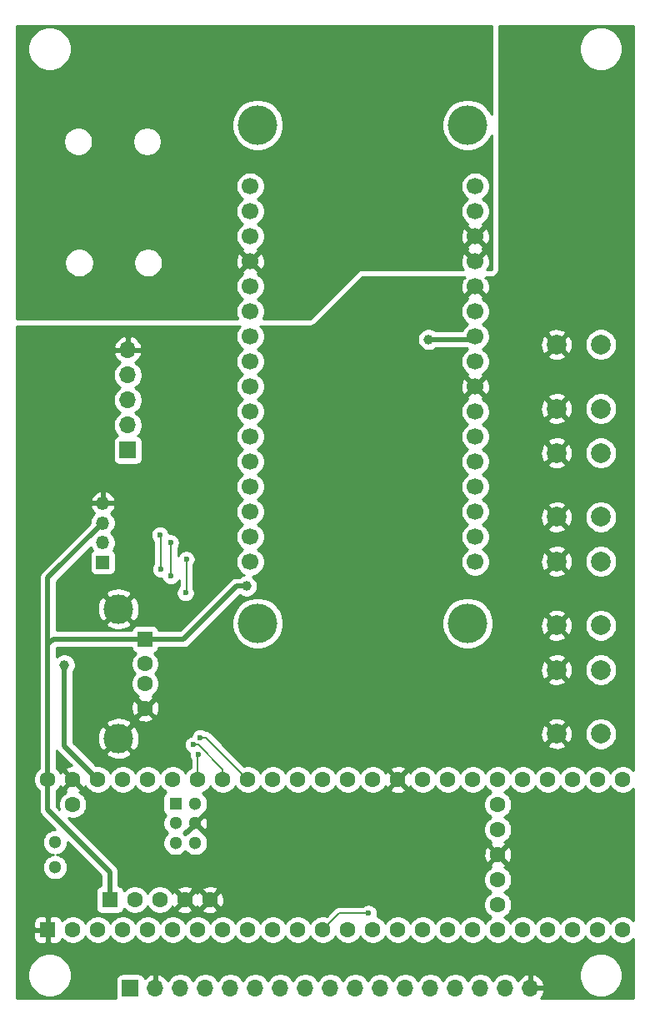
<source format=gbr>
%TF.GenerationSoftware,KiCad,Pcbnew,5.1.8-db9833491~87~ubuntu20.04.1*%
%TF.CreationDate,2020-11-22T18:04:31+08:00*%
%TF.ProjectId,mobo,6d6f626f-2e6b-4696-9361-645f70636258,rev?*%
%TF.SameCoordinates,Original*%
%TF.FileFunction,Copper,L2,Bot*%
%TF.FilePolarity,Positive*%
%FSLAX46Y46*%
G04 Gerber Fmt 4.6, Leading zero omitted, Abs format (unit mm)*
G04 Created by KiCad (PCBNEW 5.1.8-db9833491~87~ubuntu20.04.1) date 2020-11-22 18:04:31*
%MOMM*%
%LPD*%
G01*
G04 APERTURE LIST*
%TA.AperFunction,ComponentPad*%
%ADD10O,1.700000X1.700000*%
%TD*%
%TA.AperFunction,ComponentPad*%
%ADD11R,1.700000X1.700000*%
%TD*%
%TA.AperFunction,ComponentPad*%
%ADD12C,2.000000*%
%TD*%
%TA.AperFunction,ComponentPad*%
%ADD13O,1.350000X1.350000*%
%TD*%
%TA.AperFunction,ComponentPad*%
%ADD14R,1.350000X1.350000*%
%TD*%
%TA.AperFunction,ComponentPad*%
%ADD15C,1.600000*%
%TD*%
%TA.AperFunction,ComponentPad*%
%ADD16R,1.500000X1.600000*%
%TD*%
%TA.AperFunction,ComponentPad*%
%ADD17C,3.000000*%
%TD*%
%TA.AperFunction,ComponentPad*%
%ADD18C,1.700000*%
%TD*%
%TA.AperFunction,ComponentPad*%
%ADD19C,4.000000*%
%TD*%
%TA.AperFunction,ComponentPad*%
%ADD20C,1.300000*%
%TD*%
%TA.AperFunction,ComponentPad*%
%ADD21R,1.300000X1.300000*%
%TD*%
%TA.AperFunction,ComponentPad*%
%ADD22R,1.600000X1.600000*%
%TD*%
%TA.AperFunction,ViaPad*%
%ADD23C,0.600000*%
%TD*%
%TA.AperFunction,ViaPad*%
%ADD24C,1.000000*%
%TD*%
%TA.AperFunction,Conductor*%
%ADD25C,0.508000*%
%TD*%
%TA.AperFunction,Conductor*%
%ADD26C,0.203200*%
%TD*%
%TA.AperFunction,Conductor*%
%ADD27C,0.254000*%
%TD*%
%TA.AperFunction,Conductor*%
%ADD28C,0.100000*%
%TD*%
G04 APERTURE END LIST*
D10*
%TO.P,J6,17*%
%TO.N,GND*%
X66840000Y-105300000D03*
%TO.P,J6,16*%
%TO.N,/GPIO30*%
X64300000Y-105300000D03*
%TO.P,J6,15*%
%TO.N,/GPIO29*%
X61760000Y-105300000D03*
%TO.P,J6,14*%
%TO.N,/GPIO28*%
X59220000Y-105300000D03*
%TO.P,J6,13*%
%TO.N,/GPIO27*%
X56680000Y-105300000D03*
%TO.P,J6,12*%
%TO.N,/GPIO26*%
X54140000Y-105300000D03*
%TO.P,J6,11*%
%TO.N,/GPIO25*%
X51600000Y-105300000D03*
%TO.P,J6,10*%
%TO.N,/GPIO24*%
X49060000Y-105300000D03*
%TO.P,J6,9*%
%TO.N,/3V3_GPIO*%
X46520000Y-105300000D03*
%TO.P,J6,8*%
%TO.N,/GPIO9*%
X43980000Y-105300000D03*
%TO.P,J6,7*%
%TO.N,/GPIO7*%
X41440000Y-105300000D03*
%TO.P,J6,6*%
%TO.N,/GPIO6*%
X38900000Y-105300000D03*
%TO.P,J6,5*%
%TO.N,/GPIO4*%
X36360000Y-105300000D03*
%TO.P,J6,4*%
%TO.N,/GPIO3*%
X33820000Y-105300000D03*
%TO.P,J6,3*%
%TO.N,/GPIO2*%
X31280000Y-105300000D03*
%TO.P,J6,2*%
%TO.N,GND*%
X28740000Y-105300000D03*
D11*
%TO.P,J6,1*%
%TO.N,+5V*%
X26200000Y-105300000D03*
%TD*%
D12*
%TO.P,SW4,1*%
%TO.N,/SW4*%
X74000000Y-46500000D03*
%TO.P,SW4,2*%
%TO.N,GND*%
X69500000Y-46500000D03*
%TO.P,SW4,1*%
%TO.N,/SW4*%
X74000000Y-40000000D03*
%TO.P,SW4,2*%
%TO.N,GND*%
X69500000Y-40000000D03*
%TD*%
D10*
%TO.P,J5,5*%
%TO.N,GND*%
X25940000Y-40560000D03*
%TO.P,J5,4*%
%TO.N,/PIT_SEL*%
X25940000Y-43100000D03*
%TO.P,J5,3*%
%TO.N,/PIT_YOUT*%
X25940000Y-45640000D03*
%TO.P,J5,2*%
%TO.N,/PIT_XOUT*%
X25940000Y-48180000D03*
D11*
%TO.P,J5,1*%
%TO.N,+3V3*%
X25940000Y-50720000D03*
%TD*%
D13*
%TO.P,J4,4*%
%TO.N,GND*%
X23400000Y-56100000D03*
%TO.P,J4,3*%
%TO.N,+5V*%
X23400000Y-58100000D03*
%TO.P,J4,2*%
%TO.N,/LCD_SDA*%
X23400000Y-60100000D03*
D14*
%TO.P,J4,1*%
%TO.N,/LCD_SCL*%
X23400000Y-62100000D03*
%TD*%
D12*
%TO.P,SW3,1*%
%TO.N,/SW3*%
X74000000Y-57500000D03*
%TO.P,SW3,2*%
%TO.N,GND*%
X69500000Y-57500000D03*
%TO.P,SW3,1*%
%TO.N,/SW3*%
X74000000Y-51000000D03*
%TO.P,SW3,2*%
%TO.N,GND*%
X69500000Y-51000000D03*
%TD*%
%TO.P,SW2,1*%
%TO.N,/SW2*%
X74000000Y-68500000D03*
%TO.P,SW2,2*%
%TO.N,GND*%
X69500000Y-68500000D03*
%TO.P,SW2,1*%
%TO.N,/SW2*%
X74000000Y-62000000D03*
%TO.P,SW2,2*%
%TO.N,GND*%
X69500000Y-62000000D03*
%TD*%
%TO.P,SW1,1*%
%TO.N,/SW1*%
X74000000Y-79500000D03*
%TO.P,SW1,2*%
%TO.N,GND*%
X69500000Y-79500000D03*
%TO.P,SW1,1*%
%TO.N,/SW1*%
X74000000Y-73000000D03*
%TO.P,SW1,2*%
%TO.N,GND*%
X69500000Y-73000000D03*
%TD*%
D15*
%TO.P,J1,4*%
%TO.N,GND*%
X27700000Y-76900000D03*
%TO.P,J1,3*%
%TO.N,/USBH_DP*%
X27700000Y-74400000D03*
%TO.P,J1,2*%
%TO.N,/USBH_DN*%
X27700000Y-72400000D03*
D16*
%TO.P,J1,1*%
%TO.N,+5V*%
X27700000Y-69900000D03*
D17*
%TO.P,J1,5*%
%TO.N,GND*%
X24990000Y-79970000D03*
X24990000Y-66830000D03*
%TD*%
D18*
%TO.P,U2,1*%
%TO.N,/LINEIN_R*%
X38370000Y-23950000D03*
%TO.P,U2,2*%
%TO.N,/LINEIN_L*%
X38370000Y-26490000D03*
%TO.P,U2,3*%
%TO.N,Net-(U2-Pad3)*%
X38370000Y-29030000D03*
%TO.P,U2,4*%
%TO.N,GNDA*%
X38370000Y-31570000D03*
%TO.P,U2,5*%
%TO.N,Net-(U2-Pad5)*%
X38370000Y-34110000D03*
%TO.P,U2,6*%
%TO.N,Net-(U2-Pad6)*%
X38370000Y-36650000D03*
%TO.P,U2,7*%
%TO.N,Net-(U2-Pad7)*%
X38370000Y-39190000D03*
%TO.P,U2,8*%
%TO.N,Net-(U2-Pad8)*%
X38370000Y-41730000D03*
%TO.P,U2,9*%
%TO.N,Net-(U2-Pad9)*%
X38370000Y-44270000D03*
%TO.P,U2,10*%
%TO.N,/I2S_LRCLK*%
X38370000Y-46810000D03*
%TO.P,U2,11*%
%TO.N,Net-(U2-Pad11)*%
X38370000Y-49350000D03*
%TO.P,U2,12*%
%TO.N,/I2S_SCK*%
X38370000Y-51890000D03*
%TO.P,U2,13*%
%TO.N,/I2S_DATA*%
X38370000Y-54430000D03*
%TO.P,U2,14*%
%TO.N,Net-(U2-Pad14)*%
X38370000Y-56970000D03*
%TO.P,U2,15*%
%TO.N,/MIDI_TX*%
X38370000Y-59510000D03*
%TO.P,U2,16*%
%TO.N,Net-(U2-Pad16)*%
X38370000Y-62050000D03*
%TO.P,U2,32*%
%TO.N,/LINEOUT_R*%
X61230000Y-23950000D03*
%TO.P,U2,31*%
%TO.N,/LINEOUT_L*%
X61230000Y-26490000D03*
%TO.P,U2,30*%
%TO.N,GNDA*%
X61230000Y-29030000D03*
%TO.P,U2,29*%
X61230000Y-31570000D03*
%TO.P,U2,28*%
%TO.N,GND*%
X61230000Y-34110000D03*
%TO.P,U2,27*%
%TO.N,/VS_DREQ*%
X61230000Y-36650000D03*
%TO.P,U2,26*%
%TO.N,+5V*%
X61230000Y-39190000D03*
%TO.P,U2,25*%
%TO.N,Net-(U2-Pad25)*%
X61230000Y-41730000D03*
%TO.P,U2,24*%
%TO.N,GND*%
X61230000Y-44270000D03*
%TO.P,U2,23*%
%TO.N,/SPI_MISO*%
X61230000Y-46810000D03*
%TO.P,U2,22*%
%TO.N,/SPI_MOSI*%
X61230000Y-49350000D03*
%TO.P,U2,21*%
%TO.N,/SPI_SCK*%
X61230000Y-51890000D03*
%TO.P,U2,20*%
%TO.N,/VS_RST*%
X61230000Y-54430000D03*
%TO.P,U2,19*%
%TO.N,/SPI_CS*%
X61230000Y-56970000D03*
%TO.P,U2,18*%
%TO.N,/SPI_SDCS*%
X61230000Y-59510000D03*
%TO.P,U2,17*%
%TO.N,/SPI_XDCS*%
X61230000Y-62050000D03*
D19*
%TO.P,U2,M1*%
%TO.N,N/C*%
X39132000Y-17727000D03*
%TO.P,U2,M2*%
X39132000Y-68273000D03*
%TO.P,U2,M4*%
X60468000Y-17727000D03*
%TO.P,U2,M3*%
X60468000Y-68273000D03*
%TD*%
D20*
%TO.P,U1,67*%
%TO.N,Net-(U1-Pad67)*%
X18550000Y-90490000D03*
%TO.P,U1,66*%
%TO.N,Net-(U1-Pad66)*%
X18550000Y-93030000D03*
D15*
%TO.P,U1,54*%
%TO.N,Net-(U1-Pad54)*%
X63540000Y-86680000D03*
%TO.P,U1,53*%
%TO.N,Net-(U1-Pad53)*%
X63540000Y-89220000D03*
%TO.P,U1,52*%
%TO.N,GND*%
X63540000Y-91760000D03*
%TO.P,U1,51*%
%TO.N,Net-(U1-Pad51)*%
X63540000Y-94300000D03*
%TO.P,U1,50*%
%TO.N,Net-(U1-Pad50)*%
X63540000Y-96840000D03*
D20*
%TO.P,U1,62*%
%TO.N,Net-(U1-Pad62)*%
X30790000Y-90578400D03*
%TO.P,U1,63*%
%TO.N,Net-(U1-Pad63)*%
X32790000Y-90578400D03*
%TO.P,U1,64*%
%TO.N,GND*%
X32790000Y-88578400D03*
%TO.P,U1,61*%
%TO.N,Net-(U1-Pad61)*%
X30790000Y-88578400D03*
%TO.P,U1,65*%
%TO.N,Net-(U1-Pad65)*%
X32790000Y-86578400D03*
D21*
%TO.P,U1,60*%
%TO.N,Net-(U1-Pad60)*%
X30790000Y-86578400D03*
D15*
%TO.P,U1,17*%
%TO.N,/GPIO25*%
X58460000Y-99380000D03*
%TO.P,U1,18*%
%TO.N,/GPIO26*%
X61000000Y-99380000D03*
%TO.P,U1,19*%
%TO.N,/GPIO27*%
X63540000Y-99380000D03*
%TO.P,U1,20*%
%TO.N,/GPIO28*%
X66080000Y-99380000D03*
%TO.P,U1,16*%
%TO.N,/GPIO24*%
X55920000Y-99380000D03*
%TO.P,U1,15*%
%TO.N,/3V3_GPIO*%
X53380000Y-99380000D03*
%TO.P,U1,14*%
%TO.N,/SPI_MISO*%
X50840000Y-99380000D03*
%TO.P,U1,21*%
%TO.N,/GPIO29*%
X68620000Y-99380000D03*
%TO.P,U1,22*%
%TO.N,/GPIO30*%
X71160000Y-99380000D03*
%TO.P,U1,23*%
%TO.N,Net-(U1-Pad23)*%
X73700000Y-99380000D03*
%TO.P,U1,24*%
%TO.N,/LED_R*%
X76240000Y-99380000D03*
%TO.P,U1,25*%
%TO.N,/SW4*%
X76240000Y-84140000D03*
%TO.P,U1,26*%
%TO.N,/SW3*%
X73700000Y-84140000D03*
%TO.P,U1,27*%
%TO.N,/SW2*%
X71160000Y-84140000D03*
%TO.P,U1,28*%
%TO.N,/SW1*%
X68620000Y-84140000D03*
%TO.P,U1,29*%
%TO.N,/LED_G*%
X66080000Y-84140000D03*
%TO.P,U1,30*%
%TO.N,/LED_B*%
X63540000Y-84140000D03*
%TO.P,U1,31*%
%TO.N,/SPI_XDCS*%
X61000000Y-84140000D03*
%TO.P,U1,32*%
%TO.N,/SPI_SDCS*%
X58460000Y-84140000D03*
%TO.P,U1,33*%
%TO.N,/VS_RST*%
X55920000Y-84140000D03*
%TO.P,U1,34*%
%TO.N,GND*%
X53380000Y-84140000D03*
%TO.P,U1,13*%
%TO.N,/SPI_MOSI*%
X48300000Y-99380000D03*
%TO.P,U1,12*%
%TO.N,/SPI_CS*%
X45760000Y-99380000D03*
%TO.P,U1,11*%
%TO.N,/GPIO9*%
X43220000Y-99380000D03*
%TO.P,U1,10*%
%TO.N,/I2S_DATA*%
X40680000Y-99380000D03*
%TO.P,U1,9*%
%TO.N,/GPIO7*%
X38140000Y-99380000D03*
%TO.P,U1,8*%
%TO.N,/GPIO6*%
X35600000Y-99380000D03*
%TO.P,U1,7*%
%TO.N,/PIT_SEL*%
X33060000Y-99380000D03*
%TO.P,U1,6*%
%TO.N,/GPIO4*%
X30520000Y-99380000D03*
%TO.P,U1,5*%
%TO.N,/GPIO3*%
X27980000Y-99380000D03*
%TO.P,U1,4*%
%TO.N,/GPIO2*%
X25440000Y-99380000D03*
%TO.P,U1,3*%
%TO.N,Net-(U1-Pad3)*%
X22900000Y-99380000D03*
%TO.P,U1,2*%
%TO.N,Net-(U1-Pad2)*%
X20360000Y-99380000D03*
D22*
%TO.P,U1,1*%
%TO.N,GND*%
X17820000Y-99380000D03*
D15*
%TO.P,U1,35*%
%TO.N,/SPI_SCK*%
X50840000Y-84140000D03*
%TO.P,U1,36*%
%TO.N,/VS_DREQ*%
X48300000Y-84140000D03*
%TO.P,U1,37*%
%TO.N,Net-(U1-Pad37)*%
X45760000Y-84140000D03*
%TO.P,U1,38*%
%TO.N,Net-(U1-Pad38)*%
X43220000Y-84140000D03*
%TO.P,U1,39*%
%TO.N,/MIDI_TX*%
X40680000Y-84140000D03*
%TO.P,U1,40*%
%TO.N,/LCD_SDA*%
X38140000Y-84140000D03*
%TO.P,U1,41*%
%TO.N,/LCD_SCL*%
X35600000Y-84140000D03*
%TO.P,U1,42*%
%TO.N,/I2S_LRCLK*%
X33060000Y-84140000D03*
%TO.P,U1,43*%
%TO.N,/I2S_SCK*%
X30520000Y-84140000D03*
%TO.P,U1,44*%
%TO.N,/PIT_YOUT*%
X27980000Y-84140000D03*
%TO.P,U1,45*%
%TO.N,/PIT_XOUT*%
X25440000Y-84140000D03*
%TO.P,U1,46*%
%TO.N,+3V3*%
X22900000Y-84140000D03*
%TO.P,U1,47*%
%TO.N,GND*%
X20360000Y-84140000D03*
%TO.P,U1,48*%
%TO.N,+5V*%
X17820000Y-84140000D03*
D22*
%TO.P,U1,55*%
X24119200Y-96329200D03*
D15*
%TO.P,U1,56*%
%TO.N,/USBH_DN*%
X26659200Y-96329200D03*
%TO.P,U1,57*%
%TO.N,/USBH_DP*%
X29199200Y-96329200D03*
%TO.P,U1,58*%
%TO.N,GND*%
X31739200Y-96329200D03*
%TO.P,U1,59*%
X34279200Y-96329200D03*
%TO.P,U1,49*%
%TO.N,Net-(U1-Pad49)*%
X20360000Y-86680000D03*
%TD*%
D23*
%TO.N,GND*%
X68100000Y-17300000D03*
X68100000Y-25000000D03*
X68100000Y-32700000D03*
D24*
%TO.N,+5V*%
X38000000Y-64500000D03*
X56500000Y-39500000D03*
D23*
%TO.N,/SPI_CS*%
X50400000Y-97700000D03*
%TO.N,/LCD_SCL*%
X32600000Y-80600000D03*
%TO.N,/LCD_SDA*%
X33300000Y-79900000D03*
%TO.N,/I2S_LRCLK*%
X33100000Y-81600000D03*
%TO.N,/PIT_SEL*%
X31900000Y-61800000D03*
X31800000Y-65200000D03*
%TO.N,/PIT_YOUT*%
X30300000Y-63500000D03*
X30300000Y-60100000D03*
%TO.N,/PIT_XOUT*%
X29300000Y-62800000D03*
X29200000Y-59300000D03*
D24*
%TO.N,+3V3*%
X19500000Y-72500000D03*
D23*
%TO.N,GNDA*%
X22000000Y-35500000D03*
X22000000Y-23500000D03*
%TD*%
D25*
%TO.N,+5V*%
X24119200Y-96329200D02*
X24119200Y-93519200D01*
X17820000Y-87220000D02*
X17820000Y-84140000D01*
X24119200Y-93519200D02*
X17820000Y-87220000D01*
X17820000Y-63680000D02*
X23400000Y-58100000D01*
X27700000Y-69900000D02*
X18340000Y-69900000D01*
X17820000Y-70420000D02*
X17820000Y-63680000D01*
X18340000Y-69900000D02*
X17820000Y-70420000D01*
X17820000Y-84140000D02*
X17820000Y-70420000D01*
X27700000Y-69900000D02*
X31600000Y-69900000D01*
X31600000Y-69900000D02*
X37000000Y-64500000D01*
X37000000Y-64500000D02*
X38000000Y-64500000D01*
X60920000Y-39500000D02*
X61230000Y-39190000D01*
X56500000Y-39500000D02*
X60920000Y-39500000D01*
D26*
%TO.N,/SPI_CS*%
X47440000Y-97700000D02*
X45760000Y-99380000D01*
X50400000Y-97700000D02*
X47440000Y-97700000D01*
%TO.N,/LCD_SCL*%
X33100000Y-80600000D02*
X32600000Y-80600000D01*
X35600000Y-83100000D02*
X33100000Y-80600000D01*
X35600000Y-84140000D02*
X35600000Y-83100000D01*
%TO.N,/LCD_SDA*%
X38140000Y-84140000D02*
X33900000Y-79900000D01*
X33900000Y-79900000D02*
X33300000Y-79900000D01*
%TO.N,/I2S_LRCLK*%
X33060000Y-84140000D02*
X33060000Y-81640000D01*
X33060000Y-81640000D02*
X33100000Y-81600000D01*
%TO.N,/PIT_SEL*%
X31900000Y-65100000D02*
X31800000Y-65200000D01*
X31900000Y-61800000D02*
X31900000Y-65100000D01*
%TO.N,/PIT_YOUT*%
X30300000Y-63500000D02*
X30300000Y-60100000D01*
%TO.N,/PIT_XOUT*%
X29300000Y-59400000D02*
X29200000Y-59300000D01*
X29300000Y-62800000D02*
X29300000Y-59400000D01*
D25*
%TO.N,+3V3*%
X19500000Y-80740000D02*
X19500000Y-72500000D01*
X22900000Y-84140000D02*
X19500000Y-80740000D01*
%TD*%
D27*
%TO.N,GND*%
X77340000Y-83210604D02*
X77154759Y-83025363D01*
X76919727Y-82868320D01*
X76658574Y-82760147D01*
X76381335Y-82705000D01*
X76098665Y-82705000D01*
X75821426Y-82760147D01*
X75560273Y-82868320D01*
X75325241Y-83025363D01*
X75125363Y-83225241D01*
X74970000Y-83457759D01*
X74814637Y-83225241D01*
X74614759Y-83025363D01*
X74379727Y-82868320D01*
X74118574Y-82760147D01*
X73841335Y-82705000D01*
X73558665Y-82705000D01*
X73281426Y-82760147D01*
X73020273Y-82868320D01*
X72785241Y-83025363D01*
X72585363Y-83225241D01*
X72430000Y-83457759D01*
X72274637Y-83225241D01*
X72074759Y-83025363D01*
X71839727Y-82868320D01*
X71578574Y-82760147D01*
X71301335Y-82705000D01*
X71018665Y-82705000D01*
X70741426Y-82760147D01*
X70480273Y-82868320D01*
X70245241Y-83025363D01*
X70045363Y-83225241D01*
X69890000Y-83457759D01*
X69734637Y-83225241D01*
X69534759Y-83025363D01*
X69299727Y-82868320D01*
X69038574Y-82760147D01*
X68761335Y-82705000D01*
X68478665Y-82705000D01*
X68201426Y-82760147D01*
X67940273Y-82868320D01*
X67705241Y-83025363D01*
X67505363Y-83225241D01*
X67350000Y-83457759D01*
X67194637Y-83225241D01*
X66994759Y-83025363D01*
X66759727Y-82868320D01*
X66498574Y-82760147D01*
X66221335Y-82705000D01*
X65938665Y-82705000D01*
X65661426Y-82760147D01*
X65400273Y-82868320D01*
X65165241Y-83025363D01*
X64965363Y-83225241D01*
X64810000Y-83457759D01*
X64654637Y-83225241D01*
X64454759Y-83025363D01*
X64219727Y-82868320D01*
X63958574Y-82760147D01*
X63681335Y-82705000D01*
X63398665Y-82705000D01*
X63121426Y-82760147D01*
X62860273Y-82868320D01*
X62625241Y-83025363D01*
X62425363Y-83225241D01*
X62270000Y-83457759D01*
X62114637Y-83225241D01*
X61914759Y-83025363D01*
X61679727Y-82868320D01*
X61418574Y-82760147D01*
X61141335Y-82705000D01*
X60858665Y-82705000D01*
X60581426Y-82760147D01*
X60320273Y-82868320D01*
X60085241Y-83025363D01*
X59885363Y-83225241D01*
X59730000Y-83457759D01*
X59574637Y-83225241D01*
X59374759Y-83025363D01*
X59139727Y-82868320D01*
X58878574Y-82760147D01*
X58601335Y-82705000D01*
X58318665Y-82705000D01*
X58041426Y-82760147D01*
X57780273Y-82868320D01*
X57545241Y-83025363D01*
X57345363Y-83225241D01*
X57190000Y-83457759D01*
X57034637Y-83225241D01*
X56834759Y-83025363D01*
X56599727Y-82868320D01*
X56338574Y-82760147D01*
X56061335Y-82705000D01*
X55778665Y-82705000D01*
X55501426Y-82760147D01*
X55240273Y-82868320D01*
X55005241Y-83025363D01*
X54805363Y-83225241D01*
X54649085Y-83459128D01*
X54616671Y-83398486D01*
X54372702Y-83326903D01*
X53559605Y-84140000D01*
X54372702Y-84953097D01*
X54616671Y-84881514D01*
X54647194Y-84817008D01*
X54648320Y-84819727D01*
X54805363Y-85054759D01*
X55005241Y-85254637D01*
X55240273Y-85411680D01*
X55501426Y-85519853D01*
X55778665Y-85575000D01*
X56061335Y-85575000D01*
X56338574Y-85519853D01*
X56599727Y-85411680D01*
X56834759Y-85254637D01*
X57034637Y-85054759D01*
X57190000Y-84822241D01*
X57345363Y-85054759D01*
X57545241Y-85254637D01*
X57780273Y-85411680D01*
X58041426Y-85519853D01*
X58318665Y-85575000D01*
X58601335Y-85575000D01*
X58878574Y-85519853D01*
X59139727Y-85411680D01*
X59374759Y-85254637D01*
X59574637Y-85054759D01*
X59730000Y-84822241D01*
X59885363Y-85054759D01*
X60085241Y-85254637D01*
X60320273Y-85411680D01*
X60581426Y-85519853D01*
X60858665Y-85575000D01*
X61141335Y-85575000D01*
X61418574Y-85519853D01*
X61679727Y-85411680D01*
X61914759Y-85254637D01*
X62114637Y-85054759D01*
X62270000Y-84822241D01*
X62425363Y-85054759D01*
X62625241Y-85254637D01*
X62857759Y-85410000D01*
X62625241Y-85565363D01*
X62425363Y-85765241D01*
X62268320Y-86000273D01*
X62160147Y-86261426D01*
X62105000Y-86538665D01*
X62105000Y-86821335D01*
X62160147Y-87098574D01*
X62268320Y-87359727D01*
X62425363Y-87594759D01*
X62625241Y-87794637D01*
X62857759Y-87950000D01*
X62625241Y-88105363D01*
X62425363Y-88305241D01*
X62268320Y-88540273D01*
X62160147Y-88801426D01*
X62105000Y-89078665D01*
X62105000Y-89361335D01*
X62160147Y-89638574D01*
X62268320Y-89899727D01*
X62425363Y-90134759D01*
X62625241Y-90334637D01*
X62859128Y-90490915D01*
X62798486Y-90523329D01*
X62726903Y-90767298D01*
X63540000Y-91580395D01*
X64353097Y-90767298D01*
X64281514Y-90523329D01*
X64217008Y-90492806D01*
X64219727Y-90491680D01*
X64454759Y-90334637D01*
X64654637Y-90134759D01*
X64811680Y-89899727D01*
X64919853Y-89638574D01*
X64975000Y-89361335D01*
X64975000Y-89078665D01*
X64919853Y-88801426D01*
X64811680Y-88540273D01*
X64654637Y-88305241D01*
X64454759Y-88105363D01*
X64222241Y-87950000D01*
X64454759Y-87794637D01*
X64654637Y-87594759D01*
X64811680Y-87359727D01*
X64919853Y-87098574D01*
X64975000Y-86821335D01*
X64975000Y-86538665D01*
X64919853Y-86261426D01*
X64811680Y-86000273D01*
X64654637Y-85765241D01*
X64454759Y-85565363D01*
X64222241Y-85410000D01*
X64454759Y-85254637D01*
X64654637Y-85054759D01*
X64810000Y-84822241D01*
X64965363Y-85054759D01*
X65165241Y-85254637D01*
X65400273Y-85411680D01*
X65661426Y-85519853D01*
X65938665Y-85575000D01*
X66221335Y-85575000D01*
X66498574Y-85519853D01*
X66759727Y-85411680D01*
X66994759Y-85254637D01*
X67194637Y-85054759D01*
X67350000Y-84822241D01*
X67505363Y-85054759D01*
X67705241Y-85254637D01*
X67940273Y-85411680D01*
X68201426Y-85519853D01*
X68478665Y-85575000D01*
X68761335Y-85575000D01*
X69038574Y-85519853D01*
X69299727Y-85411680D01*
X69534759Y-85254637D01*
X69734637Y-85054759D01*
X69890000Y-84822241D01*
X70045363Y-85054759D01*
X70245241Y-85254637D01*
X70480273Y-85411680D01*
X70741426Y-85519853D01*
X71018665Y-85575000D01*
X71301335Y-85575000D01*
X71578574Y-85519853D01*
X71839727Y-85411680D01*
X72074759Y-85254637D01*
X72274637Y-85054759D01*
X72430000Y-84822241D01*
X72585363Y-85054759D01*
X72785241Y-85254637D01*
X73020273Y-85411680D01*
X73281426Y-85519853D01*
X73558665Y-85575000D01*
X73841335Y-85575000D01*
X74118574Y-85519853D01*
X74379727Y-85411680D01*
X74614759Y-85254637D01*
X74814637Y-85054759D01*
X74970000Y-84822241D01*
X75125363Y-85054759D01*
X75325241Y-85254637D01*
X75560273Y-85411680D01*
X75821426Y-85519853D01*
X76098665Y-85575000D01*
X76381335Y-85575000D01*
X76658574Y-85519853D01*
X76919727Y-85411680D01*
X77154759Y-85254637D01*
X77340000Y-85069396D01*
X77340000Y-98450604D01*
X77154759Y-98265363D01*
X76919727Y-98108320D01*
X76658574Y-98000147D01*
X76381335Y-97945000D01*
X76098665Y-97945000D01*
X75821426Y-98000147D01*
X75560273Y-98108320D01*
X75325241Y-98265363D01*
X75125363Y-98465241D01*
X74970000Y-98697759D01*
X74814637Y-98465241D01*
X74614759Y-98265363D01*
X74379727Y-98108320D01*
X74118574Y-98000147D01*
X73841335Y-97945000D01*
X73558665Y-97945000D01*
X73281426Y-98000147D01*
X73020273Y-98108320D01*
X72785241Y-98265363D01*
X72585363Y-98465241D01*
X72430000Y-98697759D01*
X72274637Y-98465241D01*
X72074759Y-98265363D01*
X71839727Y-98108320D01*
X71578574Y-98000147D01*
X71301335Y-97945000D01*
X71018665Y-97945000D01*
X70741426Y-98000147D01*
X70480273Y-98108320D01*
X70245241Y-98265363D01*
X70045363Y-98465241D01*
X69890000Y-98697759D01*
X69734637Y-98465241D01*
X69534759Y-98265363D01*
X69299727Y-98108320D01*
X69038574Y-98000147D01*
X68761335Y-97945000D01*
X68478665Y-97945000D01*
X68201426Y-98000147D01*
X67940273Y-98108320D01*
X67705241Y-98265363D01*
X67505363Y-98465241D01*
X67350000Y-98697759D01*
X67194637Y-98465241D01*
X66994759Y-98265363D01*
X66759727Y-98108320D01*
X66498574Y-98000147D01*
X66221335Y-97945000D01*
X65938665Y-97945000D01*
X65661426Y-98000147D01*
X65400273Y-98108320D01*
X65165241Y-98265363D01*
X64965363Y-98465241D01*
X64810000Y-98697759D01*
X64654637Y-98465241D01*
X64454759Y-98265363D01*
X64222241Y-98110000D01*
X64454759Y-97954637D01*
X64654637Y-97754759D01*
X64811680Y-97519727D01*
X64919853Y-97258574D01*
X64975000Y-96981335D01*
X64975000Y-96698665D01*
X64919853Y-96421426D01*
X64811680Y-96160273D01*
X64654637Y-95925241D01*
X64454759Y-95725363D01*
X64222241Y-95570000D01*
X64454759Y-95414637D01*
X64654637Y-95214759D01*
X64811680Y-94979727D01*
X64919853Y-94718574D01*
X64975000Y-94441335D01*
X64975000Y-94158665D01*
X64919853Y-93881426D01*
X64811680Y-93620273D01*
X64654637Y-93385241D01*
X64454759Y-93185363D01*
X64220872Y-93029085D01*
X64281514Y-92996671D01*
X64353097Y-92752702D01*
X63540000Y-91939605D01*
X62726903Y-92752702D01*
X62798486Y-92996671D01*
X62862992Y-93027194D01*
X62860273Y-93028320D01*
X62625241Y-93185363D01*
X62425363Y-93385241D01*
X62268320Y-93620273D01*
X62160147Y-93881426D01*
X62105000Y-94158665D01*
X62105000Y-94441335D01*
X62160147Y-94718574D01*
X62268320Y-94979727D01*
X62425363Y-95214759D01*
X62625241Y-95414637D01*
X62857759Y-95570000D01*
X62625241Y-95725363D01*
X62425363Y-95925241D01*
X62268320Y-96160273D01*
X62160147Y-96421426D01*
X62105000Y-96698665D01*
X62105000Y-96981335D01*
X62160147Y-97258574D01*
X62268320Y-97519727D01*
X62425363Y-97754759D01*
X62625241Y-97954637D01*
X62857759Y-98110000D01*
X62625241Y-98265363D01*
X62425363Y-98465241D01*
X62270000Y-98697759D01*
X62114637Y-98465241D01*
X61914759Y-98265363D01*
X61679727Y-98108320D01*
X61418574Y-98000147D01*
X61141335Y-97945000D01*
X60858665Y-97945000D01*
X60581426Y-98000147D01*
X60320273Y-98108320D01*
X60085241Y-98265363D01*
X59885363Y-98465241D01*
X59730000Y-98697759D01*
X59574637Y-98465241D01*
X59374759Y-98265363D01*
X59139727Y-98108320D01*
X58878574Y-98000147D01*
X58601335Y-97945000D01*
X58318665Y-97945000D01*
X58041426Y-98000147D01*
X57780273Y-98108320D01*
X57545241Y-98265363D01*
X57345363Y-98465241D01*
X57190000Y-98697759D01*
X57034637Y-98465241D01*
X56834759Y-98265363D01*
X56599727Y-98108320D01*
X56338574Y-98000147D01*
X56061335Y-97945000D01*
X55778665Y-97945000D01*
X55501426Y-98000147D01*
X55240273Y-98108320D01*
X55005241Y-98265363D01*
X54805363Y-98465241D01*
X54650000Y-98697759D01*
X54494637Y-98465241D01*
X54294759Y-98265363D01*
X54059727Y-98108320D01*
X53798574Y-98000147D01*
X53521335Y-97945000D01*
X53238665Y-97945000D01*
X52961426Y-98000147D01*
X52700273Y-98108320D01*
X52465241Y-98265363D01*
X52265363Y-98465241D01*
X52110000Y-98697759D01*
X51954637Y-98465241D01*
X51754759Y-98265363D01*
X51519727Y-98108320D01*
X51283444Y-98010449D01*
X51299068Y-97972729D01*
X51335000Y-97792089D01*
X51335000Y-97607911D01*
X51299068Y-97427271D01*
X51228586Y-97257111D01*
X51126262Y-97103972D01*
X50996028Y-96973738D01*
X50842889Y-96871414D01*
X50672729Y-96800932D01*
X50492089Y-96765000D01*
X50307911Y-96765000D01*
X50127271Y-96800932D01*
X49957111Y-96871414D01*
X49819444Y-96963400D01*
X47476186Y-96963400D01*
X47440000Y-96959836D01*
X47403814Y-96963400D01*
X47295601Y-96974058D01*
X47156751Y-97016178D01*
X47054721Y-97070714D01*
X47028787Y-97084576D01*
X46974413Y-97129200D01*
X46916625Y-97176625D01*
X46893559Y-97204731D01*
X46111488Y-97986803D01*
X45901335Y-97945000D01*
X45618665Y-97945000D01*
X45341426Y-98000147D01*
X45080273Y-98108320D01*
X44845241Y-98265363D01*
X44645363Y-98465241D01*
X44490000Y-98697759D01*
X44334637Y-98465241D01*
X44134759Y-98265363D01*
X43899727Y-98108320D01*
X43638574Y-98000147D01*
X43361335Y-97945000D01*
X43078665Y-97945000D01*
X42801426Y-98000147D01*
X42540273Y-98108320D01*
X42305241Y-98265363D01*
X42105363Y-98465241D01*
X41950000Y-98697759D01*
X41794637Y-98465241D01*
X41594759Y-98265363D01*
X41359727Y-98108320D01*
X41098574Y-98000147D01*
X40821335Y-97945000D01*
X40538665Y-97945000D01*
X40261426Y-98000147D01*
X40000273Y-98108320D01*
X39765241Y-98265363D01*
X39565363Y-98465241D01*
X39410000Y-98697759D01*
X39254637Y-98465241D01*
X39054759Y-98265363D01*
X38819727Y-98108320D01*
X38558574Y-98000147D01*
X38281335Y-97945000D01*
X37998665Y-97945000D01*
X37721426Y-98000147D01*
X37460273Y-98108320D01*
X37225241Y-98265363D01*
X37025363Y-98465241D01*
X36870000Y-98697759D01*
X36714637Y-98465241D01*
X36514759Y-98265363D01*
X36279727Y-98108320D01*
X36018574Y-98000147D01*
X35741335Y-97945000D01*
X35458665Y-97945000D01*
X35181426Y-98000147D01*
X34920273Y-98108320D01*
X34685241Y-98265363D01*
X34485363Y-98465241D01*
X34330000Y-98697759D01*
X34174637Y-98465241D01*
X33974759Y-98265363D01*
X33739727Y-98108320D01*
X33478574Y-98000147D01*
X33201335Y-97945000D01*
X32918665Y-97945000D01*
X32641426Y-98000147D01*
X32380273Y-98108320D01*
X32145241Y-98265363D01*
X31945363Y-98465241D01*
X31790000Y-98697759D01*
X31634637Y-98465241D01*
X31434759Y-98265363D01*
X31199727Y-98108320D01*
X30938574Y-98000147D01*
X30661335Y-97945000D01*
X30378665Y-97945000D01*
X30101426Y-98000147D01*
X29840273Y-98108320D01*
X29605241Y-98265363D01*
X29405363Y-98465241D01*
X29250000Y-98697759D01*
X29094637Y-98465241D01*
X28894759Y-98265363D01*
X28659727Y-98108320D01*
X28398574Y-98000147D01*
X28121335Y-97945000D01*
X27838665Y-97945000D01*
X27561426Y-98000147D01*
X27300273Y-98108320D01*
X27065241Y-98265363D01*
X26865363Y-98465241D01*
X26710000Y-98697759D01*
X26554637Y-98465241D01*
X26354759Y-98265363D01*
X26119727Y-98108320D01*
X25858574Y-98000147D01*
X25581335Y-97945000D01*
X25298665Y-97945000D01*
X25021426Y-98000147D01*
X24760273Y-98108320D01*
X24525241Y-98265363D01*
X24325363Y-98465241D01*
X24170000Y-98697759D01*
X24014637Y-98465241D01*
X23814759Y-98265363D01*
X23579727Y-98108320D01*
X23318574Y-98000147D01*
X23041335Y-97945000D01*
X22758665Y-97945000D01*
X22481426Y-98000147D01*
X22220273Y-98108320D01*
X21985241Y-98265363D01*
X21785363Y-98465241D01*
X21630000Y-98697759D01*
X21474637Y-98465241D01*
X21274759Y-98265363D01*
X21039727Y-98108320D01*
X20778574Y-98000147D01*
X20501335Y-97945000D01*
X20218665Y-97945000D01*
X19941426Y-98000147D01*
X19680273Y-98108320D01*
X19445241Y-98265363D01*
X19246643Y-98463961D01*
X19245812Y-98455518D01*
X19209502Y-98335820D01*
X19150537Y-98225506D01*
X19071185Y-98128815D01*
X18974494Y-98049463D01*
X18864180Y-97990498D01*
X18744482Y-97954188D01*
X18620000Y-97941928D01*
X18105750Y-97945000D01*
X17947000Y-98103750D01*
X17947000Y-99253000D01*
X17967000Y-99253000D01*
X17967000Y-99507000D01*
X17947000Y-99507000D01*
X17947000Y-100656250D01*
X18105750Y-100815000D01*
X18620000Y-100818072D01*
X18744482Y-100805812D01*
X18864180Y-100769502D01*
X18974494Y-100710537D01*
X19071185Y-100631185D01*
X19150537Y-100534494D01*
X19209502Y-100424180D01*
X19245812Y-100304482D01*
X19246643Y-100296039D01*
X19445241Y-100494637D01*
X19680273Y-100651680D01*
X19941426Y-100759853D01*
X20218665Y-100815000D01*
X20501335Y-100815000D01*
X20778574Y-100759853D01*
X21039727Y-100651680D01*
X21274759Y-100494637D01*
X21474637Y-100294759D01*
X21630000Y-100062241D01*
X21785363Y-100294759D01*
X21985241Y-100494637D01*
X22220273Y-100651680D01*
X22481426Y-100759853D01*
X22758665Y-100815000D01*
X23041335Y-100815000D01*
X23318574Y-100759853D01*
X23579727Y-100651680D01*
X23814759Y-100494637D01*
X24014637Y-100294759D01*
X24170000Y-100062241D01*
X24325363Y-100294759D01*
X24525241Y-100494637D01*
X24760273Y-100651680D01*
X25021426Y-100759853D01*
X25298665Y-100815000D01*
X25581335Y-100815000D01*
X25858574Y-100759853D01*
X26119727Y-100651680D01*
X26354759Y-100494637D01*
X26554637Y-100294759D01*
X26710000Y-100062241D01*
X26865363Y-100294759D01*
X27065241Y-100494637D01*
X27300273Y-100651680D01*
X27561426Y-100759853D01*
X27838665Y-100815000D01*
X28121335Y-100815000D01*
X28398574Y-100759853D01*
X28659727Y-100651680D01*
X28894759Y-100494637D01*
X29094637Y-100294759D01*
X29250000Y-100062241D01*
X29405363Y-100294759D01*
X29605241Y-100494637D01*
X29840273Y-100651680D01*
X30101426Y-100759853D01*
X30378665Y-100815000D01*
X30661335Y-100815000D01*
X30938574Y-100759853D01*
X31199727Y-100651680D01*
X31434759Y-100494637D01*
X31634637Y-100294759D01*
X31790000Y-100062241D01*
X31945363Y-100294759D01*
X32145241Y-100494637D01*
X32380273Y-100651680D01*
X32641426Y-100759853D01*
X32918665Y-100815000D01*
X33201335Y-100815000D01*
X33478574Y-100759853D01*
X33739727Y-100651680D01*
X33974759Y-100494637D01*
X34174637Y-100294759D01*
X34330000Y-100062241D01*
X34485363Y-100294759D01*
X34685241Y-100494637D01*
X34920273Y-100651680D01*
X35181426Y-100759853D01*
X35458665Y-100815000D01*
X35741335Y-100815000D01*
X36018574Y-100759853D01*
X36279727Y-100651680D01*
X36514759Y-100494637D01*
X36714637Y-100294759D01*
X36870000Y-100062241D01*
X37025363Y-100294759D01*
X37225241Y-100494637D01*
X37460273Y-100651680D01*
X37721426Y-100759853D01*
X37998665Y-100815000D01*
X38281335Y-100815000D01*
X38558574Y-100759853D01*
X38819727Y-100651680D01*
X39054759Y-100494637D01*
X39254637Y-100294759D01*
X39410000Y-100062241D01*
X39565363Y-100294759D01*
X39765241Y-100494637D01*
X40000273Y-100651680D01*
X40261426Y-100759853D01*
X40538665Y-100815000D01*
X40821335Y-100815000D01*
X41098574Y-100759853D01*
X41359727Y-100651680D01*
X41594759Y-100494637D01*
X41794637Y-100294759D01*
X41950000Y-100062241D01*
X42105363Y-100294759D01*
X42305241Y-100494637D01*
X42540273Y-100651680D01*
X42801426Y-100759853D01*
X43078665Y-100815000D01*
X43361335Y-100815000D01*
X43638574Y-100759853D01*
X43899727Y-100651680D01*
X44134759Y-100494637D01*
X44334637Y-100294759D01*
X44490000Y-100062241D01*
X44645363Y-100294759D01*
X44845241Y-100494637D01*
X45080273Y-100651680D01*
X45341426Y-100759853D01*
X45618665Y-100815000D01*
X45901335Y-100815000D01*
X46178574Y-100759853D01*
X46439727Y-100651680D01*
X46674759Y-100494637D01*
X46874637Y-100294759D01*
X47030000Y-100062241D01*
X47185363Y-100294759D01*
X47385241Y-100494637D01*
X47620273Y-100651680D01*
X47881426Y-100759853D01*
X48158665Y-100815000D01*
X48441335Y-100815000D01*
X48718574Y-100759853D01*
X48979727Y-100651680D01*
X49214759Y-100494637D01*
X49414637Y-100294759D01*
X49570000Y-100062241D01*
X49725363Y-100294759D01*
X49925241Y-100494637D01*
X50160273Y-100651680D01*
X50421426Y-100759853D01*
X50698665Y-100815000D01*
X50981335Y-100815000D01*
X51258574Y-100759853D01*
X51519727Y-100651680D01*
X51754759Y-100494637D01*
X51954637Y-100294759D01*
X52110000Y-100062241D01*
X52265363Y-100294759D01*
X52465241Y-100494637D01*
X52700273Y-100651680D01*
X52961426Y-100759853D01*
X53238665Y-100815000D01*
X53521335Y-100815000D01*
X53798574Y-100759853D01*
X54059727Y-100651680D01*
X54294759Y-100494637D01*
X54494637Y-100294759D01*
X54650000Y-100062241D01*
X54805363Y-100294759D01*
X55005241Y-100494637D01*
X55240273Y-100651680D01*
X55501426Y-100759853D01*
X55778665Y-100815000D01*
X56061335Y-100815000D01*
X56338574Y-100759853D01*
X56599727Y-100651680D01*
X56834759Y-100494637D01*
X57034637Y-100294759D01*
X57190000Y-100062241D01*
X57345363Y-100294759D01*
X57545241Y-100494637D01*
X57780273Y-100651680D01*
X58041426Y-100759853D01*
X58318665Y-100815000D01*
X58601335Y-100815000D01*
X58878574Y-100759853D01*
X59139727Y-100651680D01*
X59374759Y-100494637D01*
X59574637Y-100294759D01*
X59730000Y-100062241D01*
X59885363Y-100294759D01*
X60085241Y-100494637D01*
X60320273Y-100651680D01*
X60581426Y-100759853D01*
X60858665Y-100815000D01*
X61141335Y-100815000D01*
X61418574Y-100759853D01*
X61679727Y-100651680D01*
X61914759Y-100494637D01*
X62114637Y-100294759D01*
X62270000Y-100062241D01*
X62425363Y-100294759D01*
X62625241Y-100494637D01*
X62860273Y-100651680D01*
X63121426Y-100759853D01*
X63398665Y-100815000D01*
X63681335Y-100815000D01*
X63958574Y-100759853D01*
X64219727Y-100651680D01*
X64454759Y-100494637D01*
X64654637Y-100294759D01*
X64810000Y-100062241D01*
X64965363Y-100294759D01*
X65165241Y-100494637D01*
X65400273Y-100651680D01*
X65661426Y-100759853D01*
X65938665Y-100815000D01*
X66221335Y-100815000D01*
X66498574Y-100759853D01*
X66759727Y-100651680D01*
X66994759Y-100494637D01*
X67194637Y-100294759D01*
X67350000Y-100062241D01*
X67505363Y-100294759D01*
X67705241Y-100494637D01*
X67940273Y-100651680D01*
X68201426Y-100759853D01*
X68478665Y-100815000D01*
X68761335Y-100815000D01*
X69038574Y-100759853D01*
X69299727Y-100651680D01*
X69534759Y-100494637D01*
X69734637Y-100294759D01*
X69890000Y-100062241D01*
X70045363Y-100294759D01*
X70245241Y-100494637D01*
X70480273Y-100651680D01*
X70741426Y-100759853D01*
X71018665Y-100815000D01*
X71301335Y-100815000D01*
X71578574Y-100759853D01*
X71839727Y-100651680D01*
X72074759Y-100494637D01*
X72274637Y-100294759D01*
X72430000Y-100062241D01*
X72585363Y-100294759D01*
X72785241Y-100494637D01*
X73020273Y-100651680D01*
X73281426Y-100759853D01*
X73558665Y-100815000D01*
X73841335Y-100815000D01*
X74118574Y-100759853D01*
X74379727Y-100651680D01*
X74614759Y-100494637D01*
X74814637Y-100294759D01*
X74970000Y-100062241D01*
X75125363Y-100294759D01*
X75325241Y-100494637D01*
X75560273Y-100651680D01*
X75821426Y-100759853D01*
X76098665Y-100815000D01*
X76381335Y-100815000D01*
X76658574Y-100759853D01*
X76919727Y-100651680D01*
X77154759Y-100494637D01*
X77340000Y-100309396D01*
X77340000Y-106340000D01*
X67892178Y-106340000D01*
X68035178Y-106181355D01*
X68184157Y-105931252D01*
X68281481Y-105656891D01*
X68160814Y-105427000D01*
X66967000Y-105427000D01*
X66967000Y-105447000D01*
X66713000Y-105447000D01*
X66713000Y-105427000D01*
X66693000Y-105427000D01*
X66693000Y-105173000D01*
X66713000Y-105173000D01*
X66713000Y-103979845D01*
X66967000Y-103979845D01*
X66967000Y-105173000D01*
X68160814Y-105173000D01*
X68281481Y-104943109D01*
X68184157Y-104668748D01*
X68035178Y-104418645D01*
X67840269Y-104202412D01*
X67606920Y-104028359D01*
X67344099Y-103903175D01*
X67196890Y-103858524D01*
X66967000Y-103979845D01*
X66713000Y-103979845D01*
X66483110Y-103858524D01*
X66335901Y-103903175D01*
X66073080Y-104028359D01*
X65839731Y-104202412D01*
X65644822Y-104418645D01*
X65575195Y-104535534D01*
X65453475Y-104353368D01*
X65246632Y-104146525D01*
X65003411Y-103984010D01*
X64733158Y-103872068D01*
X64446260Y-103815000D01*
X64153740Y-103815000D01*
X63866842Y-103872068D01*
X63596589Y-103984010D01*
X63353368Y-104146525D01*
X63146525Y-104353368D01*
X63030000Y-104527760D01*
X62913475Y-104353368D01*
X62706632Y-104146525D01*
X62463411Y-103984010D01*
X62193158Y-103872068D01*
X61906260Y-103815000D01*
X61613740Y-103815000D01*
X61326842Y-103872068D01*
X61056589Y-103984010D01*
X60813368Y-104146525D01*
X60606525Y-104353368D01*
X60490000Y-104527760D01*
X60373475Y-104353368D01*
X60166632Y-104146525D01*
X59923411Y-103984010D01*
X59653158Y-103872068D01*
X59366260Y-103815000D01*
X59073740Y-103815000D01*
X58786842Y-103872068D01*
X58516589Y-103984010D01*
X58273368Y-104146525D01*
X58066525Y-104353368D01*
X57950000Y-104527760D01*
X57833475Y-104353368D01*
X57626632Y-104146525D01*
X57383411Y-103984010D01*
X57113158Y-103872068D01*
X56826260Y-103815000D01*
X56533740Y-103815000D01*
X56246842Y-103872068D01*
X55976589Y-103984010D01*
X55733368Y-104146525D01*
X55526525Y-104353368D01*
X55410000Y-104527760D01*
X55293475Y-104353368D01*
X55086632Y-104146525D01*
X54843411Y-103984010D01*
X54573158Y-103872068D01*
X54286260Y-103815000D01*
X53993740Y-103815000D01*
X53706842Y-103872068D01*
X53436589Y-103984010D01*
X53193368Y-104146525D01*
X52986525Y-104353368D01*
X52870000Y-104527760D01*
X52753475Y-104353368D01*
X52546632Y-104146525D01*
X52303411Y-103984010D01*
X52033158Y-103872068D01*
X51746260Y-103815000D01*
X51453740Y-103815000D01*
X51166842Y-103872068D01*
X50896589Y-103984010D01*
X50653368Y-104146525D01*
X50446525Y-104353368D01*
X50330000Y-104527760D01*
X50213475Y-104353368D01*
X50006632Y-104146525D01*
X49763411Y-103984010D01*
X49493158Y-103872068D01*
X49206260Y-103815000D01*
X48913740Y-103815000D01*
X48626842Y-103872068D01*
X48356589Y-103984010D01*
X48113368Y-104146525D01*
X47906525Y-104353368D01*
X47790000Y-104527760D01*
X47673475Y-104353368D01*
X47466632Y-104146525D01*
X47223411Y-103984010D01*
X46953158Y-103872068D01*
X46666260Y-103815000D01*
X46373740Y-103815000D01*
X46086842Y-103872068D01*
X45816589Y-103984010D01*
X45573368Y-104146525D01*
X45366525Y-104353368D01*
X45250000Y-104527760D01*
X45133475Y-104353368D01*
X44926632Y-104146525D01*
X44683411Y-103984010D01*
X44413158Y-103872068D01*
X44126260Y-103815000D01*
X43833740Y-103815000D01*
X43546842Y-103872068D01*
X43276589Y-103984010D01*
X43033368Y-104146525D01*
X42826525Y-104353368D01*
X42710000Y-104527760D01*
X42593475Y-104353368D01*
X42386632Y-104146525D01*
X42143411Y-103984010D01*
X41873158Y-103872068D01*
X41586260Y-103815000D01*
X41293740Y-103815000D01*
X41006842Y-103872068D01*
X40736589Y-103984010D01*
X40493368Y-104146525D01*
X40286525Y-104353368D01*
X40170000Y-104527760D01*
X40053475Y-104353368D01*
X39846632Y-104146525D01*
X39603411Y-103984010D01*
X39333158Y-103872068D01*
X39046260Y-103815000D01*
X38753740Y-103815000D01*
X38466842Y-103872068D01*
X38196589Y-103984010D01*
X37953368Y-104146525D01*
X37746525Y-104353368D01*
X37630000Y-104527760D01*
X37513475Y-104353368D01*
X37306632Y-104146525D01*
X37063411Y-103984010D01*
X36793158Y-103872068D01*
X36506260Y-103815000D01*
X36213740Y-103815000D01*
X35926842Y-103872068D01*
X35656589Y-103984010D01*
X35413368Y-104146525D01*
X35206525Y-104353368D01*
X35090000Y-104527760D01*
X34973475Y-104353368D01*
X34766632Y-104146525D01*
X34523411Y-103984010D01*
X34253158Y-103872068D01*
X33966260Y-103815000D01*
X33673740Y-103815000D01*
X33386842Y-103872068D01*
X33116589Y-103984010D01*
X32873368Y-104146525D01*
X32666525Y-104353368D01*
X32550000Y-104527760D01*
X32433475Y-104353368D01*
X32226632Y-104146525D01*
X31983411Y-103984010D01*
X31713158Y-103872068D01*
X31426260Y-103815000D01*
X31133740Y-103815000D01*
X30846842Y-103872068D01*
X30576589Y-103984010D01*
X30333368Y-104146525D01*
X30126525Y-104353368D01*
X30004805Y-104535534D01*
X29935178Y-104418645D01*
X29740269Y-104202412D01*
X29506920Y-104028359D01*
X29244099Y-103903175D01*
X29096890Y-103858524D01*
X28867000Y-103979845D01*
X28867000Y-105173000D01*
X28887000Y-105173000D01*
X28887000Y-105427000D01*
X28867000Y-105427000D01*
X28867000Y-105447000D01*
X28613000Y-105447000D01*
X28613000Y-105427000D01*
X28593000Y-105427000D01*
X28593000Y-105173000D01*
X28613000Y-105173000D01*
X28613000Y-103979845D01*
X28383110Y-103858524D01*
X28235901Y-103903175D01*
X27973080Y-104028359D01*
X27739731Y-104202412D01*
X27663966Y-104286466D01*
X27639502Y-104205820D01*
X27580537Y-104095506D01*
X27501185Y-103998815D01*
X27404494Y-103919463D01*
X27294180Y-103860498D01*
X27174482Y-103824188D01*
X27050000Y-103811928D01*
X25350000Y-103811928D01*
X25225518Y-103824188D01*
X25105820Y-103860498D01*
X24995506Y-103919463D01*
X24898815Y-103998815D01*
X24819463Y-104095506D01*
X24760498Y-104205820D01*
X24724188Y-104325518D01*
X24711928Y-104450000D01*
X24711928Y-106150000D01*
X24724188Y-106274482D01*
X24744063Y-106340000D01*
X14660000Y-106340000D01*
X14660000Y-103779872D01*
X15765000Y-103779872D01*
X15765000Y-104220128D01*
X15850890Y-104651925D01*
X16019369Y-105058669D01*
X16263962Y-105424729D01*
X16575271Y-105736038D01*
X16941331Y-105980631D01*
X17348075Y-106149110D01*
X17779872Y-106235000D01*
X18220128Y-106235000D01*
X18651925Y-106149110D01*
X19058669Y-105980631D01*
X19424729Y-105736038D01*
X19736038Y-105424729D01*
X19980631Y-105058669D01*
X20149110Y-104651925D01*
X20235000Y-104220128D01*
X20235000Y-103779872D01*
X71765000Y-103779872D01*
X71765000Y-104220128D01*
X71850890Y-104651925D01*
X72019369Y-105058669D01*
X72263962Y-105424729D01*
X72575271Y-105736038D01*
X72941331Y-105980631D01*
X73348075Y-106149110D01*
X73779872Y-106235000D01*
X74220128Y-106235000D01*
X74651925Y-106149110D01*
X75058669Y-105980631D01*
X75424729Y-105736038D01*
X75736038Y-105424729D01*
X75980631Y-105058669D01*
X76149110Y-104651925D01*
X76235000Y-104220128D01*
X76235000Y-103779872D01*
X76149110Y-103348075D01*
X75980631Y-102941331D01*
X75736038Y-102575271D01*
X75424729Y-102263962D01*
X75058669Y-102019369D01*
X74651925Y-101850890D01*
X74220128Y-101765000D01*
X73779872Y-101765000D01*
X73348075Y-101850890D01*
X72941331Y-102019369D01*
X72575271Y-102263962D01*
X72263962Y-102575271D01*
X72019369Y-102941331D01*
X71850890Y-103348075D01*
X71765000Y-103779872D01*
X20235000Y-103779872D01*
X20149110Y-103348075D01*
X19980631Y-102941331D01*
X19736038Y-102575271D01*
X19424729Y-102263962D01*
X19058669Y-102019369D01*
X18651925Y-101850890D01*
X18220128Y-101765000D01*
X17779872Y-101765000D01*
X17348075Y-101850890D01*
X16941331Y-102019369D01*
X16575271Y-102263962D01*
X16263962Y-102575271D01*
X16019369Y-102941331D01*
X15850890Y-103348075D01*
X15765000Y-103779872D01*
X14660000Y-103779872D01*
X14660000Y-100180000D01*
X16381928Y-100180000D01*
X16394188Y-100304482D01*
X16430498Y-100424180D01*
X16489463Y-100534494D01*
X16568815Y-100631185D01*
X16665506Y-100710537D01*
X16775820Y-100769502D01*
X16895518Y-100805812D01*
X17020000Y-100818072D01*
X17534250Y-100815000D01*
X17693000Y-100656250D01*
X17693000Y-99507000D01*
X16543750Y-99507000D01*
X16385000Y-99665750D01*
X16381928Y-100180000D01*
X14660000Y-100180000D01*
X14660000Y-98580000D01*
X16381928Y-98580000D01*
X16385000Y-99094250D01*
X16543750Y-99253000D01*
X17693000Y-99253000D01*
X17693000Y-98103750D01*
X17534250Y-97945000D01*
X17020000Y-97941928D01*
X16895518Y-97954188D01*
X16775820Y-97990498D01*
X16665506Y-98049463D01*
X16568815Y-98128815D01*
X16489463Y-98225506D01*
X16430498Y-98335820D01*
X16394188Y-98455518D01*
X16381928Y-98580000D01*
X14660000Y-98580000D01*
X14660000Y-55770600D01*
X22132090Y-55770600D01*
X22255776Y-55973000D01*
X23273000Y-55973000D01*
X23273000Y-54954915D01*
X23527000Y-54954915D01*
X23527000Y-55973000D01*
X24544224Y-55973000D01*
X24667910Y-55770600D01*
X24637238Y-55669472D01*
X24529473Y-55436371D01*
X24378303Y-55228773D01*
X24189537Y-55054656D01*
X23970430Y-54920711D01*
X23729401Y-54832085D01*
X23527000Y-54954915D01*
X23273000Y-54954915D01*
X23070599Y-54832085D01*
X22829570Y-54920711D01*
X22610463Y-55054656D01*
X22421697Y-55228773D01*
X22270527Y-55436371D01*
X22162762Y-55669472D01*
X22132090Y-55770600D01*
X14660000Y-55770600D01*
X14660000Y-49870000D01*
X24451928Y-49870000D01*
X24451928Y-51570000D01*
X24464188Y-51694482D01*
X24500498Y-51814180D01*
X24559463Y-51924494D01*
X24638815Y-52021185D01*
X24735506Y-52100537D01*
X24845820Y-52159502D01*
X24965518Y-52195812D01*
X25090000Y-52208072D01*
X26790000Y-52208072D01*
X26914482Y-52195812D01*
X27034180Y-52159502D01*
X27144494Y-52100537D01*
X27241185Y-52021185D01*
X27320537Y-51924494D01*
X27379502Y-51814180D01*
X27415812Y-51694482D01*
X27428072Y-51570000D01*
X27428072Y-49870000D01*
X27415812Y-49745518D01*
X27379502Y-49625820D01*
X27320537Y-49515506D01*
X27241185Y-49418815D01*
X27144494Y-49339463D01*
X27034180Y-49280498D01*
X26961620Y-49258487D01*
X27093475Y-49126632D01*
X27255990Y-48883411D01*
X27367932Y-48613158D01*
X27425000Y-48326260D01*
X27425000Y-48033740D01*
X27367932Y-47746842D01*
X27255990Y-47476589D01*
X27093475Y-47233368D01*
X26886632Y-47026525D01*
X26712240Y-46910000D01*
X26886632Y-46793475D01*
X27093475Y-46586632D01*
X27255990Y-46343411D01*
X27367932Y-46073158D01*
X27425000Y-45786260D01*
X27425000Y-45493740D01*
X27367932Y-45206842D01*
X27255990Y-44936589D01*
X27093475Y-44693368D01*
X26886632Y-44486525D01*
X26712240Y-44370000D01*
X26886632Y-44253475D01*
X27093475Y-44046632D01*
X27255990Y-43803411D01*
X27367932Y-43533158D01*
X27425000Y-43246260D01*
X27425000Y-42953740D01*
X27367932Y-42666842D01*
X27255990Y-42396589D01*
X27093475Y-42153368D01*
X26886632Y-41946525D01*
X26704466Y-41824805D01*
X26821355Y-41755178D01*
X27037588Y-41560269D01*
X27211641Y-41326920D01*
X27336825Y-41064099D01*
X27381476Y-40916890D01*
X27260155Y-40687000D01*
X26067000Y-40687000D01*
X26067000Y-40707000D01*
X25813000Y-40707000D01*
X25813000Y-40687000D01*
X24619845Y-40687000D01*
X24498524Y-40916890D01*
X24543175Y-41064099D01*
X24668359Y-41326920D01*
X24842412Y-41560269D01*
X25058645Y-41755178D01*
X25175534Y-41824805D01*
X24993368Y-41946525D01*
X24786525Y-42153368D01*
X24624010Y-42396589D01*
X24512068Y-42666842D01*
X24455000Y-42953740D01*
X24455000Y-43246260D01*
X24512068Y-43533158D01*
X24624010Y-43803411D01*
X24786525Y-44046632D01*
X24993368Y-44253475D01*
X25167760Y-44370000D01*
X24993368Y-44486525D01*
X24786525Y-44693368D01*
X24624010Y-44936589D01*
X24512068Y-45206842D01*
X24455000Y-45493740D01*
X24455000Y-45786260D01*
X24512068Y-46073158D01*
X24624010Y-46343411D01*
X24786525Y-46586632D01*
X24993368Y-46793475D01*
X25167760Y-46910000D01*
X24993368Y-47026525D01*
X24786525Y-47233368D01*
X24624010Y-47476589D01*
X24512068Y-47746842D01*
X24455000Y-48033740D01*
X24455000Y-48326260D01*
X24512068Y-48613158D01*
X24624010Y-48883411D01*
X24786525Y-49126632D01*
X24918380Y-49258487D01*
X24845820Y-49280498D01*
X24735506Y-49339463D01*
X24638815Y-49418815D01*
X24559463Y-49515506D01*
X24500498Y-49625820D01*
X24464188Y-49745518D01*
X24451928Y-49870000D01*
X14660000Y-49870000D01*
X14660000Y-40203110D01*
X24498524Y-40203110D01*
X24619845Y-40433000D01*
X25813000Y-40433000D01*
X25813000Y-39239186D01*
X26067000Y-39239186D01*
X26067000Y-40433000D01*
X27260155Y-40433000D01*
X27381476Y-40203110D01*
X27336825Y-40055901D01*
X27211641Y-39793080D01*
X27037588Y-39559731D01*
X26821355Y-39364822D01*
X26571252Y-39215843D01*
X26296891Y-39118519D01*
X26067000Y-39239186D01*
X25813000Y-39239186D01*
X25583109Y-39118519D01*
X25308748Y-39215843D01*
X25058645Y-39364822D01*
X24842412Y-39559731D01*
X24668359Y-39793080D01*
X24543175Y-40055901D01*
X24498524Y-40203110D01*
X14660000Y-40203110D01*
X14660000Y-38135000D01*
X37324893Y-38135000D01*
X37216525Y-38243368D01*
X37054010Y-38486589D01*
X36942068Y-38756842D01*
X36885000Y-39043740D01*
X36885000Y-39336260D01*
X36942068Y-39623158D01*
X37054010Y-39893411D01*
X37216525Y-40136632D01*
X37423368Y-40343475D01*
X37597760Y-40460000D01*
X37423368Y-40576525D01*
X37216525Y-40783368D01*
X37054010Y-41026589D01*
X36942068Y-41296842D01*
X36885000Y-41583740D01*
X36885000Y-41876260D01*
X36942068Y-42163158D01*
X37054010Y-42433411D01*
X37216525Y-42676632D01*
X37423368Y-42883475D01*
X37597760Y-43000000D01*
X37423368Y-43116525D01*
X37216525Y-43323368D01*
X37054010Y-43566589D01*
X36942068Y-43836842D01*
X36885000Y-44123740D01*
X36885000Y-44416260D01*
X36942068Y-44703158D01*
X37054010Y-44973411D01*
X37216525Y-45216632D01*
X37423368Y-45423475D01*
X37597760Y-45540000D01*
X37423368Y-45656525D01*
X37216525Y-45863368D01*
X37054010Y-46106589D01*
X36942068Y-46376842D01*
X36885000Y-46663740D01*
X36885000Y-46956260D01*
X36942068Y-47243158D01*
X37054010Y-47513411D01*
X37216525Y-47756632D01*
X37423368Y-47963475D01*
X37597760Y-48080000D01*
X37423368Y-48196525D01*
X37216525Y-48403368D01*
X37054010Y-48646589D01*
X36942068Y-48916842D01*
X36885000Y-49203740D01*
X36885000Y-49496260D01*
X36942068Y-49783158D01*
X37054010Y-50053411D01*
X37216525Y-50296632D01*
X37423368Y-50503475D01*
X37597760Y-50620000D01*
X37423368Y-50736525D01*
X37216525Y-50943368D01*
X37054010Y-51186589D01*
X36942068Y-51456842D01*
X36885000Y-51743740D01*
X36885000Y-52036260D01*
X36942068Y-52323158D01*
X37054010Y-52593411D01*
X37216525Y-52836632D01*
X37423368Y-53043475D01*
X37597760Y-53160000D01*
X37423368Y-53276525D01*
X37216525Y-53483368D01*
X37054010Y-53726589D01*
X36942068Y-53996842D01*
X36885000Y-54283740D01*
X36885000Y-54576260D01*
X36942068Y-54863158D01*
X37054010Y-55133411D01*
X37216525Y-55376632D01*
X37423368Y-55583475D01*
X37597760Y-55700000D01*
X37423368Y-55816525D01*
X37216525Y-56023368D01*
X37054010Y-56266589D01*
X36942068Y-56536842D01*
X36885000Y-56823740D01*
X36885000Y-57116260D01*
X36942068Y-57403158D01*
X37054010Y-57673411D01*
X37216525Y-57916632D01*
X37423368Y-58123475D01*
X37597760Y-58240000D01*
X37423368Y-58356525D01*
X37216525Y-58563368D01*
X37054010Y-58806589D01*
X36942068Y-59076842D01*
X36885000Y-59363740D01*
X36885000Y-59656260D01*
X36942068Y-59943158D01*
X37054010Y-60213411D01*
X37216525Y-60456632D01*
X37423368Y-60663475D01*
X37597760Y-60780000D01*
X37423368Y-60896525D01*
X37216525Y-61103368D01*
X37054010Y-61346589D01*
X36942068Y-61616842D01*
X36885000Y-61903740D01*
X36885000Y-62196260D01*
X36942068Y-62483158D01*
X37054010Y-62753411D01*
X37216525Y-62996632D01*
X37423368Y-63203475D01*
X37666589Y-63365990D01*
X37736874Y-63395103D01*
X37668933Y-63408617D01*
X37462376Y-63494176D01*
X37287537Y-63611000D01*
X37043659Y-63611000D01*
X36999999Y-63606700D01*
X36956339Y-63611000D01*
X36956333Y-63611000D01*
X36858924Y-63620594D01*
X36825724Y-63623864D01*
X36724058Y-63654704D01*
X36658149Y-63674697D01*
X36503709Y-63757247D01*
X36368341Y-63868341D01*
X36340501Y-63902264D01*
X31231765Y-69011000D01*
X29079307Y-69011000D01*
X29075812Y-68975518D01*
X29039502Y-68855820D01*
X28980537Y-68745506D01*
X28901185Y-68648815D01*
X28804494Y-68569463D01*
X28694180Y-68510498D01*
X28574482Y-68474188D01*
X28450000Y-68461928D01*
X26950000Y-68461928D01*
X26825518Y-68474188D01*
X26705820Y-68510498D01*
X26595506Y-68569463D01*
X26498815Y-68648815D01*
X26419463Y-68745506D01*
X26360498Y-68855820D01*
X26324188Y-68975518D01*
X26320693Y-69011000D01*
X18709000Y-69011000D01*
X18709000Y-68321653D01*
X23677952Y-68321653D01*
X23833962Y-68637214D01*
X24208745Y-68828020D01*
X24613551Y-68942044D01*
X25032824Y-68974902D01*
X25450451Y-68925334D01*
X25850383Y-68795243D01*
X26146038Y-68637214D01*
X26302048Y-68321653D01*
X24990000Y-67009605D01*
X23677952Y-68321653D01*
X18709000Y-68321653D01*
X18709000Y-66872824D01*
X22845098Y-66872824D01*
X22894666Y-67290451D01*
X23024757Y-67690383D01*
X23182786Y-67986038D01*
X23498347Y-68142048D01*
X24810395Y-66830000D01*
X25169605Y-66830000D01*
X26481653Y-68142048D01*
X26797214Y-67986038D01*
X26988020Y-67611255D01*
X27102044Y-67206449D01*
X27134902Y-66787176D01*
X27085334Y-66369549D01*
X26955243Y-65969617D01*
X26797214Y-65673962D01*
X26481653Y-65517952D01*
X25169605Y-66830000D01*
X24810395Y-66830000D01*
X23498347Y-65517952D01*
X23182786Y-65673962D01*
X22991980Y-66048745D01*
X22877956Y-66453551D01*
X22845098Y-66872824D01*
X18709000Y-66872824D01*
X18709000Y-65338347D01*
X23677952Y-65338347D01*
X24990000Y-66650395D01*
X26302048Y-65338347D01*
X26146038Y-65022786D01*
X25771255Y-64831980D01*
X25366449Y-64717956D01*
X24947176Y-64685098D01*
X24529549Y-64734666D01*
X24129617Y-64864757D01*
X23833962Y-65022786D01*
X23677952Y-65338347D01*
X18709000Y-65338347D01*
X18709000Y-64048235D01*
X22179818Y-60577417D01*
X22239093Y-60720518D01*
X22360697Y-60902513D01*
X22273815Y-60973815D01*
X22194463Y-61070506D01*
X22135498Y-61180820D01*
X22099188Y-61300518D01*
X22086928Y-61425000D01*
X22086928Y-62775000D01*
X22099188Y-62899482D01*
X22135498Y-63019180D01*
X22194463Y-63129494D01*
X22273815Y-63226185D01*
X22370506Y-63305537D01*
X22480820Y-63364502D01*
X22600518Y-63400812D01*
X22725000Y-63413072D01*
X24075000Y-63413072D01*
X24199482Y-63400812D01*
X24319180Y-63364502D01*
X24429494Y-63305537D01*
X24526185Y-63226185D01*
X24605537Y-63129494D01*
X24664502Y-63019180D01*
X24700812Y-62899482D01*
X24713072Y-62775000D01*
X24713072Y-61425000D01*
X24700812Y-61300518D01*
X24664502Y-61180820D01*
X24605537Y-61070506D01*
X24526185Y-60973815D01*
X24439303Y-60902513D01*
X24560907Y-60720518D01*
X24659658Y-60482113D01*
X24710000Y-60229024D01*
X24710000Y-59970976D01*
X24659658Y-59717887D01*
X24560907Y-59479482D01*
X24417544Y-59264923D01*
X24360532Y-59207911D01*
X28265000Y-59207911D01*
X28265000Y-59392089D01*
X28300932Y-59572729D01*
X28371414Y-59742889D01*
X28473738Y-59896028D01*
X28563401Y-59985691D01*
X28563400Y-62219444D01*
X28471414Y-62357111D01*
X28400932Y-62527271D01*
X28365000Y-62707911D01*
X28365000Y-62892089D01*
X28400932Y-63072729D01*
X28471414Y-63242889D01*
X28573738Y-63396028D01*
X28703972Y-63526262D01*
X28857111Y-63628586D01*
X29027271Y-63699068D01*
X29207911Y-63735000D01*
X29392089Y-63735000D01*
X29393376Y-63734744D01*
X29400932Y-63772729D01*
X29471414Y-63942889D01*
X29573738Y-64096028D01*
X29703972Y-64226262D01*
X29857111Y-64328586D01*
X30027271Y-64399068D01*
X30207911Y-64435000D01*
X30392089Y-64435000D01*
X30572729Y-64399068D01*
X30742889Y-64328586D01*
X30896028Y-64226262D01*
X31026262Y-64096028D01*
X31128586Y-63942889D01*
X31163401Y-63858838D01*
X31163401Y-64514309D01*
X31073738Y-64603972D01*
X30971414Y-64757111D01*
X30900932Y-64927271D01*
X30865000Y-65107911D01*
X30865000Y-65292089D01*
X30900932Y-65472729D01*
X30971414Y-65642889D01*
X31073738Y-65796028D01*
X31203972Y-65926262D01*
X31357111Y-66028586D01*
X31527271Y-66099068D01*
X31707911Y-66135000D01*
X31892089Y-66135000D01*
X32072729Y-66099068D01*
X32242889Y-66028586D01*
X32396028Y-65926262D01*
X32526262Y-65796028D01*
X32628586Y-65642889D01*
X32699068Y-65472729D01*
X32735000Y-65292089D01*
X32735000Y-65107911D01*
X32699068Y-64927271D01*
X32636600Y-64776459D01*
X32636600Y-62380556D01*
X32728586Y-62242889D01*
X32799068Y-62072729D01*
X32835000Y-61892089D01*
X32835000Y-61707911D01*
X32799068Y-61527271D01*
X32728586Y-61357111D01*
X32626262Y-61203972D01*
X32496028Y-61073738D01*
X32342889Y-60971414D01*
X32172729Y-60900932D01*
X31992089Y-60865000D01*
X31807911Y-60865000D01*
X31627271Y-60900932D01*
X31457111Y-60971414D01*
X31303972Y-61073738D01*
X31173738Y-61203972D01*
X31071414Y-61357111D01*
X31036600Y-61441160D01*
X31036600Y-60680556D01*
X31128586Y-60542889D01*
X31199068Y-60372729D01*
X31235000Y-60192089D01*
X31235000Y-60007911D01*
X31199068Y-59827271D01*
X31128586Y-59657111D01*
X31026262Y-59503972D01*
X30896028Y-59373738D01*
X30742889Y-59271414D01*
X30572729Y-59200932D01*
X30392089Y-59165000D01*
X30207911Y-59165000D01*
X30129564Y-59180584D01*
X30099068Y-59027271D01*
X30028586Y-58857111D01*
X29926262Y-58703972D01*
X29796028Y-58573738D01*
X29642889Y-58471414D01*
X29472729Y-58400932D01*
X29292089Y-58365000D01*
X29107911Y-58365000D01*
X28927271Y-58400932D01*
X28757111Y-58471414D01*
X28603972Y-58573738D01*
X28473738Y-58703972D01*
X28371414Y-58857111D01*
X28300932Y-59027271D01*
X28265000Y-59207911D01*
X24360532Y-59207911D01*
X24252621Y-59100000D01*
X24417544Y-58935077D01*
X24560907Y-58720518D01*
X24659658Y-58482113D01*
X24710000Y-58229024D01*
X24710000Y-57970976D01*
X24659658Y-57717887D01*
X24560907Y-57479482D01*
X24417544Y-57264923D01*
X24245940Y-57093319D01*
X24378303Y-56971227D01*
X24529473Y-56763629D01*
X24637238Y-56530528D01*
X24667910Y-56429400D01*
X24544224Y-56227000D01*
X23527000Y-56227000D01*
X23527000Y-56247000D01*
X23273000Y-56247000D01*
X23273000Y-56227000D01*
X22255776Y-56227000D01*
X22132090Y-56429400D01*
X22162762Y-56530528D01*
X22270527Y-56763629D01*
X22421697Y-56971227D01*
X22554060Y-57093319D01*
X22382456Y-57264923D01*
X22239093Y-57479482D01*
X22140342Y-57717887D01*
X22090000Y-57970976D01*
X22090000Y-58152764D01*
X17222259Y-63020506D01*
X17188342Y-63048341D01*
X17160507Y-63082258D01*
X17160505Y-63082260D01*
X17077248Y-63183709D01*
X16994698Y-63338148D01*
X16943864Y-63505726D01*
X16926700Y-63680000D01*
X16931001Y-63723670D01*
X16931000Y-70376340D01*
X16926700Y-70420000D01*
X16931000Y-70463660D01*
X16931000Y-70463666D01*
X16931001Y-70463676D01*
X16931000Y-83008151D01*
X16905241Y-83025363D01*
X16705363Y-83225241D01*
X16548320Y-83460273D01*
X16440147Y-83721426D01*
X16385000Y-83998665D01*
X16385000Y-84281335D01*
X16440147Y-84558574D01*
X16548320Y-84819727D01*
X16705363Y-85054759D01*
X16905241Y-85254637D01*
X16931001Y-85271849D01*
X16931000Y-87176340D01*
X16926700Y-87220000D01*
X16931000Y-87263660D01*
X16931000Y-87263666D01*
X16943864Y-87394273D01*
X16994697Y-87561850D01*
X17077247Y-87716290D01*
X17188341Y-87851659D01*
X17222264Y-87879499D01*
X18547765Y-89205000D01*
X18423439Y-89205000D01*
X18175179Y-89254381D01*
X17941324Y-89351247D01*
X17730860Y-89491875D01*
X17551875Y-89670860D01*
X17411247Y-89881324D01*
X17314381Y-90115179D01*
X17265000Y-90363439D01*
X17265000Y-90616561D01*
X17314381Y-90864821D01*
X17411247Y-91098676D01*
X17551875Y-91309140D01*
X17730860Y-91488125D01*
X17941324Y-91628753D01*
X18175179Y-91725619D01*
X18348027Y-91760000D01*
X18175179Y-91794381D01*
X17941324Y-91891247D01*
X17730860Y-92031875D01*
X17551875Y-92210860D01*
X17411247Y-92421324D01*
X17314381Y-92655179D01*
X17265000Y-92903439D01*
X17265000Y-93156561D01*
X17314381Y-93404821D01*
X17411247Y-93638676D01*
X17551875Y-93849140D01*
X17730860Y-94028125D01*
X17941324Y-94168753D01*
X18175179Y-94265619D01*
X18423439Y-94315000D01*
X18676561Y-94315000D01*
X18924821Y-94265619D01*
X19158676Y-94168753D01*
X19369140Y-94028125D01*
X19548125Y-93849140D01*
X19688753Y-93638676D01*
X19785619Y-93404821D01*
X19835000Y-93156561D01*
X19835000Y-92903439D01*
X19785619Y-92655179D01*
X19688753Y-92421324D01*
X19548125Y-92210860D01*
X19369140Y-92031875D01*
X19158676Y-91891247D01*
X18924821Y-91794381D01*
X18751973Y-91760000D01*
X18924821Y-91725619D01*
X19158676Y-91628753D01*
X19369140Y-91488125D01*
X19548125Y-91309140D01*
X19688753Y-91098676D01*
X19785619Y-90864821D01*
X19835000Y-90616561D01*
X19835000Y-90492235D01*
X23230201Y-93887437D01*
X23230201Y-94899893D01*
X23194718Y-94903388D01*
X23075020Y-94939698D01*
X22964706Y-94998663D01*
X22868015Y-95078015D01*
X22788663Y-95174706D01*
X22729698Y-95285020D01*
X22693388Y-95404718D01*
X22681128Y-95529200D01*
X22681128Y-97129200D01*
X22693388Y-97253682D01*
X22729698Y-97373380D01*
X22788663Y-97483694D01*
X22868015Y-97580385D01*
X22964706Y-97659737D01*
X23075020Y-97718702D01*
X23194718Y-97755012D01*
X23319200Y-97767272D01*
X24919200Y-97767272D01*
X25043682Y-97755012D01*
X25163380Y-97718702D01*
X25273694Y-97659737D01*
X25370385Y-97580385D01*
X25449737Y-97483694D01*
X25508702Y-97373380D01*
X25545012Y-97253682D01*
X25545843Y-97245239D01*
X25744441Y-97443837D01*
X25979473Y-97600880D01*
X26240626Y-97709053D01*
X26517865Y-97764200D01*
X26800535Y-97764200D01*
X27077774Y-97709053D01*
X27338927Y-97600880D01*
X27573959Y-97443837D01*
X27773837Y-97243959D01*
X27929200Y-97011441D01*
X28084563Y-97243959D01*
X28284441Y-97443837D01*
X28519473Y-97600880D01*
X28780626Y-97709053D01*
X29057865Y-97764200D01*
X29340535Y-97764200D01*
X29617774Y-97709053D01*
X29878927Y-97600880D01*
X30113959Y-97443837D01*
X30235894Y-97321902D01*
X30926103Y-97321902D01*
X30997686Y-97565871D01*
X31253196Y-97686771D01*
X31527384Y-97755500D01*
X31809712Y-97769417D01*
X32089330Y-97727987D01*
X32355492Y-97632803D01*
X32480714Y-97565871D01*
X32552297Y-97321902D01*
X33466103Y-97321902D01*
X33537686Y-97565871D01*
X33793196Y-97686771D01*
X34067384Y-97755500D01*
X34349712Y-97769417D01*
X34629330Y-97727987D01*
X34895492Y-97632803D01*
X35020714Y-97565871D01*
X35092297Y-97321902D01*
X34279200Y-96508805D01*
X33466103Y-97321902D01*
X32552297Y-97321902D01*
X31739200Y-96508805D01*
X30926103Y-97321902D01*
X30235894Y-97321902D01*
X30313837Y-97243959D01*
X30470115Y-97010072D01*
X30502529Y-97070714D01*
X30746498Y-97142297D01*
X31559595Y-96329200D01*
X31918805Y-96329200D01*
X32731902Y-97142297D01*
X32975871Y-97070714D01*
X33007171Y-97004564D01*
X33042529Y-97070714D01*
X33286498Y-97142297D01*
X34099595Y-96329200D01*
X34458805Y-96329200D01*
X35271902Y-97142297D01*
X35515871Y-97070714D01*
X35636771Y-96815204D01*
X35705500Y-96541016D01*
X35719417Y-96258688D01*
X35677987Y-95979070D01*
X35582803Y-95712908D01*
X35515871Y-95587686D01*
X35271902Y-95516103D01*
X34458805Y-96329200D01*
X34099595Y-96329200D01*
X33286498Y-95516103D01*
X33042529Y-95587686D01*
X33011229Y-95653836D01*
X32975871Y-95587686D01*
X32731902Y-95516103D01*
X31918805Y-96329200D01*
X31559595Y-96329200D01*
X30746498Y-95516103D01*
X30502529Y-95587686D01*
X30472006Y-95652192D01*
X30470880Y-95649473D01*
X30313837Y-95414441D01*
X30235894Y-95336498D01*
X30926103Y-95336498D01*
X31739200Y-96149595D01*
X32552297Y-95336498D01*
X33466103Y-95336498D01*
X34279200Y-96149595D01*
X35092297Y-95336498D01*
X35020714Y-95092529D01*
X34765204Y-94971629D01*
X34491016Y-94902900D01*
X34208688Y-94888983D01*
X33929070Y-94930413D01*
X33662908Y-95025597D01*
X33537686Y-95092529D01*
X33466103Y-95336498D01*
X32552297Y-95336498D01*
X32480714Y-95092529D01*
X32225204Y-94971629D01*
X31951016Y-94902900D01*
X31668688Y-94888983D01*
X31389070Y-94930413D01*
X31122908Y-95025597D01*
X30997686Y-95092529D01*
X30926103Y-95336498D01*
X30235894Y-95336498D01*
X30113959Y-95214563D01*
X29878927Y-95057520D01*
X29617774Y-94949347D01*
X29340535Y-94894200D01*
X29057865Y-94894200D01*
X28780626Y-94949347D01*
X28519473Y-95057520D01*
X28284441Y-95214563D01*
X28084563Y-95414441D01*
X27929200Y-95646959D01*
X27773837Y-95414441D01*
X27573959Y-95214563D01*
X27338927Y-95057520D01*
X27077774Y-94949347D01*
X26800535Y-94894200D01*
X26517865Y-94894200D01*
X26240626Y-94949347D01*
X25979473Y-95057520D01*
X25744441Y-95214563D01*
X25545843Y-95413161D01*
X25545012Y-95404718D01*
X25508702Y-95285020D01*
X25449737Y-95174706D01*
X25370385Y-95078015D01*
X25273694Y-94998663D01*
X25163380Y-94939698D01*
X25043682Y-94903388D01*
X25008200Y-94899893D01*
X25008200Y-93562859D01*
X25012500Y-93519199D01*
X25008200Y-93475539D01*
X25008200Y-93475533D01*
X24995336Y-93344926D01*
X24995336Y-93344924D01*
X24944502Y-93177347D01*
X24934581Y-93158787D01*
X24861953Y-93022909D01*
X24750859Y-92887541D01*
X24716942Y-92859706D01*
X19899879Y-88042644D01*
X19941426Y-88059853D01*
X20218665Y-88115000D01*
X20501335Y-88115000D01*
X20778574Y-88059853D01*
X21039727Y-87951680D01*
X21274759Y-87794637D01*
X21474637Y-87594759D01*
X21631680Y-87359727D01*
X21739853Y-87098574D01*
X21795000Y-86821335D01*
X21795000Y-86538665D01*
X21739853Y-86261426D01*
X21631680Y-86000273D01*
X21474637Y-85765241D01*
X21274759Y-85565363D01*
X21040872Y-85409085D01*
X21101514Y-85376671D01*
X21173097Y-85132702D01*
X20360000Y-84319605D01*
X19546903Y-85132702D01*
X19618486Y-85376671D01*
X19682992Y-85407194D01*
X19680273Y-85408320D01*
X19445241Y-85565363D01*
X19245363Y-85765241D01*
X19088320Y-86000273D01*
X18980147Y-86261426D01*
X18925000Y-86538665D01*
X18925000Y-86821335D01*
X18980147Y-87098574D01*
X18997356Y-87140121D01*
X18709000Y-86851765D01*
X18709000Y-85271849D01*
X18734759Y-85254637D01*
X18934637Y-85054759D01*
X19090915Y-84820872D01*
X19123329Y-84881514D01*
X19367298Y-84953097D01*
X20180395Y-84140000D01*
X19367298Y-83326903D01*
X19123329Y-83398486D01*
X19092806Y-83462992D01*
X19091680Y-83460273D01*
X18934637Y-83225241D01*
X18734759Y-83025363D01*
X18709000Y-83008151D01*
X18709000Y-81146026D01*
X18757247Y-81236290D01*
X18868341Y-81371659D01*
X18902264Y-81399499D01*
X20213767Y-82711002D01*
X20009870Y-82741213D01*
X19743708Y-82836397D01*
X19618486Y-82903329D01*
X19546903Y-83147298D01*
X20360000Y-83960395D01*
X20374143Y-83946253D01*
X20553748Y-84125858D01*
X20539605Y-84140000D01*
X21352702Y-84953097D01*
X21596671Y-84881514D01*
X21627194Y-84817008D01*
X21628320Y-84819727D01*
X21785363Y-85054759D01*
X21985241Y-85254637D01*
X22220273Y-85411680D01*
X22481426Y-85519853D01*
X22758665Y-85575000D01*
X23041335Y-85575000D01*
X23318574Y-85519853D01*
X23579727Y-85411680D01*
X23814759Y-85254637D01*
X24014637Y-85054759D01*
X24170000Y-84822241D01*
X24325363Y-85054759D01*
X24525241Y-85254637D01*
X24760273Y-85411680D01*
X25021426Y-85519853D01*
X25298665Y-85575000D01*
X25581335Y-85575000D01*
X25858574Y-85519853D01*
X26119727Y-85411680D01*
X26354759Y-85254637D01*
X26554637Y-85054759D01*
X26710000Y-84822241D01*
X26865363Y-85054759D01*
X27065241Y-85254637D01*
X27300273Y-85411680D01*
X27561426Y-85519853D01*
X27838665Y-85575000D01*
X28121335Y-85575000D01*
X28398574Y-85519853D01*
X28659727Y-85411680D01*
X28894759Y-85254637D01*
X29094637Y-85054759D01*
X29250000Y-84822241D01*
X29405363Y-85054759D01*
X29605241Y-85254637D01*
X29804444Y-85387740D01*
X29785506Y-85397863D01*
X29688815Y-85477215D01*
X29609463Y-85573906D01*
X29550498Y-85684220D01*
X29514188Y-85803918D01*
X29501928Y-85928400D01*
X29501928Y-87228400D01*
X29514188Y-87352882D01*
X29550498Y-87472580D01*
X29609463Y-87582894D01*
X29688815Y-87679585D01*
X29785506Y-87758937D01*
X29790358Y-87761530D01*
X29651247Y-87969724D01*
X29554381Y-88203579D01*
X29505000Y-88451839D01*
X29505000Y-88704961D01*
X29554381Y-88953221D01*
X29651247Y-89187076D01*
X29791875Y-89397540D01*
X29970860Y-89576525D01*
X29973666Y-89578400D01*
X29970860Y-89580275D01*
X29791875Y-89759260D01*
X29651247Y-89969724D01*
X29554381Y-90203579D01*
X29505000Y-90451839D01*
X29505000Y-90704961D01*
X29554381Y-90953221D01*
X29651247Y-91187076D01*
X29791875Y-91397540D01*
X29970860Y-91576525D01*
X30181324Y-91717153D01*
X30415179Y-91814019D01*
X30663439Y-91863400D01*
X30916561Y-91863400D01*
X31164821Y-91814019D01*
X31398676Y-91717153D01*
X31609140Y-91576525D01*
X31788125Y-91397540D01*
X31790000Y-91394734D01*
X31791875Y-91397540D01*
X31970860Y-91576525D01*
X32181324Y-91717153D01*
X32415179Y-91814019D01*
X32663439Y-91863400D01*
X32916561Y-91863400D01*
X33081903Y-91830512D01*
X62099783Y-91830512D01*
X62141213Y-92110130D01*
X62236397Y-92376292D01*
X62303329Y-92501514D01*
X62547298Y-92573097D01*
X63360395Y-91760000D01*
X63719605Y-91760000D01*
X64532702Y-92573097D01*
X64776671Y-92501514D01*
X64897571Y-92246004D01*
X64966300Y-91971816D01*
X64980217Y-91689488D01*
X64938787Y-91409870D01*
X64843603Y-91143708D01*
X64776671Y-91018486D01*
X64532702Y-90946903D01*
X63719605Y-91760000D01*
X63360395Y-91760000D01*
X62547298Y-90946903D01*
X62303329Y-91018486D01*
X62182429Y-91273996D01*
X62113700Y-91548184D01*
X62099783Y-91830512D01*
X33081903Y-91830512D01*
X33164821Y-91814019D01*
X33398676Y-91717153D01*
X33609140Y-91576525D01*
X33788125Y-91397540D01*
X33928753Y-91187076D01*
X34025619Y-90953221D01*
X34075000Y-90704961D01*
X34075000Y-90451839D01*
X34025619Y-90203579D01*
X33928753Y-89969724D01*
X33788125Y-89759260D01*
X33609140Y-89580275D01*
X33487703Y-89499133D01*
X33495922Y-89463927D01*
X32790000Y-88758005D01*
X32084078Y-89463927D01*
X32092297Y-89499133D01*
X31970860Y-89580275D01*
X31791875Y-89759260D01*
X31790000Y-89762066D01*
X31788125Y-89759260D01*
X31609140Y-89580275D01*
X31606334Y-89578400D01*
X31609140Y-89576525D01*
X31788125Y-89397540D01*
X31869267Y-89276103D01*
X31904473Y-89284322D01*
X32610395Y-88578400D01*
X32969605Y-88578400D01*
X33675527Y-89284322D01*
X33904201Y-89230934D01*
X34010095Y-89001026D01*
X34069102Y-88754876D01*
X34078952Y-88501945D01*
X34039270Y-88251951D01*
X33951578Y-88014504D01*
X33904201Y-87925866D01*
X33675527Y-87872478D01*
X32969605Y-88578400D01*
X32610395Y-88578400D01*
X32596253Y-88564258D01*
X32775858Y-88384653D01*
X32790000Y-88398795D01*
X33495922Y-87692873D01*
X33487703Y-87657667D01*
X33609140Y-87576525D01*
X33788125Y-87397540D01*
X33928753Y-87187076D01*
X34025619Y-86953221D01*
X34075000Y-86704961D01*
X34075000Y-86451839D01*
X34025619Y-86203579D01*
X33928753Y-85969724D01*
X33788125Y-85759260D01*
X33609140Y-85580275D01*
X33503352Y-85509590D01*
X33739727Y-85411680D01*
X33974759Y-85254637D01*
X34174637Y-85054759D01*
X34330000Y-84822241D01*
X34485363Y-85054759D01*
X34685241Y-85254637D01*
X34920273Y-85411680D01*
X35181426Y-85519853D01*
X35458665Y-85575000D01*
X35741335Y-85575000D01*
X36018574Y-85519853D01*
X36279727Y-85411680D01*
X36514759Y-85254637D01*
X36714637Y-85054759D01*
X36870000Y-84822241D01*
X37025363Y-85054759D01*
X37225241Y-85254637D01*
X37460273Y-85411680D01*
X37721426Y-85519853D01*
X37998665Y-85575000D01*
X38281335Y-85575000D01*
X38558574Y-85519853D01*
X38819727Y-85411680D01*
X39054759Y-85254637D01*
X39254637Y-85054759D01*
X39410000Y-84822241D01*
X39565363Y-85054759D01*
X39765241Y-85254637D01*
X40000273Y-85411680D01*
X40261426Y-85519853D01*
X40538665Y-85575000D01*
X40821335Y-85575000D01*
X41098574Y-85519853D01*
X41359727Y-85411680D01*
X41594759Y-85254637D01*
X41794637Y-85054759D01*
X41950000Y-84822241D01*
X42105363Y-85054759D01*
X42305241Y-85254637D01*
X42540273Y-85411680D01*
X42801426Y-85519853D01*
X43078665Y-85575000D01*
X43361335Y-85575000D01*
X43638574Y-85519853D01*
X43899727Y-85411680D01*
X44134759Y-85254637D01*
X44334637Y-85054759D01*
X44490000Y-84822241D01*
X44645363Y-85054759D01*
X44845241Y-85254637D01*
X45080273Y-85411680D01*
X45341426Y-85519853D01*
X45618665Y-85575000D01*
X45901335Y-85575000D01*
X46178574Y-85519853D01*
X46439727Y-85411680D01*
X46674759Y-85254637D01*
X46874637Y-85054759D01*
X47030000Y-84822241D01*
X47185363Y-85054759D01*
X47385241Y-85254637D01*
X47620273Y-85411680D01*
X47881426Y-85519853D01*
X48158665Y-85575000D01*
X48441335Y-85575000D01*
X48718574Y-85519853D01*
X48979727Y-85411680D01*
X49214759Y-85254637D01*
X49414637Y-85054759D01*
X49570000Y-84822241D01*
X49725363Y-85054759D01*
X49925241Y-85254637D01*
X50160273Y-85411680D01*
X50421426Y-85519853D01*
X50698665Y-85575000D01*
X50981335Y-85575000D01*
X51258574Y-85519853D01*
X51519727Y-85411680D01*
X51754759Y-85254637D01*
X51876694Y-85132702D01*
X52566903Y-85132702D01*
X52638486Y-85376671D01*
X52893996Y-85497571D01*
X53168184Y-85566300D01*
X53450512Y-85580217D01*
X53730130Y-85538787D01*
X53996292Y-85443603D01*
X54121514Y-85376671D01*
X54193097Y-85132702D01*
X53380000Y-84319605D01*
X52566903Y-85132702D01*
X51876694Y-85132702D01*
X51954637Y-85054759D01*
X52110915Y-84820872D01*
X52143329Y-84881514D01*
X52387298Y-84953097D01*
X53200395Y-84140000D01*
X52387298Y-83326903D01*
X52143329Y-83398486D01*
X52112806Y-83462992D01*
X52111680Y-83460273D01*
X51954637Y-83225241D01*
X51876694Y-83147298D01*
X52566903Y-83147298D01*
X53380000Y-83960395D01*
X54193097Y-83147298D01*
X54121514Y-82903329D01*
X53866004Y-82782429D01*
X53591816Y-82713700D01*
X53309488Y-82699783D01*
X53029870Y-82741213D01*
X52763708Y-82836397D01*
X52638486Y-82903329D01*
X52566903Y-83147298D01*
X51876694Y-83147298D01*
X51754759Y-83025363D01*
X51519727Y-82868320D01*
X51258574Y-82760147D01*
X50981335Y-82705000D01*
X50698665Y-82705000D01*
X50421426Y-82760147D01*
X50160273Y-82868320D01*
X49925241Y-83025363D01*
X49725363Y-83225241D01*
X49570000Y-83457759D01*
X49414637Y-83225241D01*
X49214759Y-83025363D01*
X48979727Y-82868320D01*
X48718574Y-82760147D01*
X48441335Y-82705000D01*
X48158665Y-82705000D01*
X47881426Y-82760147D01*
X47620273Y-82868320D01*
X47385241Y-83025363D01*
X47185363Y-83225241D01*
X47030000Y-83457759D01*
X46874637Y-83225241D01*
X46674759Y-83025363D01*
X46439727Y-82868320D01*
X46178574Y-82760147D01*
X45901335Y-82705000D01*
X45618665Y-82705000D01*
X45341426Y-82760147D01*
X45080273Y-82868320D01*
X44845241Y-83025363D01*
X44645363Y-83225241D01*
X44490000Y-83457759D01*
X44334637Y-83225241D01*
X44134759Y-83025363D01*
X43899727Y-82868320D01*
X43638574Y-82760147D01*
X43361335Y-82705000D01*
X43078665Y-82705000D01*
X42801426Y-82760147D01*
X42540273Y-82868320D01*
X42305241Y-83025363D01*
X42105363Y-83225241D01*
X41950000Y-83457759D01*
X41794637Y-83225241D01*
X41594759Y-83025363D01*
X41359727Y-82868320D01*
X41098574Y-82760147D01*
X40821335Y-82705000D01*
X40538665Y-82705000D01*
X40261426Y-82760147D01*
X40000273Y-82868320D01*
X39765241Y-83025363D01*
X39565363Y-83225241D01*
X39410000Y-83457759D01*
X39254637Y-83225241D01*
X39054759Y-83025363D01*
X38819727Y-82868320D01*
X38558574Y-82760147D01*
X38281335Y-82705000D01*
X37998665Y-82705000D01*
X37788512Y-82746803D01*
X35677122Y-80635413D01*
X68544192Y-80635413D01*
X68639956Y-80899814D01*
X68929571Y-81040704D01*
X69241108Y-81122384D01*
X69562595Y-81141718D01*
X69881675Y-81097961D01*
X70186088Y-80992795D01*
X70360044Y-80899814D01*
X70455808Y-80635413D01*
X69500000Y-79679605D01*
X68544192Y-80635413D01*
X35677122Y-80635413D01*
X34604304Y-79562595D01*
X67858282Y-79562595D01*
X67902039Y-79881675D01*
X68007205Y-80186088D01*
X68100186Y-80360044D01*
X68364587Y-80455808D01*
X69320395Y-79500000D01*
X69679605Y-79500000D01*
X70635413Y-80455808D01*
X70899814Y-80360044D01*
X71040704Y-80070429D01*
X71122384Y-79758892D01*
X71141718Y-79437405D01*
X71128219Y-79338967D01*
X72365000Y-79338967D01*
X72365000Y-79661033D01*
X72427832Y-79976912D01*
X72551082Y-80274463D01*
X72730013Y-80542252D01*
X72957748Y-80769987D01*
X73225537Y-80948918D01*
X73523088Y-81072168D01*
X73838967Y-81135000D01*
X74161033Y-81135000D01*
X74476912Y-81072168D01*
X74774463Y-80948918D01*
X75042252Y-80769987D01*
X75269987Y-80542252D01*
X75448918Y-80274463D01*
X75572168Y-79976912D01*
X75635000Y-79661033D01*
X75635000Y-79338967D01*
X75572168Y-79023088D01*
X75448918Y-78725537D01*
X75269987Y-78457748D01*
X75042252Y-78230013D01*
X74774463Y-78051082D01*
X74476912Y-77927832D01*
X74161033Y-77865000D01*
X73838967Y-77865000D01*
X73523088Y-77927832D01*
X73225537Y-78051082D01*
X72957748Y-78230013D01*
X72730013Y-78457748D01*
X72551082Y-78725537D01*
X72427832Y-79023088D01*
X72365000Y-79338967D01*
X71128219Y-79338967D01*
X71097961Y-79118325D01*
X70992795Y-78813912D01*
X70899814Y-78639956D01*
X70635413Y-78544192D01*
X69679605Y-79500000D01*
X69320395Y-79500000D01*
X68364587Y-78544192D01*
X68100186Y-78639956D01*
X67959296Y-78929571D01*
X67877616Y-79241108D01*
X67858282Y-79562595D01*
X34604304Y-79562595D01*
X34446446Y-79404737D01*
X34423375Y-79376625D01*
X34311213Y-79284576D01*
X34183249Y-79216178D01*
X34044399Y-79174058D01*
X33936186Y-79163400D01*
X33936183Y-79163400D01*
X33900000Y-79159836D01*
X33878405Y-79161963D01*
X33742889Y-79071414D01*
X33572729Y-79000932D01*
X33392089Y-78965000D01*
X33207911Y-78965000D01*
X33027271Y-79000932D01*
X32857111Y-79071414D01*
X32703972Y-79173738D01*
X32573738Y-79303972D01*
X32471414Y-79457111D01*
X32400932Y-79627271D01*
X32388711Y-79688711D01*
X32327271Y-79700932D01*
X32157111Y-79771414D01*
X32003972Y-79873738D01*
X31873738Y-80003972D01*
X31771414Y-80157111D01*
X31700932Y-80327271D01*
X31665000Y-80507911D01*
X31665000Y-80692089D01*
X31700932Y-80872729D01*
X31771414Y-81042889D01*
X31873738Y-81196028D01*
X32003972Y-81326262D01*
X32157111Y-81428586D01*
X32178977Y-81437643D01*
X32165000Y-81507911D01*
X32165000Y-81692089D01*
X32200932Y-81872729D01*
X32271414Y-82042889D01*
X32323401Y-82120693D01*
X32323400Y-82906321D01*
X32145241Y-83025363D01*
X31945363Y-83225241D01*
X31790000Y-83457759D01*
X31634637Y-83225241D01*
X31434759Y-83025363D01*
X31199727Y-82868320D01*
X30938574Y-82760147D01*
X30661335Y-82705000D01*
X30378665Y-82705000D01*
X30101426Y-82760147D01*
X29840273Y-82868320D01*
X29605241Y-83025363D01*
X29405363Y-83225241D01*
X29250000Y-83457759D01*
X29094637Y-83225241D01*
X28894759Y-83025363D01*
X28659727Y-82868320D01*
X28398574Y-82760147D01*
X28121335Y-82705000D01*
X27838665Y-82705000D01*
X27561426Y-82760147D01*
X27300273Y-82868320D01*
X27065241Y-83025363D01*
X26865363Y-83225241D01*
X26710000Y-83457759D01*
X26554637Y-83225241D01*
X26354759Y-83025363D01*
X26119727Y-82868320D01*
X25858574Y-82760147D01*
X25581335Y-82705000D01*
X25298665Y-82705000D01*
X25021426Y-82760147D01*
X24760273Y-82868320D01*
X24525241Y-83025363D01*
X24325363Y-83225241D01*
X24170000Y-83457759D01*
X24014637Y-83225241D01*
X23814759Y-83025363D01*
X23579727Y-82868320D01*
X23318574Y-82760147D01*
X23041335Y-82705000D01*
X22758665Y-82705000D01*
X22728280Y-82711044D01*
X21478889Y-81461653D01*
X23677952Y-81461653D01*
X23833962Y-81777214D01*
X24208745Y-81968020D01*
X24613551Y-82082044D01*
X25032824Y-82114902D01*
X25450451Y-82065334D01*
X25850383Y-81935243D01*
X26146038Y-81777214D01*
X26302048Y-81461653D01*
X24990000Y-80149605D01*
X23677952Y-81461653D01*
X21478889Y-81461653D01*
X20389000Y-80371765D01*
X20389000Y-80012824D01*
X22845098Y-80012824D01*
X22894666Y-80430451D01*
X23024757Y-80830383D01*
X23182786Y-81126038D01*
X23498347Y-81282048D01*
X24810395Y-79970000D01*
X25169605Y-79970000D01*
X26481653Y-81282048D01*
X26797214Y-81126038D01*
X26988020Y-80751255D01*
X27102044Y-80346449D01*
X27134902Y-79927176D01*
X27085334Y-79509549D01*
X26955243Y-79109617D01*
X26797214Y-78813962D01*
X26481653Y-78657952D01*
X25169605Y-79970000D01*
X24810395Y-79970000D01*
X23498347Y-78657952D01*
X23182786Y-78813962D01*
X22991980Y-79188745D01*
X22877956Y-79593551D01*
X22845098Y-80012824D01*
X20389000Y-80012824D01*
X20389000Y-78478347D01*
X23677952Y-78478347D01*
X24990000Y-79790395D01*
X26302048Y-78478347D01*
X26245807Y-78364587D01*
X68544192Y-78364587D01*
X69500000Y-79320395D01*
X70455808Y-78364587D01*
X70360044Y-78100186D01*
X70070429Y-77959296D01*
X69758892Y-77877616D01*
X69437405Y-77858282D01*
X69118325Y-77902039D01*
X68813912Y-78007205D01*
X68639956Y-78100186D01*
X68544192Y-78364587D01*
X26245807Y-78364587D01*
X26146038Y-78162786D01*
X25771255Y-77971980D01*
X25489804Y-77892702D01*
X26886903Y-77892702D01*
X26958486Y-78136671D01*
X27213996Y-78257571D01*
X27488184Y-78326300D01*
X27770512Y-78340217D01*
X28050130Y-78298787D01*
X28316292Y-78203603D01*
X28441514Y-78136671D01*
X28513097Y-77892702D01*
X27700000Y-77079605D01*
X26886903Y-77892702D01*
X25489804Y-77892702D01*
X25366449Y-77857956D01*
X24947176Y-77825098D01*
X24529549Y-77874666D01*
X24129617Y-78004757D01*
X23833962Y-78162786D01*
X23677952Y-78478347D01*
X20389000Y-78478347D01*
X20389000Y-76970512D01*
X26259783Y-76970512D01*
X26301213Y-77250130D01*
X26396397Y-77516292D01*
X26463329Y-77641514D01*
X26707298Y-77713097D01*
X27520395Y-76900000D01*
X27879605Y-76900000D01*
X28692702Y-77713097D01*
X28936671Y-77641514D01*
X29057571Y-77386004D01*
X29126300Y-77111816D01*
X29140217Y-76829488D01*
X29098787Y-76549870D01*
X29003603Y-76283708D01*
X28936671Y-76158486D01*
X28692702Y-76086903D01*
X27879605Y-76900000D01*
X27520395Y-76900000D01*
X26707298Y-76086903D01*
X26463329Y-76158486D01*
X26342429Y-76413996D01*
X26273700Y-76688184D01*
X26259783Y-76970512D01*
X20389000Y-76970512D01*
X20389000Y-73212463D01*
X20505824Y-73037624D01*
X20591383Y-72831067D01*
X20635000Y-72611788D01*
X20635000Y-72388212D01*
X20591383Y-72168933D01*
X20505824Y-71962376D01*
X20381612Y-71776480D01*
X20223520Y-71618388D01*
X20037624Y-71494176D01*
X19831067Y-71408617D01*
X19611788Y-71365000D01*
X19388212Y-71365000D01*
X19168933Y-71408617D01*
X18962376Y-71494176D01*
X18776480Y-71618388D01*
X18709000Y-71685868D01*
X18709000Y-70789000D01*
X26320693Y-70789000D01*
X26324188Y-70824482D01*
X26360498Y-70944180D01*
X26419463Y-71054494D01*
X26498815Y-71151185D01*
X26595506Y-71230537D01*
X26705820Y-71289502D01*
X26763581Y-71307023D01*
X26585363Y-71485241D01*
X26428320Y-71720273D01*
X26320147Y-71981426D01*
X26265000Y-72258665D01*
X26265000Y-72541335D01*
X26320147Y-72818574D01*
X26428320Y-73079727D01*
X26585363Y-73314759D01*
X26670604Y-73400000D01*
X26585363Y-73485241D01*
X26428320Y-73720273D01*
X26320147Y-73981426D01*
X26265000Y-74258665D01*
X26265000Y-74541335D01*
X26320147Y-74818574D01*
X26428320Y-75079727D01*
X26585363Y-75314759D01*
X26785241Y-75514637D01*
X26985869Y-75648692D01*
X26958486Y-75663329D01*
X26886903Y-75907298D01*
X27700000Y-76720395D01*
X28513097Y-75907298D01*
X28441514Y-75663329D01*
X28412659Y-75649676D01*
X28614759Y-75514637D01*
X28814637Y-75314759D01*
X28971680Y-75079727D01*
X29079853Y-74818574D01*
X29135000Y-74541335D01*
X29135000Y-74258665D01*
X29110484Y-74135413D01*
X68544192Y-74135413D01*
X68639956Y-74399814D01*
X68929571Y-74540704D01*
X69241108Y-74622384D01*
X69562595Y-74641718D01*
X69881675Y-74597961D01*
X70186088Y-74492795D01*
X70360044Y-74399814D01*
X70455808Y-74135413D01*
X69500000Y-73179605D01*
X68544192Y-74135413D01*
X29110484Y-74135413D01*
X29079853Y-73981426D01*
X28971680Y-73720273D01*
X28814637Y-73485241D01*
X28729396Y-73400000D01*
X28814637Y-73314759D01*
X28971680Y-73079727D01*
X28978776Y-73062595D01*
X67858282Y-73062595D01*
X67902039Y-73381675D01*
X68007205Y-73686088D01*
X68100186Y-73860044D01*
X68364587Y-73955808D01*
X69320395Y-73000000D01*
X69679605Y-73000000D01*
X70635413Y-73955808D01*
X70899814Y-73860044D01*
X71040704Y-73570429D01*
X71122384Y-73258892D01*
X71141718Y-72937405D01*
X71128219Y-72838967D01*
X72365000Y-72838967D01*
X72365000Y-73161033D01*
X72427832Y-73476912D01*
X72551082Y-73774463D01*
X72730013Y-74042252D01*
X72957748Y-74269987D01*
X73225537Y-74448918D01*
X73523088Y-74572168D01*
X73838967Y-74635000D01*
X74161033Y-74635000D01*
X74476912Y-74572168D01*
X74774463Y-74448918D01*
X75042252Y-74269987D01*
X75269987Y-74042252D01*
X75448918Y-73774463D01*
X75572168Y-73476912D01*
X75635000Y-73161033D01*
X75635000Y-72838967D01*
X75572168Y-72523088D01*
X75448918Y-72225537D01*
X75269987Y-71957748D01*
X75042252Y-71730013D01*
X74774463Y-71551082D01*
X74476912Y-71427832D01*
X74161033Y-71365000D01*
X73838967Y-71365000D01*
X73523088Y-71427832D01*
X73225537Y-71551082D01*
X72957748Y-71730013D01*
X72730013Y-71957748D01*
X72551082Y-72225537D01*
X72427832Y-72523088D01*
X72365000Y-72838967D01*
X71128219Y-72838967D01*
X71097961Y-72618325D01*
X70992795Y-72313912D01*
X70899814Y-72139956D01*
X70635413Y-72044192D01*
X69679605Y-73000000D01*
X69320395Y-73000000D01*
X68364587Y-72044192D01*
X68100186Y-72139956D01*
X67959296Y-72429571D01*
X67877616Y-72741108D01*
X67858282Y-73062595D01*
X28978776Y-73062595D01*
X29079853Y-72818574D01*
X29135000Y-72541335D01*
X29135000Y-72258665D01*
X29079853Y-71981426D01*
X29031457Y-71864587D01*
X68544192Y-71864587D01*
X69500000Y-72820395D01*
X70455808Y-71864587D01*
X70360044Y-71600186D01*
X70070429Y-71459296D01*
X69758892Y-71377616D01*
X69437405Y-71358282D01*
X69118325Y-71402039D01*
X68813912Y-71507205D01*
X68639956Y-71600186D01*
X68544192Y-71864587D01*
X29031457Y-71864587D01*
X28971680Y-71720273D01*
X28814637Y-71485241D01*
X28636419Y-71307023D01*
X28694180Y-71289502D01*
X28804494Y-71230537D01*
X28901185Y-71151185D01*
X28980537Y-71054494D01*
X29039502Y-70944180D01*
X29075812Y-70824482D01*
X29079307Y-70789000D01*
X31556340Y-70789000D01*
X31600000Y-70793300D01*
X31643660Y-70789000D01*
X31643667Y-70789000D01*
X31774274Y-70776136D01*
X31941851Y-70725303D01*
X32096291Y-70642753D01*
X32231659Y-70531659D01*
X32259499Y-70497736D01*
X34743760Y-68013475D01*
X36497000Y-68013475D01*
X36497000Y-68532525D01*
X36598261Y-69041601D01*
X36796893Y-69521141D01*
X37085262Y-69952715D01*
X37452285Y-70319738D01*
X37883859Y-70608107D01*
X38363399Y-70806739D01*
X38872475Y-70908000D01*
X39391525Y-70908000D01*
X39900601Y-70806739D01*
X40380141Y-70608107D01*
X40811715Y-70319738D01*
X41178738Y-69952715D01*
X41467107Y-69521141D01*
X41665739Y-69041601D01*
X41767000Y-68532525D01*
X41767000Y-68013475D01*
X57833000Y-68013475D01*
X57833000Y-68532525D01*
X57934261Y-69041601D01*
X58132893Y-69521141D01*
X58421262Y-69952715D01*
X58788285Y-70319738D01*
X59219859Y-70608107D01*
X59699399Y-70806739D01*
X60208475Y-70908000D01*
X60727525Y-70908000D01*
X61236601Y-70806739D01*
X61716141Y-70608107D01*
X62147715Y-70319738D01*
X62514738Y-69952715D01*
X62726752Y-69635413D01*
X68544192Y-69635413D01*
X68639956Y-69899814D01*
X68929571Y-70040704D01*
X69241108Y-70122384D01*
X69562595Y-70141718D01*
X69881675Y-70097961D01*
X70186088Y-69992795D01*
X70360044Y-69899814D01*
X70455808Y-69635413D01*
X69500000Y-68679605D01*
X68544192Y-69635413D01*
X62726752Y-69635413D01*
X62803107Y-69521141D01*
X63001739Y-69041601D01*
X63097018Y-68562595D01*
X67858282Y-68562595D01*
X67902039Y-68881675D01*
X68007205Y-69186088D01*
X68100186Y-69360044D01*
X68364587Y-69455808D01*
X69320395Y-68500000D01*
X69679605Y-68500000D01*
X70635413Y-69455808D01*
X70899814Y-69360044D01*
X71040704Y-69070429D01*
X71122384Y-68758892D01*
X71141718Y-68437405D01*
X71128219Y-68338967D01*
X72365000Y-68338967D01*
X72365000Y-68661033D01*
X72427832Y-68976912D01*
X72551082Y-69274463D01*
X72730013Y-69542252D01*
X72957748Y-69769987D01*
X73225537Y-69948918D01*
X73523088Y-70072168D01*
X73838967Y-70135000D01*
X74161033Y-70135000D01*
X74476912Y-70072168D01*
X74774463Y-69948918D01*
X75042252Y-69769987D01*
X75269987Y-69542252D01*
X75448918Y-69274463D01*
X75572168Y-68976912D01*
X75635000Y-68661033D01*
X75635000Y-68338967D01*
X75572168Y-68023088D01*
X75448918Y-67725537D01*
X75269987Y-67457748D01*
X75042252Y-67230013D01*
X74774463Y-67051082D01*
X74476912Y-66927832D01*
X74161033Y-66865000D01*
X73838967Y-66865000D01*
X73523088Y-66927832D01*
X73225537Y-67051082D01*
X72957748Y-67230013D01*
X72730013Y-67457748D01*
X72551082Y-67725537D01*
X72427832Y-68023088D01*
X72365000Y-68338967D01*
X71128219Y-68338967D01*
X71097961Y-68118325D01*
X70992795Y-67813912D01*
X70899814Y-67639956D01*
X70635413Y-67544192D01*
X69679605Y-68500000D01*
X69320395Y-68500000D01*
X68364587Y-67544192D01*
X68100186Y-67639956D01*
X67959296Y-67929571D01*
X67877616Y-68241108D01*
X67858282Y-68562595D01*
X63097018Y-68562595D01*
X63103000Y-68532525D01*
X63103000Y-68013475D01*
X63001739Y-67504399D01*
X62943827Y-67364587D01*
X68544192Y-67364587D01*
X69500000Y-68320395D01*
X70455808Y-67364587D01*
X70360044Y-67100186D01*
X70070429Y-66959296D01*
X69758892Y-66877616D01*
X69437405Y-66858282D01*
X69118325Y-66902039D01*
X68813912Y-67007205D01*
X68639956Y-67100186D01*
X68544192Y-67364587D01*
X62943827Y-67364587D01*
X62803107Y-67024859D01*
X62514738Y-66593285D01*
X62147715Y-66226262D01*
X61716141Y-65937893D01*
X61236601Y-65739261D01*
X60727525Y-65638000D01*
X60208475Y-65638000D01*
X59699399Y-65739261D01*
X59219859Y-65937893D01*
X58788285Y-66226262D01*
X58421262Y-66593285D01*
X58132893Y-67024859D01*
X57934261Y-67504399D01*
X57833000Y-68013475D01*
X41767000Y-68013475D01*
X41665739Y-67504399D01*
X41467107Y-67024859D01*
X41178738Y-66593285D01*
X40811715Y-66226262D01*
X40380141Y-65937893D01*
X39900601Y-65739261D01*
X39391525Y-65638000D01*
X38872475Y-65638000D01*
X38363399Y-65739261D01*
X37883859Y-65937893D01*
X37452285Y-66226262D01*
X37085262Y-66593285D01*
X36796893Y-67024859D01*
X36598261Y-67504399D01*
X36497000Y-68013475D01*
X34743760Y-68013475D01*
X37335912Y-65421323D01*
X37462376Y-65505824D01*
X37668933Y-65591383D01*
X37888212Y-65635000D01*
X38111788Y-65635000D01*
X38331067Y-65591383D01*
X38537624Y-65505824D01*
X38723520Y-65381612D01*
X38881612Y-65223520D01*
X39005824Y-65037624D01*
X39091383Y-64831067D01*
X39135000Y-64611788D01*
X39135000Y-64388212D01*
X39091383Y-64168933D01*
X39005824Y-63962376D01*
X38881612Y-63776480D01*
X38723520Y-63618388D01*
X38579804Y-63522360D01*
X38803158Y-63477932D01*
X39073411Y-63365990D01*
X39316632Y-63203475D01*
X39523475Y-62996632D01*
X39685990Y-62753411D01*
X39797932Y-62483158D01*
X39855000Y-62196260D01*
X39855000Y-61903740D01*
X39797932Y-61616842D01*
X39685990Y-61346589D01*
X39523475Y-61103368D01*
X39316632Y-60896525D01*
X39142240Y-60780000D01*
X39316632Y-60663475D01*
X39523475Y-60456632D01*
X39685990Y-60213411D01*
X39797932Y-59943158D01*
X39855000Y-59656260D01*
X39855000Y-59363740D01*
X39797932Y-59076842D01*
X39685990Y-58806589D01*
X39523475Y-58563368D01*
X39316632Y-58356525D01*
X39142240Y-58240000D01*
X39316632Y-58123475D01*
X39523475Y-57916632D01*
X39685990Y-57673411D01*
X39797932Y-57403158D01*
X39855000Y-57116260D01*
X39855000Y-56823740D01*
X39797932Y-56536842D01*
X39685990Y-56266589D01*
X39523475Y-56023368D01*
X39316632Y-55816525D01*
X39142240Y-55700000D01*
X39316632Y-55583475D01*
X39523475Y-55376632D01*
X39685990Y-55133411D01*
X39797932Y-54863158D01*
X39855000Y-54576260D01*
X39855000Y-54283740D01*
X39797932Y-53996842D01*
X39685990Y-53726589D01*
X39523475Y-53483368D01*
X39316632Y-53276525D01*
X39142240Y-53160000D01*
X39316632Y-53043475D01*
X39523475Y-52836632D01*
X39685990Y-52593411D01*
X39797932Y-52323158D01*
X39855000Y-52036260D01*
X39855000Y-51743740D01*
X39797932Y-51456842D01*
X39685990Y-51186589D01*
X39523475Y-50943368D01*
X39316632Y-50736525D01*
X39142240Y-50620000D01*
X39316632Y-50503475D01*
X39523475Y-50296632D01*
X39685990Y-50053411D01*
X39797932Y-49783158D01*
X39855000Y-49496260D01*
X39855000Y-49203740D01*
X39797932Y-48916842D01*
X39685990Y-48646589D01*
X39523475Y-48403368D01*
X39316632Y-48196525D01*
X39142240Y-48080000D01*
X39316632Y-47963475D01*
X39523475Y-47756632D01*
X39685990Y-47513411D01*
X39797932Y-47243158D01*
X39855000Y-46956260D01*
X39855000Y-46663740D01*
X59745000Y-46663740D01*
X59745000Y-46956260D01*
X59802068Y-47243158D01*
X59914010Y-47513411D01*
X60076525Y-47756632D01*
X60283368Y-47963475D01*
X60457760Y-48080000D01*
X60283368Y-48196525D01*
X60076525Y-48403368D01*
X59914010Y-48646589D01*
X59802068Y-48916842D01*
X59745000Y-49203740D01*
X59745000Y-49496260D01*
X59802068Y-49783158D01*
X59914010Y-50053411D01*
X60076525Y-50296632D01*
X60283368Y-50503475D01*
X60457760Y-50620000D01*
X60283368Y-50736525D01*
X60076525Y-50943368D01*
X59914010Y-51186589D01*
X59802068Y-51456842D01*
X59745000Y-51743740D01*
X59745000Y-52036260D01*
X59802068Y-52323158D01*
X59914010Y-52593411D01*
X60076525Y-52836632D01*
X60283368Y-53043475D01*
X60457760Y-53160000D01*
X60283368Y-53276525D01*
X60076525Y-53483368D01*
X59914010Y-53726589D01*
X59802068Y-53996842D01*
X59745000Y-54283740D01*
X59745000Y-54576260D01*
X59802068Y-54863158D01*
X59914010Y-55133411D01*
X60076525Y-55376632D01*
X60283368Y-55583475D01*
X60457760Y-55700000D01*
X60283368Y-55816525D01*
X60076525Y-56023368D01*
X59914010Y-56266589D01*
X59802068Y-56536842D01*
X59745000Y-56823740D01*
X59745000Y-57116260D01*
X59802068Y-57403158D01*
X59914010Y-57673411D01*
X60076525Y-57916632D01*
X60283368Y-58123475D01*
X60457760Y-58240000D01*
X60283368Y-58356525D01*
X60076525Y-58563368D01*
X59914010Y-58806589D01*
X59802068Y-59076842D01*
X59745000Y-59363740D01*
X59745000Y-59656260D01*
X59802068Y-59943158D01*
X59914010Y-60213411D01*
X60076525Y-60456632D01*
X60283368Y-60663475D01*
X60457760Y-60780000D01*
X60283368Y-60896525D01*
X60076525Y-61103368D01*
X59914010Y-61346589D01*
X59802068Y-61616842D01*
X59745000Y-61903740D01*
X59745000Y-62196260D01*
X59802068Y-62483158D01*
X59914010Y-62753411D01*
X60076525Y-62996632D01*
X60283368Y-63203475D01*
X60526589Y-63365990D01*
X60796842Y-63477932D01*
X61083740Y-63535000D01*
X61376260Y-63535000D01*
X61663158Y-63477932D01*
X61933411Y-63365990D01*
X62176632Y-63203475D01*
X62244694Y-63135413D01*
X68544192Y-63135413D01*
X68639956Y-63399814D01*
X68929571Y-63540704D01*
X69241108Y-63622384D01*
X69562595Y-63641718D01*
X69881675Y-63597961D01*
X70186088Y-63492795D01*
X70360044Y-63399814D01*
X70455808Y-63135413D01*
X69500000Y-62179605D01*
X68544192Y-63135413D01*
X62244694Y-63135413D01*
X62383475Y-62996632D01*
X62545990Y-62753411D01*
X62657932Y-62483158D01*
X62715000Y-62196260D01*
X62715000Y-62062595D01*
X67858282Y-62062595D01*
X67902039Y-62381675D01*
X68007205Y-62686088D01*
X68100186Y-62860044D01*
X68364587Y-62955808D01*
X69320395Y-62000000D01*
X69679605Y-62000000D01*
X70635413Y-62955808D01*
X70899814Y-62860044D01*
X71040704Y-62570429D01*
X71122384Y-62258892D01*
X71141718Y-61937405D01*
X71128219Y-61838967D01*
X72365000Y-61838967D01*
X72365000Y-62161033D01*
X72427832Y-62476912D01*
X72551082Y-62774463D01*
X72730013Y-63042252D01*
X72957748Y-63269987D01*
X73225537Y-63448918D01*
X73523088Y-63572168D01*
X73838967Y-63635000D01*
X74161033Y-63635000D01*
X74476912Y-63572168D01*
X74774463Y-63448918D01*
X75042252Y-63269987D01*
X75269987Y-63042252D01*
X75448918Y-62774463D01*
X75572168Y-62476912D01*
X75635000Y-62161033D01*
X75635000Y-61838967D01*
X75572168Y-61523088D01*
X75448918Y-61225537D01*
X75269987Y-60957748D01*
X75042252Y-60730013D01*
X74774463Y-60551082D01*
X74476912Y-60427832D01*
X74161033Y-60365000D01*
X73838967Y-60365000D01*
X73523088Y-60427832D01*
X73225537Y-60551082D01*
X72957748Y-60730013D01*
X72730013Y-60957748D01*
X72551082Y-61225537D01*
X72427832Y-61523088D01*
X72365000Y-61838967D01*
X71128219Y-61838967D01*
X71097961Y-61618325D01*
X70992795Y-61313912D01*
X70899814Y-61139956D01*
X70635413Y-61044192D01*
X69679605Y-62000000D01*
X69320395Y-62000000D01*
X68364587Y-61044192D01*
X68100186Y-61139956D01*
X67959296Y-61429571D01*
X67877616Y-61741108D01*
X67858282Y-62062595D01*
X62715000Y-62062595D01*
X62715000Y-61903740D01*
X62657932Y-61616842D01*
X62545990Y-61346589D01*
X62383475Y-61103368D01*
X62176632Y-60896525D01*
X62128834Y-60864587D01*
X68544192Y-60864587D01*
X69500000Y-61820395D01*
X70455808Y-60864587D01*
X70360044Y-60600186D01*
X70070429Y-60459296D01*
X69758892Y-60377616D01*
X69437405Y-60358282D01*
X69118325Y-60402039D01*
X68813912Y-60507205D01*
X68639956Y-60600186D01*
X68544192Y-60864587D01*
X62128834Y-60864587D01*
X62002240Y-60780000D01*
X62176632Y-60663475D01*
X62383475Y-60456632D01*
X62545990Y-60213411D01*
X62657932Y-59943158D01*
X62715000Y-59656260D01*
X62715000Y-59363740D01*
X62657932Y-59076842D01*
X62545990Y-58806589D01*
X62431614Y-58635413D01*
X68544192Y-58635413D01*
X68639956Y-58899814D01*
X68929571Y-59040704D01*
X69241108Y-59122384D01*
X69562595Y-59141718D01*
X69881675Y-59097961D01*
X70186088Y-58992795D01*
X70360044Y-58899814D01*
X70455808Y-58635413D01*
X69500000Y-57679605D01*
X68544192Y-58635413D01*
X62431614Y-58635413D01*
X62383475Y-58563368D01*
X62176632Y-58356525D01*
X62002240Y-58240000D01*
X62176632Y-58123475D01*
X62383475Y-57916632D01*
X62545990Y-57673411D01*
X62591891Y-57562595D01*
X67858282Y-57562595D01*
X67902039Y-57881675D01*
X68007205Y-58186088D01*
X68100186Y-58360044D01*
X68364587Y-58455808D01*
X69320395Y-57500000D01*
X69679605Y-57500000D01*
X70635413Y-58455808D01*
X70899814Y-58360044D01*
X71040704Y-58070429D01*
X71122384Y-57758892D01*
X71141718Y-57437405D01*
X71128219Y-57338967D01*
X72365000Y-57338967D01*
X72365000Y-57661033D01*
X72427832Y-57976912D01*
X72551082Y-58274463D01*
X72730013Y-58542252D01*
X72957748Y-58769987D01*
X73225537Y-58948918D01*
X73523088Y-59072168D01*
X73838967Y-59135000D01*
X74161033Y-59135000D01*
X74476912Y-59072168D01*
X74774463Y-58948918D01*
X75042252Y-58769987D01*
X75269987Y-58542252D01*
X75448918Y-58274463D01*
X75572168Y-57976912D01*
X75635000Y-57661033D01*
X75635000Y-57338967D01*
X75572168Y-57023088D01*
X75448918Y-56725537D01*
X75269987Y-56457748D01*
X75042252Y-56230013D01*
X74774463Y-56051082D01*
X74476912Y-55927832D01*
X74161033Y-55865000D01*
X73838967Y-55865000D01*
X73523088Y-55927832D01*
X73225537Y-56051082D01*
X72957748Y-56230013D01*
X72730013Y-56457748D01*
X72551082Y-56725537D01*
X72427832Y-57023088D01*
X72365000Y-57338967D01*
X71128219Y-57338967D01*
X71097961Y-57118325D01*
X70992795Y-56813912D01*
X70899814Y-56639956D01*
X70635413Y-56544192D01*
X69679605Y-57500000D01*
X69320395Y-57500000D01*
X68364587Y-56544192D01*
X68100186Y-56639956D01*
X67959296Y-56929571D01*
X67877616Y-57241108D01*
X67858282Y-57562595D01*
X62591891Y-57562595D01*
X62657932Y-57403158D01*
X62715000Y-57116260D01*
X62715000Y-56823740D01*
X62657932Y-56536842D01*
X62586582Y-56364587D01*
X68544192Y-56364587D01*
X69500000Y-57320395D01*
X70455808Y-56364587D01*
X70360044Y-56100186D01*
X70070429Y-55959296D01*
X69758892Y-55877616D01*
X69437405Y-55858282D01*
X69118325Y-55902039D01*
X68813912Y-56007205D01*
X68639956Y-56100186D01*
X68544192Y-56364587D01*
X62586582Y-56364587D01*
X62545990Y-56266589D01*
X62383475Y-56023368D01*
X62176632Y-55816525D01*
X62002240Y-55700000D01*
X62176632Y-55583475D01*
X62383475Y-55376632D01*
X62545990Y-55133411D01*
X62657932Y-54863158D01*
X62715000Y-54576260D01*
X62715000Y-54283740D01*
X62657932Y-53996842D01*
X62545990Y-53726589D01*
X62383475Y-53483368D01*
X62176632Y-53276525D01*
X62002240Y-53160000D01*
X62176632Y-53043475D01*
X62383475Y-52836632D01*
X62545990Y-52593411D01*
X62657932Y-52323158D01*
X62695277Y-52135413D01*
X68544192Y-52135413D01*
X68639956Y-52399814D01*
X68929571Y-52540704D01*
X69241108Y-52622384D01*
X69562595Y-52641718D01*
X69881675Y-52597961D01*
X70186088Y-52492795D01*
X70360044Y-52399814D01*
X70455808Y-52135413D01*
X69500000Y-51179605D01*
X68544192Y-52135413D01*
X62695277Y-52135413D01*
X62715000Y-52036260D01*
X62715000Y-51743740D01*
X62657932Y-51456842D01*
X62545990Y-51186589D01*
X62463140Y-51062595D01*
X67858282Y-51062595D01*
X67902039Y-51381675D01*
X68007205Y-51686088D01*
X68100186Y-51860044D01*
X68364587Y-51955808D01*
X69320395Y-51000000D01*
X69679605Y-51000000D01*
X70635413Y-51955808D01*
X70899814Y-51860044D01*
X71040704Y-51570429D01*
X71122384Y-51258892D01*
X71141718Y-50937405D01*
X71128219Y-50838967D01*
X72365000Y-50838967D01*
X72365000Y-51161033D01*
X72427832Y-51476912D01*
X72551082Y-51774463D01*
X72730013Y-52042252D01*
X72957748Y-52269987D01*
X73225537Y-52448918D01*
X73523088Y-52572168D01*
X73838967Y-52635000D01*
X74161033Y-52635000D01*
X74476912Y-52572168D01*
X74774463Y-52448918D01*
X75042252Y-52269987D01*
X75269987Y-52042252D01*
X75448918Y-51774463D01*
X75572168Y-51476912D01*
X75635000Y-51161033D01*
X75635000Y-50838967D01*
X75572168Y-50523088D01*
X75448918Y-50225537D01*
X75269987Y-49957748D01*
X75042252Y-49730013D01*
X74774463Y-49551082D01*
X74476912Y-49427832D01*
X74161033Y-49365000D01*
X73838967Y-49365000D01*
X73523088Y-49427832D01*
X73225537Y-49551082D01*
X72957748Y-49730013D01*
X72730013Y-49957748D01*
X72551082Y-50225537D01*
X72427832Y-50523088D01*
X72365000Y-50838967D01*
X71128219Y-50838967D01*
X71097961Y-50618325D01*
X70992795Y-50313912D01*
X70899814Y-50139956D01*
X70635413Y-50044192D01*
X69679605Y-51000000D01*
X69320395Y-51000000D01*
X68364587Y-50044192D01*
X68100186Y-50139956D01*
X67959296Y-50429571D01*
X67877616Y-50741108D01*
X67858282Y-51062595D01*
X62463140Y-51062595D01*
X62383475Y-50943368D01*
X62176632Y-50736525D01*
X62002240Y-50620000D01*
X62176632Y-50503475D01*
X62383475Y-50296632D01*
X62545990Y-50053411D01*
X62624203Y-49864587D01*
X68544192Y-49864587D01*
X69500000Y-50820395D01*
X70455808Y-49864587D01*
X70360044Y-49600186D01*
X70070429Y-49459296D01*
X69758892Y-49377616D01*
X69437405Y-49358282D01*
X69118325Y-49402039D01*
X68813912Y-49507205D01*
X68639956Y-49600186D01*
X68544192Y-49864587D01*
X62624203Y-49864587D01*
X62657932Y-49783158D01*
X62715000Y-49496260D01*
X62715000Y-49203740D01*
X62657932Y-48916842D01*
X62545990Y-48646589D01*
X62383475Y-48403368D01*
X62176632Y-48196525D01*
X62002240Y-48080000D01*
X62176632Y-47963475D01*
X62383475Y-47756632D01*
X62464470Y-47635413D01*
X68544192Y-47635413D01*
X68639956Y-47899814D01*
X68929571Y-48040704D01*
X69241108Y-48122384D01*
X69562595Y-48141718D01*
X69881675Y-48097961D01*
X70186088Y-47992795D01*
X70360044Y-47899814D01*
X70455808Y-47635413D01*
X69500000Y-46679605D01*
X68544192Y-47635413D01*
X62464470Y-47635413D01*
X62545990Y-47513411D01*
X62657932Y-47243158D01*
X62715000Y-46956260D01*
X62715000Y-46663740D01*
X62694881Y-46562595D01*
X67858282Y-46562595D01*
X67902039Y-46881675D01*
X68007205Y-47186088D01*
X68100186Y-47360044D01*
X68364587Y-47455808D01*
X69320395Y-46500000D01*
X69679605Y-46500000D01*
X70635413Y-47455808D01*
X70899814Y-47360044D01*
X71040704Y-47070429D01*
X71122384Y-46758892D01*
X71141718Y-46437405D01*
X71128219Y-46338967D01*
X72365000Y-46338967D01*
X72365000Y-46661033D01*
X72427832Y-46976912D01*
X72551082Y-47274463D01*
X72730013Y-47542252D01*
X72957748Y-47769987D01*
X73225537Y-47948918D01*
X73523088Y-48072168D01*
X73838967Y-48135000D01*
X74161033Y-48135000D01*
X74476912Y-48072168D01*
X74774463Y-47948918D01*
X75042252Y-47769987D01*
X75269987Y-47542252D01*
X75448918Y-47274463D01*
X75572168Y-46976912D01*
X75635000Y-46661033D01*
X75635000Y-46338967D01*
X75572168Y-46023088D01*
X75448918Y-45725537D01*
X75269987Y-45457748D01*
X75042252Y-45230013D01*
X74774463Y-45051082D01*
X74476912Y-44927832D01*
X74161033Y-44865000D01*
X73838967Y-44865000D01*
X73523088Y-44927832D01*
X73225537Y-45051082D01*
X72957748Y-45230013D01*
X72730013Y-45457748D01*
X72551082Y-45725537D01*
X72427832Y-46023088D01*
X72365000Y-46338967D01*
X71128219Y-46338967D01*
X71097961Y-46118325D01*
X70992795Y-45813912D01*
X70899814Y-45639956D01*
X70635413Y-45544192D01*
X69679605Y-46500000D01*
X69320395Y-46500000D01*
X68364587Y-45544192D01*
X68100186Y-45639956D01*
X67959296Y-45929571D01*
X67877616Y-46241108D01*
X67858282Y-46562595D01*
X62694881Y-46562595D01*
X62657932Y-46376842D01*
X62545990Y-46106589D01*
X62383475Y-45863368D01*
X62176632Y-45656525D01*
X62003271Y-45540689D01*
X62058160Y-45364587D01*
X68544192Y-45364587D01*
X69500000Y-46320395D01*
X70455808Y-45364587D01*
X70360044Y-45100186D01*
X70070429Y-44959296D01*
X69758892Y-44877616D01*
X69437405Y-44858282D01*
X69118325Y-44902039D01*
X68813912Y-45007205D01*
X68639956Y-45100186D01*
X68544192Y-45364587D01*
X62058160Y-45364587D01*
X62078792Y-45298397D01*
X61230000Y-44449605D01*
X60381208Y-45298397D01*
X60456729Y-45540689D01*
X60283368Y-45656525D01*
X60076525Y-45863368D01*
X59914010Y-46106589D01*
X59802068Y-46376842D01*
X59745000Y-46663740D01*
X39855000Y-46663740D01*
X39797932Y-46376842D01*
X39685990Y-46106589D01*
X39523475Y-45863368D01*
X39316632Y-45656525D01*
X39142240Y-45540000D01*
X39316632Y-45423475D01*
X39523475Y-45216632D01*
X39685990Y-44973411D01*
X39797932Y-44703158D01*
X39855000Y-44416260D01*
X39855000Y-44338531D01*
X59739389Y-44338531D01*
X59781401Y-44628019D01*
X59879081Y-44903747D01*
X59952528Y-45041157D01*
X60201603Y-45118792D01*
X61050395Y-44270000D01*
X61409605Y-44270000D01*
X62258397Y-45118792D01*
X62507472Y-45041157D01*
X62633371Y-44777117D01*
X62705339Y-44493589D01*
X62720611Y-44201469D01*
X62678599Y-43911981D01*
X62580919Y-43636253D01*
X62507472Y-43498843D01*
X62258397Y-43421208D01*
X61409605Y-44270000D01*
X61050395Y-44270000D01*
X60201603Y-43421208D01*
X59952528Y-43498843D01*
X59826629Y-43762883D01*
X59754661Y-44046411D01*
X59739389Y-44338531D01*
X39855000Y-44338531D01*
X39855000Y-44123740D01*
X39797932Y-43836842D01*
X39685990Y-43566589D01*
X39523475Y-43323368D01*
X39316632Y-43116525D01*
X39142240Y-43000000D01*
X39316632Y-42883475D01*
X39523475Y-42676632D01*
X39685990Y-42433411D01*
X39797932Y-42163158D01*
X39855000Y-41876260D01*
X39855000Y-41583740D01*
X39797932Y-41296842D01*
X39685990Y-41026589D01*
X39523475Y-40783368D01*
X39316632Y-40576525D01*
X39142240Y-40460000D01*
X39316632Y-40343475D01*
X39523475Y-40136632D01*
X39685990Y-39893411D01*
X39797932Y-39623158D01*
X39844666Y-39388212D01*
X55365000Y-39388212D01*
X55365000Y-39611788D01*
X55408617Y-39831067D01*
X55494176Y-40037624D01*
X55618388Y-40223520D01*
X55776480Y-40381612D01*
X55962376Y-40505824D01*
X56168933Y-40591383D01*
X56388212Y-40635000D01*
X56611788Y-40635000D01*
X56831067Y-40591383D01*
X57037624Y-40505824D01*
X57212463Y-40389000D01*
X60351501Y-40389000D01*
X60457760Y-40460000D01*
X60283368Y-40576525D01*
X60076525Y-40783368D01*
X59914010Y-41026589D01*
X59802068Y-41296842D01*
X59745000Y-41583740D01*
X59745000Y-41876260D01*
X59802068Y-42163158D01*
X59914010Y-42433411D01*
X60076525Y-42676632D01*
X60283368Y-42883475D01*
X60456729Y-42999311D01*
X60381208Y-43241603D01*
X61230000Y-44090395D01*
X62078792Y-43241603D01*
X62003271Y-42999311D01*
X62176632Y-42883475D01*
X62383475Y-42676632D01*
X62545990Y-42433411D01*
X62657932Y-42163158D01*
X62715000Y-41876260D01*
X62715000Y-41583740D01*
X62657932Y-41296842D01*
X62591067Y-41135413D01*
X68544192Y-41135413D01*
X68639956Y-41399814D01*
X68929571Y-41540704D01*
X69241108Y-41622384D01*
X69562595Y-41641718D01*
X69881675Y-41597961D01*
X70186088Y-41492795D01*
X70360044Y-41399814D01*
X70455808Y-41135413D01*
X69500000Y-40179605D01*
X68544192Y-41135413D01*
X62591067Y-41135413D01*
X62545990Y-41026589D01*
X62383475Y-40783368D01*
X62176632Y-40576525D01*
X62002240Y-40460000D01*
X62176632Y-40343475D01*
X62383475Y-40136632D01*
X62432944Y-40062595D01*
X67858282Y-40062595D01*
X67902039Y-40381675D01*
X68007205Y-40686088D01*
X68100186Y-40860044D01*
X68364587Y-40955808D01*
X69320395Y-40000000D01*
X69679605Y-40000000D01*
X70635413Y-40955808D01*
X70899814Y-40860044D01*
X71040704Y-40570429D01*
X71122384Y-40258892D01*
X71141718Y-39937405D01*
X71128219Y-39838967D01*
X72365000Y-39838967D01*
X72365000Y-40161033D01*
X72427832Y-40476912D01*
X72551082Y-40774463D01*
X72730013Y-41042252D01*
X72957748Y-41269987D01*
X73225537Y-41448918D01*
X73523088Y-41572168D01*
X73838967Y-41635000D01*
X74161033Y-41635000D01*
X74476912Y-41572168D01*
X74774463Y-41448918D01*
X75042252Y-41269987D01*
X75269987Y-41042252D01*
X75448918Y-40774463D01*
X75572168Y-40476912D01*
X75635000Y-40161033D01*
X75635000Y-39838967D01*
X75572168Y-39523088D01*
X75448918Y-39225537D01*
X75269987Y-38957748D01*
X75042252Y-38730013D01*
X74774463Y-38551082D01*
X74476912Y-38427832D01*
X74161033Y-38365000D01*
X73838967Y-38365000D01*
X73523088Y-38427832D01*
X73225537Y-38551082D01*
X72957748Y-38730013D01*
X72730013Y-38957748D01*
X72551082Y-39225537D01*
X72427832Y-39523088D01*
X72365000Y-39838967D01*
X71128219Y-39838967D01*
X71097961Y-39618325D01*
X70992795Y-39313912D01*
X70899814Y-39139956D01*
X70635413Y-39044192D01*
X69679605Y-40000000D01*
X69320395Y-40000000D01*
X68364587Y-39044192D01*
X68100186Y-39139956D01*
X67959296Y-39429571D01*
X67877616Y-39741108D01*
X67858282Y-40062595D01*
X62432944Y-40062595D01*
X62545990Y-39893411D01*
X62657932Y-39623158D01*
X62715000Y-39336260D01*
X62715000Y-39043740D01*
X62679364Y-38864587D01*
X68544192Y-38864587D01*
X69500000Y-39820395D01*
X70455808Y-38864587D01*
X70360044Y-38600186D01*
X70070429Y-38459296D01*
X69758892Y-38377616D01*
X69437405Y-38358282D01*
X69118325Y-38402039D01*
X68813912Y-38507205D01*
X68639956Y-38600186D01*
X68544192Y-38864587D01*
X62679364Y-38864587D01*
X62657932Y-38756842D01*
X62545990Y-38486589D01*
X62383475Y-38243368D01*
X62176632Y-38036525D01*
X62002240Y-37920000D01*
X62176632Y-37803475D01*
X62383475Y-37596632D01*
X62545990Y-37353411D01*
X62657932Y-37083158D01*
X62715000Y-36796260D01*
X62715000Y-36503740D01*
X62657932Y-36216842D01*
X62545990Y-35946589D01*
X62383475Y-35703368D01*
X62176632Y-35496525D01*
X62003271Y-35380689D01*
X62078792Y-35138397D01*
X61230000Y-34289605D01*
X60381208Y-35138397D01*
X60456729Y-35380689D01*
X60283368Y-35496525D01*
X60076525Y-35703368D01*
X59914010Y-35946589D01*
X59802068Y-36216842D01*
X59745000Y-36503740D01*
X59745000Y-36796260D01*
X59802068Y-37083158D01*
X59914010Y-37353411D01*
X60076525Y-37596632D01*
X60283368Y-37803475D01*
X60457760Y-37920000D01*
X60283368Y-38036525D01*
X60076525Y-38243368D01*
X59914010Y-38486589D01*
X59862477Y-38611000D01*
X57212463Y-38611000D01*
X57037624Y-38494176D01*
X56831067Y-38408617D01*
X56611788Y-38365000D01*
X56388212Y-38365000D01*
X56168933Y-38408617D01*
X55962376Y-38494176D01*
X55776480Y-38618388D01*
X55618388Y-38776480D01*
X55494176Y-38962376D01*
X55408617Y-39168933D01*
X55365000Y-39388212D01*
X39844666Y-39388212D01*
X39855000Y-39336260D01*
X39855000Y-39043740D01*
X39797932Y-38756842D01*
X39685990Y-38486589D01*
X39523475Y-38243368D01*
X39415107Y-38135000D01*
X44500000Y-38135000D01*
X44623882Y-38122799D01*
X44743004Y-38086664D01*
X44852787Y-38027983D01*
X44949013Y-37949013D01*
X49763026Y-33135000D01*
X60095600Y-33135000D01*
X60085496Y-33145104D01*
X60201601Y-33261209D01*
X59952528Y-33338843D01*
X59826629Y-33602883D01*
X59754661Y-33886411D01*
X59739389Y-34178531D01*
X59781401Y-34468019D01*
X59879081Y-34743747D01*
X59952528Y-34881157D01*
X60201603Y-34958792D01*
X61050395Y-34110000D01*
X61036253Y-34095858D01*
X61215858Y-33916253D01*
X61230000Y-33930395D01*
X61244143Y-33916253D01*
X61423748Y-34095858D01*
X61409605Y-34110000D01*
X62258397Y-34958792D01*
X62507472Y-34881157D01*
X62633371Y-34617117D01*
X62705339Y-34333589D01*
X62720611Y-34041469D01*
X62678599Y-33751981D01*
X62580919Y-33476253D01*
X62507472Y-33338843D01*
X62258399Y-33261209D01*
X62374504Y-33145104D01*
X62364400Y-33135000D01*
X63000000Y-33135000D01*
X63123882Y-33122799D01*
X63243004Y-33086664D01*
X63352787Y-33027983D01*
X63449013Y-32949013D01*
X63527983Y-32852787D01*
X63586664Y-32743004D01*
X63622799Y-32623882D01*
X63635000Y-32500000D01*
X63635000Y-9779872D01*
X71765000Y-9779872D01*
X71765000Y-10220128D01*
X71850890Y-10651925D01*
X72019369Y-11058669D01*
X72263962Y-11424729D01*
X72575271Y-11736038D01*
X72941331Y-11980631D01*
X73348075Y-12149110D01*
X73779872Y-12235000D01*
X74220128Y-12235000D01*
X74651925Y-12149110D01*
X75058669Y-11980631D01*
X75424729Y-11736038D01*
X75736038Y-11424729D01*
X75980631Y-11058669D01*
X76149110Y-10651925D01*
X76235000Y-10220128D01*
X76235000Y-9779872D01*
X76149110Y-9348075D01*
X75980631Y-8941331D01*
X75736038Y-8575271D01*
X75424729Y-8263962D01*
X75058669Y-8019369D01*
X74651925Y-7850890D01*
X74220128Y-7765000D01*
X73779872Y-7765000D01*
X73348075Y-7850890D01*
X72941331Y-8019369D01*
X72575271Y-8263962D01*
X72263962Y-8575271D01*
X72019369Y-8941331D01*
X71850890Y-9348075D01*
X71765000Y-9779872D01*
X63635000Y-9779872D01*
X63635000Y-7660000D01*
X77340001Y-7660000D01*
X77340000Y-83210604D01*
%TA.AperFunction,Conductor*%
D28*
G36*
X77340000Y-83210604D02*
G01*
X77154759Y-83025363D01*
X76919727Y-82868320D01*
X76658574Y-82760147D01*
X76381335Y-82705000D01*
X76098665Y-82705000D01*
X75821426Y-82760147D01*
X75560273Y-82868320D01*
X75325241Y-83025363D01*
X75125363Y-83225241D01*
X74970000Y-83457759D01*
X74814637Y-83225241D01*
X74614759Y-83025363D01*
X74379727Y-82868320D01*
X74118574Y-82760147D01*
X73841335Y-82705000D01*
X73558665Y-82705000D01*
X73281426Y-82760147D01*
X73020273Y-82868320D01*
X72785241Y-83025363D01*
X72585363Y-83225241D01*
X72430000Y-83457759D01*
X72274637Y-83225241D01*
X72074759Y-83025363D01*
X71839727Y-82868320D01*
X71578574Y-82760147D01*
X71301335Y-82705000D01*
X71018665Y-82705000D01*
X70741426Y-82760147D01*
X70480273Y-82868320D01*
X70245241Y-83025363D01*
X70045363Y-83225241D01*
X69890000Y-83457759D01*
X69734637Y-83225241D01*
X69534759Y-83025363D01*
X69299727Y-82868320D01*
X69038574Y-82760147D01*
X68761335Y-82705000D01*
X68478665Y-82705000D01*
X68201426Y-82760147D01*
X67940273Y-82868320D01*
X67705241Y-83025363D01*
X67505363Y-83225241D01*
X67350000Y-83457759D01*
X67194637Y-83225241D01*
X66994759Y-83025363D01*
X66759727Y-82868320D01*
X66498574Y-82760147D01*
X66221335Y-82705000D01*
X65938665Y-82705000D01*
X65661426Y-82760147D01*
X65400273Y-82868320D01*
X65165241Y-83025363D01*
X64965363Y-83225241D01*
X64810000Y-83457759D01*
X64654637Y-83225241D01*
X64454759Y-83025363D01*
X64219727Y-82868320D01*
X63958574Y-82760147D01*
X63681335Y-82705000D01*
X63398665Y-82705000D01*
X63121426Y-82760147D01*
X62860273Y-82868320D01*
X62625241Y-83025363D01*
X62425363Y-83225241D01*
X62270000Y-83457759D01*
X62114637Y-83225241D01*
X61914759Y-83025363D01*
X61679727Y-82868320D01*
X61418574Y-82760147D01*
X61141335Y-82705000D01*
X60858665Y-82705000D01*
X60581426Y-82760147D01*
X60320273Y-82868320D01*
X60085241Y-83025363D01*
X59885363Y-83225241D01*
X59730000Y-83457759D01*
X59574637Y-83225241D01*
X59374759Y-83025363D01*
X59139727Y-82868320D01*
X58878574Y-82760147D01*
X58601335Y-82705000D01*
X58318665Y-82705000D01*
X58041426Y-82760147D01*
X57780273Y-82868320D01*
X57545241Y-83025363D01*
X57345363Y-83225241D01*
X57190000Y-83457759D01*
X57034637Y-83225241D01*
X56834759Y-83025363D01*
X56599727Y-82868320D01*
X56338574Y-82760147D01*
X56061335Y-82705000D01*
X55778665Y-82705000D01*
X55501426Y-82760147D01*
X55240273Y-82868320D01*
X55005241Y-83025363D01*
X54805363Y-83225241D01*
X54649085Y-83459128D01*
X54616671Y-83398486D01*
X54372702Y-83326903D01*
X53559605Y-84140000D01*
X54372702Y-84953097D01*
X54616671Y-84881514D01*
X54647194Y-84817008D01*
X54648320Y-84819727D01*
X54805363Y-85054759D01*
X55005241Y-85254637D01*
X55240273Y-85411680D01*
X55501426Y-85519853D01*
X55778665Y-85575000D01*
X56061335Y-85575000D01*
X56338574Y-85519853D01*
X56599727Y-85411680D01*
X56834759Y-85254637D01*
X57034637Y-85054759D01*
X57190000Y-84822241D01*
X57345363Y-85054759D01*
X57545241Y-85254637D01*
X57780273Y-85411680D01*
X58041426Y-85519853D01*
X58318665Y-85575000D01*
X58601335Y-85575000D01*
X58878574Y-85519853D01*
X59139727Y-85411680D01*
X59374759Y-85254637D01*
X59574637Y-85054759D01*
X59730000Y-84822241D01*
X59885363Y-85054759D01*
X60085241Y-85254637D01*
X60320273Y-85411680D01*
X60581426Y-85519853D01*
X60858665Y-85575000D01*
X61141335Y-85575000D01*
X61418574Y-85519853D01*
X61679727Y-85411680D01*
X61914759Y-85254637D01*
X62114637Y-85054759D01*
X62270000Y-84822241D01*
X62425363Y-85054759D01*
X62625241Y-85254637D01*
X62857759Y-85410000D01*
X62625241Y-85565363D01*
X62425363Y-85765241D01*
X62268320Y-86000273D01*
X62160147Y-86261426D01*
X62105000Y-86538665D01*
X62105000Y-86821335D01*
X62160147Y-87098574D01*
X62268320Y-87359727D01*
X62425363Y-87594759D01*
X62625241Y-87794637D01*
X62857759Y-87950000D01*
X62625241Y-88105363D01*
X62425363Y-88305241D01*
X62268320Y-88540273D01*
X62160147Y-88801426D01*
X62105000Y-89078665D01*
X62105000Y-89361335D01*
X62160147Y-89638574D01*
X62268320Y-89899727D01*
X62425363Y-90134759D01*
X62625241Y-90334637D01*
X62859128Y-90490915D01*
X62798486Y-90523329D01*
X62726903Y-90767298D01*
X63540000Y-91580395D01*
X64353097Y-90767298D01*
X64281514Y-90523329D01*
X64217008Y-90492806D01*
X64219727Y-90491680D01*
X64454759Y-90334637D01*
X64654637Y-90134759D01*
X64811680Y-89899727D01*
X64919853Y-89638574D01*
X64975000Y-89361335D01*
X64975000Y-89078665D01*
X64919853Y-88801426D01*
X64811680Y-88540273D01*
X64654637Y-88305241D01*
X64454759Y-88105363D01*
X64222241Y-87950000D01*
X64454759Y-87794637D01*
X64654637Y-87594759D01*
X64811680Y-87359727D01*
X64919853Y-87098574D01*
X64975000Y-86821335D01*
X64975000Y-86538665D01*
X64919853Y-86261426D01*
X64811680Y-86000273D01*
X64654637Y-85765241D01*
X64454759Y-85565363D01*
X64222241Y-85410000D01*
X64454759Y-85254637D01*
X64654637Y-85054759D01*
X64810000Y-84822241D01*
X64965363Y-85054759D01*
X65165241Y-85254637D01*
X65400273Y-85411680D01*
X65661426Y-85519853D01*
X65938665Y-85575000D01*
X66221335Y-85575000D01*
X66498574Y-85519853D01*
X66759727Y-85411680D01*
X66994759Y-85254637D01*
X67194637Y-85054759D01*
X67350000Y-84822241D01*
X67505363Y-85054759D01*
X67705241Y-85254637D01*
X67940273Y-85411680D01*
X68201426Y-85519853D01*
X68478665Y-85575000D01*
X68761335Y-85575000D01*
X69038574Y-85519853D01*
X69299727Y-85411680D01*
X69534759Y-85254637D01*
X69734637Y-85054759D01*
X69890000Y-84822241D01*
X70045363Y-85054759D01*
X70245241Y-85254637D01*
X70480273Y-85411680D01*
X70741426Y-85519853D01*
X71018665Y-85575000D01*
X71301335Y-85575000D01*
X71578574Y-85519853D01*
X71839727Y-85411680D01*
X72074759Y-85254637D01*
X72274637Y-85054759D01*
X72430000Y-84822241D01*
X72585363Y-85054759D01*
X72785241Y-85254637D01*
X73020273Y-85411680D01*
X73281426Y-85519853D01*
X73558665Y-85575000D01*
X73841335Y-85575000D01*
X74118574Y-85519853D01*
X74379727Y-85411680D01*
X74614759Y-85254637D01*
X74814637Y-85054759D01*
X74970000Y-84822241D01*
X75125363Y-85054759D01*
X75325241Y-85254637D01*
X75560273Y-85411680D01*
X75821426Y-85519853D01*
X76098665Y-85575000D01*
X76381335Y-85575000D01*
X76658574Y-85519853D01*
X76919727Y-85411680D01*
X77154759Y-85254637D01*
X77340000Y-85069396D01*
X77340000Y-98450604D01*
X77154759Y-98265363D01*
X76919727Y-98108320D01*
X76658574Y-98000147D01*
X76381335Y-97945000D01*
X76098665Y-97945000D01*
X75821426Y-98000147D01*
X75560273Y-98108320D01*
X75325241Y-98265363D01*
X75125363Y-98465241D01*
X74970000Y-98697759D01*
X74814637Y-98465241D01*
X74614759Y-98265363D01*
X74379727Y-98108320D01*
X74118574Y-98000147D01*
X73841335Y-97945000D01*
X73558665Y-97945000D01*
X73281426Y-98000147D01*
X73020273Y-98108320D01*
X72785241Y-98265363D01*
X72585363Y-98465241D01*
X72430000Y-98697759D01*
X72274637Y-98465241D01*
X72074759Y-98265363D01*
X71839727Y-98108320D01*
X71578574Y-98000147D01*
X71301335Y-97945000D01*
X71018665Y-97945000D01*
X70741426Y-98000147D01*
X70480273Y-98108320D01*
X70245241Y-98265363D01*
X70045363Y-98465241D01*
X69890000Y-98697759D01*
X69734637Y-98465241D01*
X69534759Y-98265363D01*
X69299727Y-98108320D01*
X69038574Y-98000147D01*
X68761335Y-97945000D01*
X68478665Y-97945000D01*
X68201426Y-98000147D01*
X67940273Y-98108320D01*
X67705241Y-98265363D01*
X67505363Y-98465241D01*
X67350000Y-98697759D01*
X67194637Y-98465241D01*
X66994759Y-98265363D01*
X66759727Y-98108320D01*
X66498574Y-98000147D01*
X66221335Y-97945000D01*
X65938665Y-97945000D01*
X65661426Y-98000147D01*
X65400273Y-98108320D01*
X65165241Y-98265363D01*
X64965363Y-98465241D01*
X64810000Y-98697759D01*
X64654637Y-98465241D01*
X64454759Y-98265363D01*
X64222241Y-98110000D01*
X64454759Y-97954637D01*
X64654637Y-97754759D01*
X64811680Y-97519727D01*
X64919853Y-97258574D01*
X64975000Y-96981335D01*
X64975000Y-96698665D01*
X64919853Y-96421426D01*
X64811680Y-96160273D01*
X64654637Y-95925241D01*
X64454759Y-95725363D01*
X64222241Y-95570000D01*
X64454759Y-95414637D01*
X64654637Y-95214759D01*
X64811680Y-94979727D01*
X64919853Y-94718574D01*
X64975000Y-94441335D01*
X64975000Y-94158665D01*
X64919853Y-93881426D01*
X64811680Y-93620273D01*
X64654637Y-93385241D01*
X64454759Y-93185363D01*
X64220872Y-93029085D01*
X64281514Y-92996671D01*
X64353097Y-92752702D01*
X63540000Y-91939605D01*
X62726903Y-92752702D01*
X62798486Y-92996671D01*
X62862992Y-93027194D01*
X62860273Y-93028320D01*
X62625241Y-93185363D01*
X62425363Y-93385241D01*
X62268320Y-93620273D01*
X62160147Y-93881426D01*
X62105000Y-94158665D01*
X62105000Y-94441335D01*
X62160147Y-94718574D01*
X62268320Y-94979727D01*
X62425363Y-95214759D01*
X62625241Y-95414637D01*
X62857759Y-95570000D01*
X62625241Y-95725363D01*
X62425363Y-95925241D01*
X62268320Y-96160273D01*
X62160147Y-96421426D01*
X62105000Y-96698665D01*
X62105000Y-96981335D01*
X62160147Y-97258574D01*
X62268320Y-97519727D01*
X62425363Y-97754759D01*
X62625241Y-97954637D01*
X62857759Y-98110000D01*
X62625241Y-98265363D01*
X62425363Y-98465241D01*
X62270000Y-98697759D01*
X62114637Y-98465241D01*
X61914759Y-98265363D01*
X61679727Y-98108320D01*
X61418574Y-98000147D01*
X61141335Y-97945000D01*
X60858665Y-97945000D01*
X60581426Y-98000147D01*
X60320273Y-98108320D01*
X60085241Y-98265363D01*
X59885363Y-98465241D01*
X59730000Y-98697759D01*
X59574637Y-98465241D01*
X59374759Y-98265363D01*
X59139727Y-98108320D01*
X58878574Y-98000147D01*
X58601335Y-97945000D01*
X58318665Y-97945000D01*
X58041426Y-98000147D01*
X57780273Y-98108320D01*
X57545241Y-98265363D01*
X57345363Y-98465241D01*
X57190000Y-98697759D01*
X57034637Y-98465241D01*
X56834759Y-98265363D01*
X56599727Y-98108320D01*
X56338574Y-98000147D01*
X56061335Y-97945000D01*
X55778665Y-97945000D01*
X55501426Y-98000147D01*
X55240273Y-98108320D01*
X55005241Y-98265363D01*
X54805363Y-98465241D01*
X54650000Y-98697759D01*
X54494637Y-98465241D01*
X54294759Y-98265363D01*
X54059727Y-98108320D01*
X53798574Y-98000147D01*
X53521335Y-97945000D01*
X53238665Y-97945000D01*
X52961426Y-98000147D01*
X52700273Y-98108320D01*
X52465241Y-98265363D01*
X52265363Y-98465241D01*
X52110000Y-98697759D01*
X51954637Y-98465241D01*
X51754759Y-98265363D01*
X51519727Y-98108320D01*
X51283444Y-98010449D01*
X51299068Y-97972729D01*
X51335000Y-97792089D01*
X51335000Y-97607911D01*
X51299068Y-97427271D01*
X51228586Y-97257111D01*
X51126262Y-97103972D01*
X50996028Y-96973738D01*
X50842889Y-96871414D01*
X50672729Y-96800932D01*
X50492089Y-96765000D01*
X50307911Y-96765000D01*
X50127271Y-96800932D01*
X49957111Y-96871414D01*
X49819444Y-96963400D01*
X47476186Y-96963400D01*
X47440000Y-96959836D01*
X47403814Y-96963400D01*
X47295601Y-96974058D01*
X47156751Y-97016178D01*
X47054721Y-97070714D01*
X47028787Y-97084576D01*
X46974413Y-97129200D01*
X46916625Y-97176625D01*
X46893559Y-97204731D01*
X46111488Y-97986803D01*
X45901335Y-97945000D01*
X45618665Y-97945000D01*
X45341426Y-98000147D01*
X45080273Y-98108320D01*
X44845241Y-98265363D01*
X44645363Y-98465241D01*
X44490000Y-98697759D01*
X44334637Y-98465241D01*
X44134759Y-98265363D01*
X43899727Y-98108320D01*
X43638574Y-98000147D01*
X43361335Y-97945000D01*
X43078665Y-97945000D01*
X42801426Y-98000147D01*
X42540273Y-98108320D01*
X42305241Y-98265363D01*
X42105363Y-98465241D01*
X41950000Y-98697759D01*
X41794637Y-98465241D01*
X41594759Y-98265363D01*
X41359727Y-98108320D01*
X41098574Y-98000147D01*
X40821335Y-97945000D01*
X40538665Y-97945000D01*
X40261426Y-98000147D01*
X40000273Y-98108320D01*
X39765241Y-98265363D01*
X39565363Y-98465241D01*
X39410000Y-98697759D01*
X39254637Y-98465241D01*
X39054759Y-98265363D01*
X38819727Y-98108320D01*
X38558574Y-98000147D01*
X38281335Y-97945000D01*
X37998665Y-97945000D01*
X37721426Y-98000147D01*
X37460273Y-98108320D01*
X37225241Y-98265363D01*
X37025363Y-98465241D01*
X36870000Y-98697759D01*
X36714637Y-98465241D01*
X36514759Y-98265363D01*
X36279727Y-98108320D01*
X36018574Y-98000147D01*
X35741335Y-97945000D01*
X35458665Y-97945000D01*
X35181426Y-98000147D01*
X34920273Y-98108320D01*
X34685241Y-98265363D01*
X34485363Y-98465241D01*
X34330000Y-98697759D01*
X34174637Y-98465241D01*
X33974759Y-98265363D01*
X33739727Y-98108320D01*
X33478574Y-98000147D01*
X33201335Y-97945000D01*
X32918665Y-97945000D01*
X32641426Y-98000147D01*
X32380273Y-98108320D01*
X32145241Y-98265363D01*
X31945363Y-98465241D01*
X31790000Y-98697759D01*
X31634637Y-98465241D01*
X31434759Y-98265363D01*
X31199727Y-98108320D01*
X30938574Y-98000147D01*
X30661335Y-97945000D01*
X30378665Y-97945000D01*
X30101426Y-98000147D01*
X29840273Y-98108320D01*
X29605241Y-98265363D01*
X29405363Y-98465241D01*
X29250000Y-98697759D01*
X29094637Y-98465241D01*
X28894759Y-98265363D01*
X28659727Y-98108320D01*
X28398574Y-98000147D01*
X28121335Y-97945000D01*
X27838665Y-97945000D01*
X27561426Y-98000147D01*
X27300273Y-98108320D01*
X27065241Y-98265363D01*
X26865363Y-98465241D01*
X26710000Y-98697759D01*
X26554637Y-98465241D01*
X26354759Y-98265363D01*
X26119727Y-98108320D01*
X25858574Y-98000147D01*
X25581335Y-97945000D01*
X25298665Y-97945000D01*
X25021426Y-98000147D01*
X24760273Y-98108320D01*
X24525241Y-98265363D01*
X24325363Y-98465241D01*
X24170000Y-98697759D01*
X24014637Y-98465241D01*
X23814759Y-98265363D01*
X23579727Y-98108320D01*
X23318574Y-98000147D01*
X23041335Y-97945000D01*
X22758665Y-97945000D01*
X22481426Y-98000147D01*
X22220273Y-98108320D01*
X21985241Y-98265363D01*
X21785363Y-98465241D01*
X21630000Y-98697759D01*
X21474637Y-98465241D01*
X21274759Y-98265363D01*
X21039727Y-98108320D01*
X20778574Y-98000147D01*
X20501335Y-97945000D01*
X20218665Y-97945000D01*
X19941426Y-98000147D01*
X19680273Y-98108320D01*
X19445241Y-98265363D01*
X19246643Y-98463961D01*
X19245812Y-98455518D01*
X19209502Y-98335820D01*
X19150537Y-98225506D01*
X19071185Y-98128815D01*
X18974494Y-98049463D01*
X18864180Y-97990498D01*
X18744482Y-97954188D01*
X18620000Y-97941928D01*
X18105750Y-97945000D01*
X17947000Y-98103750D01*
X17947000Y-99253000D01*
X17967000Y-99253000D01*
X17967000Y-99507000D01*
X17947000Y-99507000D01*
X17947000Y-100656250D01*
X18105750Y-100815000D01*
X18620000Y-100818072D01*
X18744482Y-100805812D01*
X18864180Y-100769502D01*
X18974494Y-100710537D01*
X19071185Y-100631185D01*
X19150537Y-100534494D01*
X19209502Y-100424180D01*
X19245812Y-100304482D01*
X19246643Y-100296039D01*
X19445241Y-100494637D01*
X19680273Y-100651680D01*
X19941426Y-100759853D01*
X20218665Y-100815000D01*
X20501335Y-100815000D01*
X20778574Y-100759853D01*
X21039727Y-100651680D01*
X21274759Y-100494637D01*
X21474637Y-100294759D01*
X21630000Y-100062241D01*
X21785363Y-100294759D01*
X21985241Y-100494637D01*
X22220273Y-100651680D01*
X22481426Y-100759853D01*
X22758665Y-100815000D01*
X23041335Y-100815000D01*
X23318574Y-100759853D01*
X23579727Y-100651680D01*
X23814759Y-100494637D01*
X24014637Y-100294759D01*
X24170000Y-100062241D01*
X24325363Y-100294759D01*
X24525241Y-100494637D01*
X24760273Y-100651680D01*
X25021426Y-100759853D01*
X25298665Y-100815000D01*
X25581335Y-100815000D01*
X25858574Y-100759853D01*
X26119727Y-100651680D01*
X26354759Y-100494637D01*
X26554637Y-100294759D01*
X26710000Y-100062241D01*
X26865363Y-100294759D01*
X27065241Y-100494637D01*
X27300273Y-100651680D01*
X27561426Y-100759853D01*
X27838665Y-100815000D01*
X28121335Y-100815000D01*
X28398574Y-100759853D01*
X28659727Y-100651680D01*
X28894759Y-100494637D01*
X29094637Y-100294759D01*
X29250000Y-100062241D01*
X29405363Y-100294759D01*
X29605241Y-100494637D01*
X29840273Y-100651680D01*
X30101426Y-100759853D01*
X30378665Y-100815000D01*
X30661335Y-100815000D01*
X30938574Y-100759853D01*
X31199727Y-100651680D01*
X31434759Y-100494637D01*
X31634637Y-100294759D01*
X31790000Y-100062241D01*
X31945363Y-100294759D01*
X32145241Y-100494637D01*
X32380273Y-100651680D01*
X32641426Y-100759853D01*
X32918665Y-100815000D01*
X33201335Y-100815000D01*
X33478574Y-100759853D01*
X33739727Y-100651680D01*
X33974759Y-100494637D01*
X34174637Y-100294759D01*
X34330000Y-100062241D01*
X34485363Y-100294759D01*
X34685241Y-100494637D01*
X34920273Y-100651680D01*
X35181426Y-100759853D01*
X35458665Y-100815000D01*
X35741335Y-100815000D01*
X36018574Y-100759853D01*
X36279727Y-100651680D01*
X36514759Y-100494637D01*
X36714637Y-100294759D01*
X36870000Y-100062241D01*
X37025363Y-100294759D01*
X37225241Y-100494637D01*
X37460273Y-100651680D01*
X37721426Y-100759853D01*
X37998665Y-100815000D01*
X38281335Y-100815000D01*
X38558574Y-100759853D01*
X38819727Y-100651680D01*
X39054759Y-100494637D01*
X39254637Y-100294759D01*
X39410000Y-100062241D01*
X39565363Y-100294759D01*
X39765241Y-100494637D01*
X40000273Y-100651680D01*
X40261426Y-100759853D01*
X40538665Y-100815000D01*
X40821335Y-100815000D01*
X41098574Y-100759853D01*
X41359727Y-100651680D01*
X41594759Y-100494637D01*
X41794637Y-100294759D01*
X41950000Y-100062241D01*
X42105363Y-100294759D01*
X42305241Y-100494637D01*
X42540273Y-100651680D01*
X42801426Y-100759853D01*
X43078665Y-100815000D01*
X43361335Y-100815000D01*
X43638574Y-100759853D01*
X43899727Y-100651680D01*
X44134759Y-100494637D01*
X44334637Y-100294759D01*
X44490000Y-100062241D01*
X44645363Y-100294759D01*
X44845241Y-100494637D01*
X45080273Y-100651680D01*
X45341426Y-100759853D01*
X45618665Y-100815000D01*
X45901335Y-100815000D01*
X46178574Y-100759853D01*
X46439727Y-100651680D01*
X46674759Y-100494637D01*
X46874637Y-100294759D01*
X47030000Y-100062241D01*
X47185363Y-100294759D01*
X47385241Y-100494637D01*
X47620273Y-100651680D01*
X47881426Y-100759853D01*
X48158665Y-100815000D01*
X48441335Y-100815000D01*
X48718574Y-100759853D01*
X48979727Y-100651680D01*
X49214759Y-100494637D01*
X49414637Y-100294759D01*
X49570000Y-100062241D01*
X49725363Y-100294759D01*
X49925241Y-100494637D01*
X50160273Y-100651680D01*
X50421426Y-100759853D01*
X50698665Y-100815000D01*
X50981335Y-100815000D01*
X51258574Y-100759853D01*
X51519727Y-100651680D01*
X51754759Y-100494637D01*
X51954637Y-100294759D01*
X52110000Y-100062241D01*
X52265363Y-100294759D01*
X52465241Y-100494637D01*
X52700273Y-100651680D01*
X52961426Y-100759853D01*
X53238665Y-100815000D01*
X53521335Y-100815000D01*
X53798574Y-100759853D01*
X54059727Y-100651680D01*
X54294759Y-100494637D01*
X54494637Y-100294759D01*
X54650000Y-100062241D01*
X54805363Y-100294759D01*
X55005241Y-100494637D01*
X55240273Y-100651680D01*
X55501426Y-100759853D01*
X55778665Y-100815000D01*
X56061335Y-100815000D01*
X56338574Y-100759853D01*
X56599727Y-100651680D01*
X56834759Y-100494637D01*
X57034637Y-100294759D01*
X57190000Y-100062241D01*
X57345363Y-100294759D01*
X57545241Y-100494637D01*
X57780273Y-100651680D01*
X58041426Y-100759853D01*
X58318665Y-100815000D01*
X58601335Y-100815000D01*
X58878574Y-100759853D01*
X59139727Y-100651680D01*
X59374759Y-100494637D01*
X59574637Y-100294759D01*
X59730000Y-100062241D01*
X59885363Y-100294759D01*
X60085241Y-100494637D01*
X60320273Y-100651680D01*
X60581426Y-100759853D01*
X60858665Y-100815000D01*
X61141335Y-100815000D01*
X61418574Y-100759853D01*
X61679727Y-100651680D01*
X61914759Y-100494637D01*
X62114637Y-100294759D01*
X62270000Y-100062241D01*
X62425363Y-100294759D01*
X62625241Y-100494637D01*
X62860273Y-100651680D01*
X63121426Y-100759853D01*
X63398665Y-100815000D01*
X63681335Y-100815000D01*
X63958574Y-100759853D01*
X64219727Y-100651680D01*
X64454759Y-100494637D01*
X64654637Y-100294759D01*
X64810000Y-100062241D01*
X64965363Y-100294759D01*
X65165241Y-100494637D01*
X65400273Y-100651680D01*
X65661426Y-100759853D01*
X65938665Y-100815000D01*
X66221335Y-100815000D01*
X66498574Y-100759853D01*
X66759727Y-100651680D01*
X66994759Y-100494637D01*
X67194637Y-100294759D01*
X67350000Y-100062241D01*
X67505363Y-100294759D01*
X67705241Y-100494637D01*
X67940273Y-100651680D01*
X68201426Y-100759853D01*
X68478665Y-100815000D01*
X68761335Y-100815000D01*
X69038574Y-100759853D01*
X69299727Y-100651680D01*
X69534759Y-100494637D01*
X69734637Y-100294759D01*
X69890000Y-100062241D01*
X70045363Y-100294759D01*
X70245241Y-100494637D01*
X70480273Y-100651680D01*
X70741426Y-100759853D01*
X71018665Y-100815000D01*
X71301335Y-100815000D01*
X71578574Y-100759853D01*
X71839727Y-100651680D01*
X72074759Y-100494637D01*
X72274637Y-100294759D01*
X72430000Y-100062241D01*
X72585363Y-100294759D01*
X72785241Y-100494637D01*
X73020273Y-100651680D01*
X73281426Y-100759853D01*
X73558665Y-100815000D01*
X73841335Y-100815000D01*
X74118574Y-100759853D01*
X74379727Y-100651680D01*
X74614759Y-100494637D01*
X74814637Y-100294759D01*
X74970000Y-100062241D01*
X75125363Y-100294759D01*
X75325241Y-100494637D01*
X75560273Y-100651680D01*
X75821426Y-100759853D01*
X76098665Y-100815000D01*
X76381335Y-100815000D01*
X76658574Y-100759853D01*
X76919727Y-100651680D01*
X77154759Y-100494637D01*
X77340000Y-100309396D01*
X77340000Y-106340000D01*
X67892178Y-106340000D01*
X68035178Y-106181355D01*
X68184157Y-105931252D01*
X68281481Y-105656891D01*
X68160814Y-105427000D01*
X66967000Y-105427000D01*
X66967000Y-105447000D01*
X66713000Y-105447000D01*
X66713000Y-105427000D01*
X66693000Y-105427000D01*
X66693000Y-105173000D01*
X66713000Y-105173000D01*
X66713000Y-103979845D01*
X66967000Y-103979845D01*
X66967000Y-105173000D01*
X68160814Y-105173000D01*
X68281481Y-104943109D01*
X68184157Y-104668748D01*
X68035178Y-104418645D01*
X67840269Y-104202412D01*
X67606920Y-104028359D01*
X67344099Y-103903175D01*
X67196890Y-103858524D01*
X66967000Y-103979845D01*
X66713000Y-103979845D01*
X66483110Y-103858524D01*
X66335901Y-103903175D01*
X66073080Y-104028359D01*
X65839731Y-104202412D01*
X65644822Y-104418645D01*
X65575195Y-104535534D01*
X65453475Y-104353368D01*
X65246632Y-104146525D01*
X65003411Y-103984010D01*
X64733158Y-103872068D01*
X64446260Y-103815000D01*
X64153740Y-103815000D01*
X63866842Y-103872068D01*
X63596589Y-103984010D01*
X63353368Y-104146525D01*
X63146525Y-104353368D01*
X63030000Y-104527760D01*
X62913475Y-104353368D01*
X62706632Y-104146525D01*
X62463411Y-103984010D01*
X62193158Y-103872068D01*
X61906260Y-103815000D01*
X61613740Y-103815000D01*
X61326842Y-103872068D01*
X61056589Y-103984010D01*
X60813368Y-104146525D01*
X60606525Y-104353368D01*
X60490000Y-104527760D01*
X60373475Y-104353368D01*
X60166632Y-104146525D01*
X59923411Y-103984010D01*
X59653158Y-103872068D01*
X59366260Y-103815000D01*
X59073740Y-103815000D01*
X58786842Y-103872068D01*
X58516589Y-103984010D01*
X58273368Y-104146525D01*
X58066525Y-104353368D01*
X57950000Y-104527760D01*
X57833475Y-104353368D01*
X57626632Y-104146525D01*
X57383411Y-103984010D01*
X57113158Y-103872068D01*
X56826260Y-103815000D01*
X56533740Y-103815000D01*
X56246842Y-103872068D01*
X55976589Y-103984010D01*
X55733368Y-104146525D01*
X55526525Y-104353368D01*
X55410000Y-104527760D01*
X55293475Y-104353368D01*
X55086632Y-104146525D01*
X54843411Y-103984010D01*
X54573158Y-103872068D01*
X54286260Y-103815000D01*
X53993740Y-103815000D01*
X53706842Y-103872068D01*
X53436589Y-103984010D01*
X53193368Y-104146525D01*
X52986525Y-104353368D01*
X52870000Y-104527760D01*
X52753475Y-104353368D01*
X52546632Y-104146525D01*
X52303411Y-103984010D01*
X52033158Y-103872068D01*
X51746260Y-103815000D01*
X51453740Y-103815000D01*
X51166842Y-103872068D01*
X50896589Y-103984010D01*
X50653368Y-104146525D01*
X50446525Y-104353368D01*
X50330000Y-104527760D01*
X50213475Y-104353368D01*
X50006632Y-104146525D01*
X49763411Y-103984010D01*
X49493158Y-103872068D01*
X49206260Y-103815000D01*
X48913740Y-103815000D01*
X48626842Y-103872068D01*
X48356589Y-103984010D01*
X48113368Y-104146525D01*
X47906525Y-104353368D01*
X47790000Y-104527760D01*
X47673475Y-104353368D01*
X47466632Y-104146525D01*
X47223411Y-103984010D01*
X46953158Y-103872068D01*
X46666260Y-103815000D01*
X46373740Y-103815000D01*
X46086842Y-103872068D01*
X45816589Y-103984010D01*
X45573368Y-104146525D01*
X45366525Y-104353368D01*
X45250000Y-104527760D01*
X45133475Y-104353368D01*
X44926632Y-104146525D01*
X44683411Y-103984010D01*
X44413158Y-103872068D01*
X44126260Y-103815000D01*
X43833740Y-103815000D01*
X43546842Y-103872068D01*
X43276589Y-103984010D01*
X43033368Y-104146525D01*
X42826525Y-104353368D01*
X42710000Y-104527760D01*
X42593475Y-104353368D01*
X42386632Y-104146525D01*
X42143411Y-103984010D01*
X41873158Y-103872068D01*
X41586260Y-103815000D01*
X41293740Y-103815000D01*
X41006842Y-103872068D01*
X40736589Y-103984010D01*
X40493368Y-104146525D01*
X40286525Y-104353368D01*
X40170000Y-104527760D01*
X40053475Y-104353368D01*
X39846632Y-104146525D01*
X39603411Y-103984010D01*
X39333158Y-103872068D01*
X39046260Y-103815000D01*
X38753740Y-103815000D01*
X38466842Y-103872068D01*
X38196589Y-103984010D01*
X37953368Y-104146525D01*
X37746525Y-104353368D01*
X37630000Y-104527760D01*
X37513475Y-104353368D01*
X37306632Y-104146525D01*
X37063411Y-103984010D01*
X36793158Y-103872068D01*
X36506260Y-103815000D01*
X36213740Y-103815000D01*
X35926842Y-103872068D01*
X35656589Y-103984010D01*
X35413368Y-104146525D01*
X35206525Y-104353368D01*
X35090000Y-104527760D01*
X34973475Y-104353368D01*
X34766632Y-104146525D01*
X34523411Y-103984010D01*
X34253158Y-103872068D01*
X33966260Y-103815000D01*
X33673740Y-103815000D01*
X33386842Y-103872068D01*
X33116589Y-103984010D01*
X32873368Y-104146525D01*
X32666525Y-104353368D01*
X32550000Y-104527760D01*
X32433475Y-104353368D01*
X32226632Y-104146525D01*
X31983411Y-103984010D01*
X31713158Y-103872068D01*
X31426260Y-103815000D01*
X31133740Y-103815000D01*
X30846842Y-103872068D01*
X30576589Y-103984010D01*
X30333368Y-104146525D01*
X30126525Y-104353368D01*
X30004805Y-104535534D01*
X29935178Y-104418645D01*
X29740269Y-104202412D01*
X29506920Y-104028359D01*
X29244099Y-103903175D01*
X29096890Y-103858524D01*
X28867000Y-103979845D01*
X28867000Y-105173000D01*
X28887000Y-105173000D01*
X28887000Y-105427000D01*
X28867000Y-105427000D01*
X28867000Y-105447000D01*
X28613000Y-105447000D01*
X28613000Y-105427000D01*
X28593000Y-105427000D01*
X28593000Y-105173000D01*
X28613000Y-105173000D01*
X28613000Y-103979845D01*
X28383110Y-103858524D01*
X28235901Y-103903175D01*
X27973080Y-104028359D01*
X27739731Y-104202412D01*
X27663966Y-104286466D01*
X27639502Y-104205820D01*
X27580537Y-104095506D01*
X27501185Y-103998815D01*
X27404494Y-103919463D01*
X27294180Y-103860498D01*
X27174482Y-103824188D01*
X27050000Y-103811928D01*
X25350000Y-103811928D01*
X25225518Y-103824188D01*
X25105820Y-103860498D01*
X24995506Y-103919463D01*
X24898815Y-103998815D01*
X24819463Y-104095506D01*
X24760498Y-104205820D01*
X24724188Y-104325518D01*
X24711928Y-104450000D01*
X24711928Y-106150000D01*
X24724188Y-106274482D01*
X24744063Y-106340000D01*
X14660000Y-106340000D01*
X14660000Y-103779872D01*
X15765000Y-103779872D01*
X15765000Y-104220128D01*
X15850890Y-104651925D01*
X16019369Y-105058669D01*
X16263962Y-105424729D01*
X16575271Y-105736038D01*
X16941331Y-105980631D01*
X17348075Y-106149110D01*
X17779872Y-106235000D01*
X18220128Y-106235000D01*
X18651925Y-106149110D01*
X19058669Y-105980631D01*
X19424729Y-105736038D01*
X19736038Y-105424729D01*
X19980631Y-105058669D01*
X20149110Y-104651925D01*
X20235000Y-104220128D01*
X20235000Y-103779872D01*
X71765000Y-103779872D01*
X71765000Y-104220128D01*
X71850890Y-104651925D01*
X72019369Y-105058669D01*
X72263962Y-105424729D01*
X72575271Y-105736038D01*
X72941331Y-105980631D01*
X73348075Y-106149110D01*
X73779872Y-106235000D01*
X74220128Y-106235000D01*
X74651925Y-106149110D01*
X75058669Y-105980631D01*
X75424729Y-105736038D01*
X75736038Y-105424729D01*
X75980631Y-105058669D01*
X76149110Y-104651925D01*
X76235000Y-104220128D01*
X76235000Y-103779872D01*
X76149110Y-103348075D01*
X75980631Y-102941331D01*
X75736038Y-102575271D01*
X75424729Y-102263962D01*
X75058669Y-102019369D01*
X74651925Y-101850890D01*
X74220128Y-101765000D01*
X73779872Y-101765000D01*
X73348075Y-101850890D01*
X72941331Y-102019369D01*
X72575271Y-102263962D01*
X72263962Y-102575271D01*
X72019369Y-102941331D01*
X71850890Y-103348075D01*
X71765000Y-103779872D01*
X20235000Y-103779872D01*
X20149110Y-103348075D01*
X19980631Y-102941331D01*
X19736038Y-102575271D01*
X19424729Y-102263962D01*
X19058669Y-102019369D01*
X18651925Y-101850890D01*
X18220128Y-101765000D01*
X17779872Y-101765000D01*
X17348075Y-101850890D01*
X16941331Y-102019369D01*
X16575271Y-102263962D01*
X16263962Y-102575271D01*
X16019369Y-102941331D01*
X15850890Y-103348075D01*
X15765000Y-103779872D01*
X14660000Y-103779872D01*
X14660000Y-100180000D01*
X16381928Y-100180000D01*
X16394188Y-100304482D01*
X16430498Y-100424180D01*
X16489463Y-100534494D01*
X16568815Y-100631185D01*
X16665506Y-100710537D01*
X16775820Y-100769502D01*
X16895518Y-100805812D01*
X17020000Y-100818072D01*
X17534250Y-100815000D01*
X17693000Y-100656250D01*
X17693000Y-99507000D01*
X16543750Y-99507000D01*
X16385000Y-99665750D01*
X16381928Y-100180000D01*
X14660000Y-100180000D01*
X14660000Y-98580000D01*
X16381928Y-98580000D01*
X16385000Y-99094250D01*
X16543750Y-99253000D01*
X17693000Y-99253000D01*
X17693000Y-98103750D01*
X17534250Y-97945000D01*
X17020000Y-97941928D01*
X16895518Y-97954188D01*
X16775820Y-97990498D01*
X16665506Y-98049463D01*
X16568815Y-98128815D01*
X16489463Y-98225506D01*
X16430498Y-98335820D01*
X16394188Y-98455518D01*
X16381928Y-98580000D01*
X14660000Y-98580000D01*
X14660000Y-55770600D01*
X22132090Y-55770600D01*
X22255776Y-55973000D01*
X23273000Y-55973000D01*
X23273000Y-54954915D01*
X23527000Y-54954915D01*
X23527000Y-55973000D01*
X24544224Y-55973000D01*
X24667910Y-55770600D01*
X24637238Y-55669472D01*
X24529473Y-55436371D01*
X24378303Y-55228773D01*
X24189537Y-55054656D01*
X23970430Y-54920711D01*
X23729401Y-54832085D01*
X23527000Y-54954915D01*
X23273000Y-54954915D01*
X23070599Y-54832085D01*
X22829570Y-54920711D01*
X22610463Y-55054656D01*
X22421697Y-55228773D01*
X22270527Y-55436371D01*
X22162762Y-55669472D01*
X22132090Y-55770600D01*
X14660000Y-55770600D01*
X14660000Y-49870000D01*
X24451928Y-49870000D01*
X24451928Y-51570000D01*
X24464188Y-51694482D01*
X24500498Y-51814180D01*
X24559463Y-51924494D01*
X24638815Y-52021185D01*
X24735506Y-52100537D01*
X24845820Y-52159502D01*
X24965518Y-52195812D01*
X25090000Y-52208072D01*
X26790000Y-52208072D01*
X26914482Y-52195812D01*
X27034180Y-52159502D01*
X27144494Y-52100537D01*
X27241185Y-52021185D01*
X27320537Y-51924494D01*
X27379502Y-51814180D01*
X27415812Y-51694482D01*
X27428072Y-51570000D01*
X27428072Y-49870000D01*
X27415812Y-49745518D01*
X27379502Y-49625820D01*
X27320537Y-49515506D01*
X27241185Y-49418815D01*
X27144494Y-49339463D01*
X27034180Y-49280498D01*
X26961620Y-49258487D01*
X27093475Y-49126632D01*
X27255990Y-48883411D01*
X27367932Y-48613158D01*
X27425000Y-48326260D01*
X27425000Y-48033740D01*
X27367932Y-47746842D01*
X27255990Y-47476589D01*
X27093475Y-47233368D01*
X26886632Y-47026525D01*
X26712240Y-46910000D01*
X26886632Y-46793475D01*
X27093475Y-46586632D01*
X27255990Y-46343411D01*
X27367932Y-46073158D01*
X27425000Y-45786260D01*
X27425000Y-45493740D01*
X27367932Y-45206842D01*
X27255990Y-44936589D01*
X27093475Y-44693368D01*
X26886632Y-44486525D01*
X26712240Y-44370000D01*
X26886632Y-44253475D01*
X27093475Y-44046632D01*
X27255990Y-43803411D01*
X27367932Y-43533158D01*
X27425000Y-43246260D01*
X27425000Y-42953740D01*
X27367932Y-42666842D01*
X27255990Y-42396589D01*
X27093475Y-42153368D01*
X26886632Y-41946525D01*
X26704466Y-41824805D01*
X26821355Y-41755178D01*
X27037588Y-41560269D01*
X27211641Y-41326920D01*
X27336825Y-41064099D01*
X27381476Y-40916890D01*
X27260155Y-40687000D01*
X26067000Y-40687000D01*
X26067000Y-40707000D01*
X25813000Y-40707000D01*
X25813000Y-40687000D01*
X24619845Y-40687000D01*
X24498524Y-40916890D01*
X24543175Y-41064099D01*
X24668359Y-41326920D01*
X24842412Y-41560269D01*
X25058645Y-41755178D01*
X25175534Y-41824805D01*
X24993368Y-41946525D01*
X24786525Y-42153368D01*
X24624010Y-42396589D01*
X24512068Y-42666842D01*
X24455000Y-42953740D01*
X24455000Y-43246260D01*
X24512068Y-43533158D01*
X24624010Y-43803411D01*
X24786525Y-44046632D01*
X24993368Y-44253475D01*
X25167760Y-44370000D01*
X24993368Y-44486525D01*
X24786525Y-44693368D01*
X24624010Y-44936589D01*
X24512068Y-45206842D01*
X24455000Y-45493740D01*
X24455000Y-45786260D01*
X24512068Y-46073158D01*
X24624010Y-46343411D01*
X24786525Y-46586632D01*
X24993368Y-46793475D01*
X25167760Y-46910000D01*
X24993368Y-47026525D01*
X24786525Y-47233368D01*
X24624010Y-47476589D01*
X24512068Y-47746842D01*
X24455000Y-48033740D01*
X24455000Y-48326260D01*
X24512068Y-48613158D01*
X24624010Y-48883411D01*
X24786525Y-49126632D01*
X24918380Y-49258487D01*
X24845820Y-49280498D01*
X24735506Y-49339463D01*
X24638815Y-49418815D01*
X24559463Y-49515506D01*
X24500498Y-49625820D01*
X24464188Y-49745518D01*
X24451928Y-49870000D01*
X14660000Y-49870000D01*
X14660000Y-40203110D01*
X24498524Y-40203110D01*
X24619845Y-40433000D01*
X25813000Y-40433000D01*
X25813000Y-39239186D01*
X26067000Y-39239186D01*
X26067000Y-40433000D01*
X27260155Y-40433000D01*
X27381476Y-40203110D01*
X27336825Y-40055901D01*
X27211641Y-39793080D01*
X27037588Y-39559731D01*
X26821355Y-39364822D01*
X26571252Y-39215843D01*
X26296891Y-39118519D01*
X26067000Y-39239186D01*
X25813000Y-39239186D01*
X25583109Y-39118519D01*
X25308748Y-39215843D01*
X25058645Y-39364822D01*
X24842412Y-39559731D01*
X24668359Y-39793080D01*
X24543175Y-40055901D01*
X24498524Y-40203110D01*
X14660000Y-40203110D01*
X14660000Y-38135000D01*
X37324893Y-38135000D01*
X37216525Y-38243368D01*
X37054010Y-38486589D01*
X36942068Y-38756842D01*
X36885000Y-39043740D01*
X36885000Y-39336260D01*
X36942068Y-39623158D01*
X37054010Y-39893411D01*
X37216525Y-40136632D01*
X37423368Y-40343475D01*
X37597760Y-40460000D01*
X37423368Y-40576525D01*
X37216525Y-40783368D01*
X37054010Y-41026589D01*
X36942068Y-41296842D01*
X36885000Y-41583740D01*
X36885000Y-41876260D01*
X36942068Y-42163158D01*
X37054010Y-42433411D01*
X37216525Y-42676632D01*
X37423368Y-42883475D01*
X37597760Y-43000000D01*
X37423368Y-43116525D01*
X37216525Y-43323368D01*
X37054010Y-43566589D01*
X36942068Y-43836842D01*
X36885000Y-44123740D01*
X36885000Y-44416260D01*
X36942068Y-44703158D01*
X37054010Y-44973411D01*
X37216525Y-45216632D01*
X37423368Y-45423475D01*
X37597760Y-45540000D01*
X37423368Y-45656525D01*
X37216525Y-45863368D01*
X37054010Y-46106589D01*
X36942068Y-46376842D01*
X36885000Y-46663740D01*
X36885000Y-46956260D01*
X36942068Y-47243158D01*
X37054010Y-47513411D01*
X37216525Y-47756632D01*
X37423368Y-47963475D01*
X37597760Y-48080000D01*
X37423368Y-48196525D01*
X37216525Y-48403368D01*
X37054010Y-48646589D01*
X36942068Y-48916842D01*
X36885000Y-49203740D01*
X36885000Y-49496260D01*
X36942068Y-49783158D01*
X37054010Y-50053411D01*
X37216525Y-50296632D01*
X37423368Y-50503475D01*
X37597760Y-50620000D01*
X37423368Y-50736525D01*
X37216525Y-50943368D01*
X37054010Y-51186589D01*
X36942068Y-51456842D01*
X36885000Y-51743740D01*
X36885000Y-52036260D01*
X36942068Y-52323158D01*
X37054010Y-52593411D01*
X37216525Y-52836632D01*
X37423368Y-53043475D01*
X37597760Y-53160000D01*
X37423368Y-53276525D01*
X37216525Y-53483368D01*
X37054010Y-53726589D01*
X36942068Y-53996842D01*
X36885000Y-54283740D01*
X36885000Y-54576260D01*
X36942068Y-54863158D01*
X37054010Y-55133411D01*
X37216525Y-55376632D01*
X37423368Y-55583475D01*
X37597760Y-55700000D01*
X37423368Y-55816525D01*
X37216525Y-56023368D01*
X37054010Y-56266589D01*
X36942068Y-56536842D01*
X36885000Y-56823740D01*
X36885000Y-57116260D01*
X36942068Y-57403158D01*
X37054010Y-57673411D01*
X37216525Y-57916632D01*
X37423368Y-58123475D01*
X37597760Y-58240000D01*
X37423368Y-58356525D01*
X37216525Y-58563368D01*
X37054010Y-58806589D01*
X36942068Y-59076842D01*
X36885000Y-59363740D01*
X36885000Y-59656260D01*
X36942068Y-59943158D01*
X37054010Y-60213411D01*
X37216525Y-60456632D01*
X37423368Y-60663475D01*
X37597760Y-60780000D01*
X37423368Y-60896525D01*
X37216525Y-61103368D01*
X37054010Y-61346589D01*
X36942068Y-61616842D01*
X36885000Y-61903740D01*
X36885000Y-62196260D01*
X36942068Y-62483158D01*
X37054010Y-62753411D01*
X37216525Y-62996632D01*
X37423368Y-63203475D01*
X37666589Y-63365990D01*
X37736874Y-63395103D01*
X37668933Y-63408617D01*
X37462376Y-63494176D01*
X37287537Y-63611000D01*
X37043659Y-63611000D01*
X36999999Y-63606700D01*
X36956339Y-63611000D01*
X36956333Y-63611000D01*
X36858924Y-63620594D01*
X36825724Y-63623864D01*
X36724058Y-63654704D01*
X36658149Y-63674697D01*
X36503709Y-63757247D01*
X36368341Y-63868341D01*
X36340501Y-63902264D01*
X31231765Y-69011000D01*
X29079307Y-69011000D01*
X29075812Y-68975518D01*
X29039502Y-68855820D01*
X28980537Y-68745506D01*
X28901185Y-68648815D01*
X28804494Y-68569463D01*
X28694180Y-68510498D01*
X28574482Y-68474188D01*
X28450000Y-68461928D01*
X26950000Y-68461928D01*
X26825518Y-68474188D01*
X26705820Y-68510498D01*
X26595506Y-68569463D01*
X26498815Y-68648815D01*
X26419463Y-68745506D01*
X26360498Y-68855820D01*
X26324188Y-68975518D01*
X26320693Y-69011000D01*
X18709000Y-69011000D01*
X18709000Y-68321653D01*
X23677952Y-68321653D01*
X23833962Y-68637214D01*
X24208745Y-68828020D01*
X24613551Y-68942044D01*
X25032824Y-68974902D01*
X25450451Y-68925334D01*
X25850383Y-68795243D01*
X26146038Y-68637214D01*
X26302048Y-68321653D01*
X24990000Y-67009605D01*
X23677952Y-68321653D01*
X18709000Y-68321653D01*
X18709000Y-66872824D01*
X22845098Y-66872824D01*
X22894666Y-67290451D01*
X23024757Y-67690383D01*
X23182786Y-67986038D01*
X23498347Y-68142048D01*
X24810395Y-66830000D01*
X25169605Y-66830000D01*
X26481653Y-68142048D01*
X26797214Y-67986038D01*
X26988020Y-67611255D01*
X27102044Y-67206449D01*
X27134902Y-66787176D01*
X27085334Y-66369549D01*
X26955243Y-65969617D01*
X26797214Y-65673962D01*
X26481653Y-65517952D01*
X25169605Y-66830000D01*
X24810395Y-66830000D01*
X23498347Y-65517952D01*
X23182786Y-65673962D01*
X22991980Y-66048745D01*
X22877956Y-66453551D01*
X22845098Y-66872824D01*
X18709000Y-66872824D01*
X18709000Y-65338347D01*
X23677952Y-65338347D01*
X24990000Y-66650395D01*
X26302048Y-65338347D01*
X26146038Y-65022786D01*
X25771255Y-64831980D01*
X25366449Y-64717956D01*
X24947176Y-64685098D01*
X24529549Y-64734666D01*
X24129617Y-64864757D01*
X23833962Y-65022786D01*
X23677952Y-65338347D01*
X18709000Y-65338347D01*
X18709000Y-64048235D01*
X22179818Y-60577417D01*
X22239093Y-60720518D01*
X22360697Y-60902513D01*
X22273815Y-60973815D01*
X22194463Y-61070506D01*
X22135498Y-61180820D01*
X22099188Y-61300518D01*
X22086928Y-61425000D01*
X22086928Y-62775000D01*
X22099188Y-62899482D01*
X22135498Y-63019180D01*
X22194463Y-63129494D01*
X22273815Y-63226185D01*
X22370506Y-63305537D01*
X22480820Y-63364502D01*
X22600518Y-63400812D01*
X22725000Y-63413072D01*
X24075000Y-63413072D01*
X24199482Y-63400812D01*
X24319180Y-63364502D01*
X24429494Y-63305537D01*
X24526185Y-63226185D01*
X24605537Y-63129494D01*
X24664502Y-63019180D01*
X24700812Y-62899482D01*
X24713072Y-62775000D01*
X24713072Y-61425000D01*
X24700812Y-61300518D01*
X24664502Y-61180820D01*
X24605537Y-61070506D01*
X24526185Y-60973815D01*
X24439303Y-60902513D01*
X24560907Y-60720518D01*
X24659658Y-60482113D01*
X24710000Y-60229024D01*
X24710000Y-59970976D01*
X24659658Y-59717887D01*
X24560907Y-59479482D01*
X24417544Y-59264923D01*
X24360532Y-59207911D01*
X28265000Y-59207911D01*
X28265000Y-59392089D01*
X28300932Y-59572729D01*
X28371414Y-59742889D01*
X28473738Y-59896028D01*
X28563401Y-59985691D01*
X28563400Y-62219444D01*
X28471414Y-62357111D01*
X28400932Y-62527271D01*
X28365000Y-62707911D01*
X28365000Y-62892089D01*
X28400932Y-63072729D01*
X28471414Y-63242889D01*
X28573738Y-63396028D01*
X28703972Y-63526262D01*
X28857111Y-63628586D01*
X29027271Y-63699068D01*
X29207911Y-63735000D01*
X29392089Y-63735000D01*
X29393376Y-63734744D01*
X29400932Y-63772729D01*
X29471414Y-63942889D01*
X29573738Y-64096028D01*
X29703972Y-64226262D01*
X29857111Y-64328586D01*
X30027271Y-64399068D01*
X30207911Y-64435000D01*
X30392089Y-64435000D01*
X30572729Y-64399068D01*
X30742889Y-64328586D01*
X30896028Y-64226262D01*
X31026262Y-64096028D01*
X31128586Y-63942889D01*
X31163401Y-63858838D01*
X31163401Y-64514309D01*
X31073738Y-64603972D01*
X30971414Y-64757111D01*
X30900932Y-64927271D01*
X30865000Y-65107911D01*
X30865000Y-65292089D01*
X30900932Y-65472729D01*
X30971414Y-65642889D01*
X31073738Y-65796028D01*
X31203972Y-65926262D01*
X31357111Y-66028586D01*
X31527271Y-66099068D01*
X31707911Y-66135000D01*
X31892089Y-66135000D01*
X32072729Y-66099068D01*
X32242889Y-66028586D01*
X32396028Y-65926262D01*
X32526262Y-65796028D01*
X32628586Y-65642889D01*
X32699068Y-65472729D01*
X32735000Y-65292089D01*
X32735000Y-65107911D01*
X32699068Y-64927271D01*
X32636600Y-64776459D01*
X32636600Y-62380556D01*
X32728586Y-62242889D01*
X32799068Y-62072729D01*
X32835000Y-61892089D01*
X32835000Y-61707911D01*
X32799068Y-61527271D01*
X32728586Y-61357111D01*
X32626262Y-61203972D01*
X32496028Y-61073738D01*
X32342889Y-60971414D01*
X32172729Y-60900932D01*
X31992089Y-60865000D01*
X31807911Y-60865000D01*
X31627271Y-60900932D01*
X31457111Y-60971414D01*
X31303972Y-61073738D01*
X31173738Y-61203972D01*
X31071414Y-61357111D01*
X31036600Y-61441160D01*
X31036600Y-60680556D01*
X31128586Y-60542889D01*
X31199068Y-60372729D01*
X31235000Y-60192089D01*
X31235000Y-60007911D01*
X31199068Y-59827271D01*
X31128586Y-59657111D01*
X31026262Y-59503972D01*
X30896028Y-59373738D01*
X30742889Y-59271414D01*
X30572729Y-59200932D01*
X30392089Y-59165000D01*
X30207911Y-59165000D01*
X30129564Y-59180584D01*
X30099068Y-59027271D01*
X30028586Y-58857111D01*
X29926262Y-58703972D01*
X29796028Y-58573738D01*
X29642889Y-58471414D01*
X29472729Y-58400932D01*
X29292089Y-58365000D01*
X29107911Y-58365000D01*
X28927271Y-58400932D01*
X28757111Y-58471414D01*
X28603972Y-58573738D01*
X28473738Y-58703972D01*
X28371414Y-58857111D01*
X28300932Y-59027271D01*
X28265000Y-59207911D01*
X24360532Y-59207911D01*
X24252621Y-59100000D01*
X24417544Y-58935077D01*
X24560907Y-58720518D01*
X24659658Y-58482113D01*
X24710000Y-58229024D01*
X24710000Y-57970976D01*
X24659658Y-57717887D01*
X24560907Y-57479482D01*
X24417544Y-57264923D01*
X24245940Y-57093319D01*
X24378303Y-56971227D01*
X24529473Y-56763629D01*
X24637238Y-56530528D01*
X24667910Y-56429400D01*
X24544224Y-56227000D01*
X23527000Y-56227000D01*
X23527000Y-56247000D01*
X23273000Y-56247000D01*
X23273000Y-56227000D01*
X22255776Y-56227000D01*
X22132090Y-56429400D01*
X22162762Y-56530528D01*
X22270527Y-56763629D01*
X22421697Y-56971227D01*
X22554060Y-57093319D01*
X22382456Y-57264923D01*
X22239093Y-57479482D01*
X22140342Y-57717887D01*
X22090000Y-57970976D01*
X22090000Y-58152764D01*
X17222259Y-63020506D01*
X17188342Y-63048341D01*
X17160507Y-63082258D01*
X17160505Y-63082260D01*
X17077248Y-63183709D01*
X16994698Y-63338148D01*
X16943864Y-63505726D01*
X16926700Y-63680000D01*
X16931001Y-63723670D01*
X16931000Y-70376340D01*
X16926700Y-70420000D01*
X16931000Y-70463660D01*
X16931000Y-70463666D01*
X16931001Y-70463676D01*
X16931000Y-83008151D01*
X16905241Y-83025363D01*
X16705363Y-83225241D01*
X16548320Y-83460273D01*
X16440147Y-83721426D01*
X16385000Y-83998665D01*
X16385000Y-84281335D01*
X16440147Y-84558574D01*
X16548320Y-84819727D01*
X16705363Y-85054759D01*
X16905241Y-85254637D01*
X16931001Y-85271849D01*
X16931000Y-87176340D01*
X16926700Y-87220000D01*
X16931000Y-87263660D01*
X16931000Y-87263666D01*
X16943864Y-87394273D01*
X16994697Y-87561850D01*
X17077247Y-87716290D01*
X17188341Y-87851659D01*
X17222264Y-87879499D01*
X18547765Y-89205000D01*
X18423439Y-89205000D01*
X18175179Y-89254381D01*
X17941324Y-89351247D01*
X17730860Y-89491875D01*
X17551875Y-89670860D01*
X17411247Y-89881324D01*
X17314381Y-90115179D01*
X17265000Y-90363439D01*
X17265000Y-90616561D01*
X17314381Y-90864821D01*
X17411247Y-91098676D01*
X17551875Y-91309140D01*
X17730860Y-91488125D01*
X17941324Y-91628753D01*
X18175179Y-91725619D01*
X18348027Y-91760000D01*
X18175179Y-91794381D01*
X17941324Y-91891247D01*
X17730860Y-92031875D01*
X17551875Y-92210860D01*
X17411247Y-92421324D01*
X17314381Y-92655179D01*
X17265000Y-92903439D01*
X17265000Y-93156561D01*
X17314381Y-93404821D01*
X17411247Y-93638676D01*
X17551875Y-93849140D01*
X17730860Y-94028125D01*
X17941324Y-94168753D01*
X18175179Y-94265619D01*
X18423439Y-94315000D01*
X18676561Y-94315000D01*
X18924821Y-94265619D01*
X19158676Y-94168753D01*
X19369140Y-94028125D01*
X19548125Y-93849140D01*
X19688753Y-93638676D01*
X19785619Y-93404821D01*
X19835000Y-93156561D01*
X19835000Y-92903439D01*
X19785619Y-92655179D01*
X19688753Y-92421324D01*
X19548125Y-92210860D01*
X19369140Y-92031875D01*
X19158676Y-91891247D01*
X18924821Y-91794381D01*
X18751973Y-91760000D01*
X18924821Y-91725619D01*
X19158676Y-91628753D01*
X19369140Y-91488125D01*
X19548125Y-91309140D01*
X19688753Y-91098676D01*
X19785619Y-90864821D01*
X19835000Y-90616561D01*
X19835000Y-90492235D01*
X23230201Y-93887437D01*
X23230201Y-94899893D01*
X23194718Y-94903388D01*
X23075020Y-94939698D01*
X22964706Y-94998663D01*
X22868015Y-95078015D01*
X22788663Y-95174706D01*
X22729698Y-95285020D01*
X22693388Y-95404718D01*
X22681128Y-95529200D01*
X22681128Y-97129200D01*
X22693388Y-97253682D01*
X22729698Y-97373380D01*
X22788663Y-97483694D01*
X22868015Y-97580385D01*
X22964706Y-97659737D01*
X23075020Y-97718702D01*
X23194718Y-97755012D01*
X23319200Y-97767272D01*
X24919200Y-97767272D01*
X25043682Y-97755012D01*
X25163380Y-97718702D01*
X25273694Y-97659737D01*
X25370385Y-97580385D01*
X25449737Y-97483694D01*
X25508702Y-97373380D01*
X25545012Y-97253682D01*
X25545843Y-97245239D01*
X25744441Y-97443837D01*
X25979473Y-97600880D01*
X26240626Y-97709053D01*
X26517865Y-97764200D01*
X26800535Y-97764200D01*
X27077774Y-97709053D01*
X27338927Y-97600880D01*
X27573959Y-97443837D01*
X27773837Y-97243959D01*
X27929200Y-97011441D01*
X28084563Y-97243959D01*
X28284441Y-97443837D01*
X28519473Y-97600880D01*
X28780626Y-97709053D01*
X29057865Y-97764200D01*
X29340535Y-97764200D01*
X29617774Y-97709053D01*
X29878927Y-97600880D01*
X30113959Y-97443837D01*
X30235894Y-97321902D01*
X30926103Y-97321902D01*
X30997686Y-97565871D01*
X31253196Y-97686771D01*
X31527384Y-97755500D01*
X31809712Y-97769417D01*
X32089330Y-97727987D01*
X32355492Y-97632803D01*
X32480714Y-97565871D01*
X32552297Y-97321902D01*
X33466103Y-97321902D01*
X33537686Y-97565871D01*
X33793196Y-97686771D01*
X34067384Y-97755500D01*
X34349712Y-97769417D01*
X34629330Y-97727987D01*
X34895492Y-97632803D01*
X35020714Y-97565871D01*
X35092297Y-97321902D01*
X34279200Y-96508805D01*
X33466103Y-97321902D01*
X32552297Y-97321902D01*
X31739200Y-96508805D01*
X30926103Y-97321902D01*
X30235894Y-97321902D01*
X30313837Y-97243959D01*
X30470115Y-97010072D01*
X30502529Y-97070714D01*
X30746498Y-97142297D01*
X31559595Y-96329200D01*
X31918805Y-96329200D01*
X32731902Y-97142297D01*
X32975871Y-97070714D01*
X33007171Y-97004564D01*
X33042529Y-97070714D01*
X33286498Y-97142297D01*
X34099595Y-96329200D01*
X34458805Y-96329200D01*
X35271902Y-97142297D01*
X35515871Y-97070714D01*
X35636771Y-96815204D01*
X35705500Y-96541016D01*
X35719417Y-96258688D01*
X35677987Y-95979070D01*
X35582803Y-95712908D01*
X35515871Y-95587686D01*
X35271902Y-95516103D01*
X34458805Y-96329200D01*
X34099595Y-96329200D01*
X33286498Y-95516103D01*
X33042529Y-95587686D01*
X33011229Y-95653836D01*
X32975871Y-95587686D01*
X32731902Y-95516103D01*
X31918805Y-96329200D01*
X31559595Y-96329200D01*
X30746498Y-95516103D01*
X30502529Y-95587686D01*
X30472006Y-95652192D01*
X30470880Y-95649473D01*
X30313837Y-95414441D01*
X30235894Y-95336498D01*
X30926103Y-95336498D01*
X31739200Y-96149595D01*
X32552297Y-95336498D01*
X33466103Y-95336498D01*
X34279200Y-96149595D01*
X35092297Y-95336498D01*
X35020714Y-95092529D01*
X34765204Y-94971629D01*
X34491016Y-94902900D01*
X34208688Y-94888983D01*
X33929070Y-94930413D01*
X33662908Y-95025597D01*
X33537686Y-95092529D01*
X33466103Y-95336498D01*
X32552297Y-95336498D01*
X32480714Y-95092529D01*
X32225204Y-94971629D01*
X31951016Y-94902900D01*
X31668688Y-94888983D01*
X31389070Y-94930413D01*
X31122908Y-95025597D01*
X30997686Y-95092529D01*
X30926103Y-95336498D01*
X30235894Y-95336498D01*
X30113959Y-95214563D01*
X29878927Y-95057520D01*
X29617774Y-94949347D01*
X29340535Y-94894200D01*
X29057865Y-94894200D01*
X28780626Y-94949347D01*
X28519473Y-95057520D01*
X28284441Y-95214563D01*
X28084563Y-95414441D01*
X27929200Y-95646959D01*
X27773837Y-95414441D01*
X27573959Y-95214563D01*
X27338927Y-95057520D01*
X27077774Y-94949347D01*
X26800535Y-94894200D01*
X26517865Y-94894200D01*
X26240626Y-94949347D01*
X25979473Y-95057520D01*
X25744441Y-95214563D01*
X25545843Y-95413161D01*
X25545012Y-95404718D01*
X25508702Y-95285020D01*
X25449737Y-95174706D01*
X25370385Y-95078015D01*
X25273694Y-94998663D01*
X25163380Y-94939698D01*
X25043682Y-94903388D01*
X25008200Y-94899893D01*
X25008200Y-93562859D01*
X25012500Y-93519199D01*
X25008200Y-93475539D01*
X25008200Y-93475533D01*
X24995336Y-93344926D01*
X24995336Y-93344924D01*
X24944502Y-93177347D01*
X24934581Y-93158787D01*
X24861953Y-93022909D01*
X24750859Y-92887541D01*
X24716942Y-92859706D01*
X19899879Y-88042644D01*
X19941426Y-88059853D01*
X20218665Y-88115000D01*
X20501335Y-88115000D01*
X20778574Y-88059853D01*
X21039727Y-87951680D01*
X21274759Y-87794637D01*
X21474637Y-87594759D01*
X21631680Y-87359727D01*
X21739853Y-87098574D01*
X21795000Y-86821335D01*
X21795000Y-86538665D01*
X21739853Y-86261426D01*
X21631680Y-86000273D01*
X21474637Y-85765241D01*
X21274759Y-85565363D01*
X21040872Y-85409085D01*
X21101514Y-85376671D01*
X21173097Y-85132702D01*
X20360000Y-84319605D01*
X19546903Y-85132702D01*
X19618486Y-85376671D01*
X19682992Y-85407194D01*
X19680273Y-85408320D01*
X19445241Y-85565363D01*
X19245363Y-85765241D01*
X19088320Y-86000273D01*
X18980147Y-86261426D01*
X18925000Y-86538665D01*
X18925000Y-86821335D01*
X18980147Y-87098574D01*
X18997356Y-87140121D01*
X18709000Y-86851765D01*
X18709000Y-85271849D01*
X18734759Y-85254637D01*
X18934637Y-85054759D01*
X19090915Y-84820872D01*
X19123329Y-84881514D01*
X19367298Y-84953097D01*
X20180395Y-84140000D01*
X19367298Y-83326903D01*
X19123329Y-83398486D01*
X19092806Y-83462992D01*
X19091680Y-83460273D01*
X18934637Y-83225241D01*
X18734759Y-83025363D01*
X18709000Y-83008151D01*
X18709000Y-81146026D01*
X18757247Y-81236290D01*
X18868341Y-81371659D01*
X18902264Y-81399499D01*
X20213767Y-82711002D01*
X20009870Y-82741213D01*
X19743708Y-82836397D01*
X19618486Y-82903329D01*
X19546903Y-83147298D01*
X20360000Y-83960395D01*
X20374143Y-83946253D01*
X20553748Y-84125858D01*
X20539605Y-84140000D01*
X21352702Y-84953097D01*
X21596671Y-84881514D01*
X21627194Y-84817008D01*
X21628320Y-84819727D01*
X21785363Y-85054759D01*
X21985241Y-85254637D01*
X22220273Y-85411680D01*
X22481426Y-85519853D01*
X22758665Y-85575000D01*
X23041335Y-85575000D01*
X23318574Y-85519853D01*
X23579727Y-85411680D01*
X23814759Y-85254637D01*
X24014637Y-85054759D01*
X24170000Y-84822241D01*
X24325363Y-85054759D01*
X24525241Y-85254637D01*
X24760273Y-85411680D01*
X25021426Y-85519853D01*
X25298665Y-85575000D01*
X25581335Y-85575000D01*
X25858574Y-85519853D01*
X26119727Y-85411680D01*
X26354759Y-85254637D01*
X26554637Y-85054759D01*
X26710000Y-84822241D01*
X26865363Y-85054759D01*
X27065241Y-85254637D01*
X27300273Y-85411680D01*
X27561426Y-85519853D01*
X27838665Y-85575000D01*
X28121335Y-85575000D01*
X28398574Y-85519853D01*
X28659727Y-85411680D01*
X28894759Y-85254637D01*
X29094637Y-85054759D01*
X29250000Y-84822241D01*
X29405363Y-85054759D01*
X29605241Y-85254637D01*
X29804444Y-85387740D01*
X29785506Y-85397863D01*
X29688815Y-85477215D01*
X29609463Y-85573906D01*
X29550498Y-85684220D01*
X29514188Y-85803918D01*
X29501928Y-85928400D01*
X29501928Y-87228400D01*
X29514188Y-87352882D01*
X29550498Y-87472580D01*
X29609463Y-87582894D01*
X29688815Y-87679585D01*
X29785506Y-87758937D01*
X29790358Y-87761530D01*
X29651247Y-87969724D01*
X29554381Y-88203579D01*
X29505000Y-88451839D01*
X29505000Y-88704961D01*
X29554381Y-88953221D01*
X29651247Y-89187076D01*
X29791875Y-89397540D01*
X29970860Y-89576525D01*
X29973666Y-89578400D01*
X29970860Y-89580275D01*
X29791875Y-89759260D01*
X29651247Y-89969724D01*
X29554381Y-90203579D01*
X29505000Y-90451839D01*
X29505000Y-90704961D01*
X29554381Y-90953221D01*
X29651247Y-91187076D01*
X29791875Y-91397540D01*
X29970860Y-91576525D01*
X30181324Y-91717153D01*
X30415179Y-91814019D01*
X30663439Y-91863400D01*
X30916561Y-91863400D01*
X31164821Y-91814019D01*
X31398676Y-91717153D01*
X31609140Y-91576525D01*
X31788125Y-91397540D01*
X31790000Y-91394734D01*
X31791875Y-91397540D01*
X31970860Y-91576525D01*
X32181324Y-91717153D01*
X32415179Y-91814019D01*
X32663439Y-91863400D01*
X32916561Y-91863400D01*
X33081903Y-91830512D01*
X62099783Y-91830512D01*
X62141213Y-92110130D01*
X62236397Y-92376292D01*
X62303329Y-92501514D01*
X62547298Y-92573097D01*
X63360395Y-91760000D01*
X63719605Y-91760000D01*
X64532702Y-92573097D01*
X64776671Y-92501514D01*
X64897571Y-92246004D01*
X64966300Y-91971816D01*
X64980217Y-91689488D01*
X64938787Y-91409870D01*
X64843603Y-91143708D01*
X64776671Y-91018486D01*
X64532702Y-90946903D01*
X63719605Y-91760000D01*
X63360395Y-91760000D01*
X62547298Y-90946903D01*
X62303329Y-91018486D01*
X62182429Y-91273996D01*
X62113700Y-91548184D01*
X62099783Y-91830512D01*
X33081903Y-91830512D01*
X33164821Y-91814019D01*
X33398676Y-91717153D01*
X33609140Y-91576525D01*
X33788125Y-91397540D01*
X33928753Y-91187076D01*
X34025619Y-90953221D01*
X34075000Y-90704961D01*
X34075000Y-90451839D01*
X34025619Y-90203579D01*
X33928753Y-89969724D01*
X33788125Y-89759260D01*
X33609140Y-89580275D01*
X33487703Y-89499133D01*
X33495922Y-89463927D01*
X32790000Y-88758005D01*
X32084078Y-89463927D01*
X32092297Y-89499133D01*
X31970860Y-89580275D01*
X31791875Y-89759260D01*
X31790000Y-89762066D01*
X31788125Y-89759260D01*
X31609140Y-89580275D01*
X31606334Y-89578400D01*
X31609140Y-89576525D01*
X31788125Y-89397540D01*
X31869267Y-89276103D01*
X31904473Y-89284322D01*
X32610395Y-88578400D01*
X32969605Y-88578400D01*
X33675527Y-89284322D01*
X33904201Y-89230934D01*
X34010095Y-89001026D01*
X34069102Y-88754876D01*
X34078952Y-88501945D01*
X34039270Y-88251951D01*
X33951578Y-88014504D01*
X33904201Y-87925866D01*
X33675527Y-87872478D01*
X32969605Y-88578400D01*
X32610395Y-88578400D01*
X32596253Y-88564258D01*
X32775858Y-88384653D01*
X32790000Y-88398795D01*
X33495922Y-87692873D01*
X33487703Y-87657667D01*
X33609140Y-87576525D01*
X33788125Y-87397540D01*
X33928753Y-87187076D01*
X34025619Y-86953221D01*
X34075000Y-86704961D01*
X34075000Y-86451839D01*
X34025619Y-86203579D01*
X33928753Y-85969724D01*
X33788125Y-85759260D01*
X33609140Y-85580275D01*
X33503352Y-85509590D01*
X33739727Y-85411680D01*
X33974759Y-85254637D01*
X34174637Y-85054759D01*
X34330000Y-84822241D01*
X34485363Y-85054759D01*
X34685241Y-85254637D01*
X34920273Y-85411680D01*
X35181426Y-85519853D01*
X35458665Y-85575000D01*
X35741335Y-85575000D01*
X36018574Y-85519853D01*
X36279727Y-85411680D01*
X36514759Y-85254637D01*
X36714637Y-85054759D01*
X36870000Y-84822241D01*
X37025363Y-85054759D01*
X37225241Y-85254637D01*
X37460273Y-85411680D01*
X37721426Y-85519853D01*
X37998665Y-85575000D01*
X38281335Y-85575000D01*
X38558574Y-85519853D01*
X38819727Y-85411680D01*
X39054759Y-85254637D01*
X39254637Y-85054759D01*
X39410000Y-84822241D01*
X39565363Y-85054759D01*
X39765241Y-85254637D01*
X40000273Y-85411680D01*
X40261426Y-85519853D01*
X40538665Y-85575000D01*
X40821335Y-85575000D01*
X41098574Y-85519853D01*
X41359727Y-85411680D01*
X41594759Y-85254637D01*
X41794637Y-85054759D01*
X41950000Y-84822241D01*
X42105363Y-85054759D01*
X42305241Y-85254637D01*
X42540273Y-85411680D01*
X42801426Y-85519853D01*
X43078665Y-85575000D01*
X43361335Y-85575000D01*
X43638574Y-85519853D01*
X43899727Y-85411680D01*
X44134759Y-85254637D01*
X44334637Y-85054759D01*
X44490000Y-84822241D01*
X44645363Y-85054759D01*
X44845241Y-85254637D01*
X45080273Y-85411680D01*
X45341426Y-85519853D01*
X45618665Y-85575000D01*
X45901335Y-85575000D01*
X46178574Y-85519853D01*
X46439727Y-85411680D01*
X46674759Y-85254637D01*
X46874637Y-85054759D01*
X47030000Y-84822241D01*
X47185363Y-85054759D01*
X47385241Y-85254637D01*
X47620273Y-85411680D01*
X47881426Y-85519853D01*
X48158665Y-85575000D01*
X48441335Y-85575000D01*
X48718574Y-85519853D01*
X48979727Y-85411680D01*
X49214759Y-85254637D01*
X49414637Y-85054759D01*
X49570000Y-84822241D01*
X49725363Y-85054759D01*
X49925241Y-85254637D01*
X50160273Y-85411680D01*
X50421426Y-85519853D01*
X50698665Y-85575000D01*
X50981335Y-85575000D01*
X51258574Y-85519853D01*
X51519727Y-85411680D01*
X51754759Y-85254637D01*
X51876694Y-85132702D01*
X52566903Y-85132702D01*
X52638486Y-85376671D01*
X52893996Y-85497571D01*
X53168184Y-85566300D01*
X53450512Y-85580217D01*
X53730130Y-85538787D01*
X53996292Y-85443603D01*
X54121514Y-85376671D01*
X54193097Y-85132702D01*
X53380000Y-84319605D01*
X52566903Y-85132702D01*
X51876694Y-85132702D01*
X51954637Y-85054759D01*
X52110915Y-84820872D01*
X52143329Y-84881514D01*
X52387298Y-84953097D01*
X53200395Y-84140000D01*
X52387298Y-83326903D01*
X52143329Y-83398486D01*
X52112806Y-83462992D01*
X52111680Y-83460273D01*
X51954637Y-83225241D01*
X51876694Y-83147298D01*
X52566903Y-83147298D01*
X53380000Y-83960395D01*
X54193097Y-83147298D01*
X54121514Y-82903329D01*
X53866004Y-82782429D01*
X53591816Y-82713700D01*
X53309488Y-82699783D01*
X53029870Y-82741213D01*
X52763708Y-82836397D01*
X52638486Y-82903329D01*
X52566903Y-83147298D01*
X51876694Y-83147298D01*
X51754759Y-83025363D01*
X51519727Y-82868320D01*
X51258574Y-82760147D01*
X50981335Y-82705000D01*
X50698665Y-82705000D01*
X50421426Y-82760147D01*
X50160273Y-82868320D01*
X49925241Y-83025363D01*
X49725363Y-83225241D01*
X49570000Y-83457759D01*
X49414637Y-83225241D01*
X49214759Y-83025363D01*
X48979727Y-82868320D01*
X48718574Y-82760147D01*
X48441335Y-82705000D01*
X48158665Y-82705000D01*
X47881426Y-82760147D01*
X47620273Y-82868320D01*
X47385241Y-83025363D01*
X47185363Y-83225241D01*
X47030000Y-83457759D01*
X46874637Y-83225241D01*
X46674759Y-83025363D01*
X46439727Y-82868320D01*
X46178574Y-82760147D01*
X45901335Y-82705000D01*
X45618665Y-82705000D01*
X45341426Y-82760147D01*
X45080273Y-82868320D01*
X44845241Y-83025363D01*
X44645363Y-83225241D01*
X44490000Y-83457759D01*
X44334637Y-83225241D01*
X44134759Y-83025363D01*
X43899727Y-82868320D01*
X43638574Y-82760147D01*
X43361335Y-82705000D01*
X43078665Y-82705000D01*
X42801426Y-82760147D01*
X42540273Y-82868320D01*
X42305241Y-83025363D01*
X42105363Y-83225241D01*
X41950000Y-83457759D01*
X41794637Y-83225241D01*
X41594759Y-83025363D01*
X41359727Y-82868320D01*
X41098574Y-82760147D01*
X40821335Y-82705000D01*
X40538665Y-82705000D01*
X40261426Y-82760147D01*
X40000273Y-82868320D01*
X39765241Y-83025363D01*
X39565363Y-83225241D01*
X39410000Y-83457759D01*
X39254637Y-83225241D01*
X39054759Y-83025363D01*
X38819727Y-82868320D01*
X38558574Y-82760147D01*
X38281335Y-82705000D01*
X37998665Y-82705000D01*
X37788512Y-82746803D01*
X35677122Y-80635413D01*
X68544192Y-80635413D01*
X68639956Y-80899814D01*
X68929571Y-81040704D01*
X69241108Y-81122384D01*
X69562595Y-81141718D01*
X69881675Y-81097961D01*
X70186088Y-80992795D01*
X70360044Y-80899814D01*
X70455808Y-80635413D01*
X69500000Y-79679605D01*
X68544192Y-80635413D01*
X35677122Y-80635413D01*
X34604304Y-79562595D01*
X67858282Y-79562595D01*
X67902039Y-79881675D01*
X68007205Y-80186088D01*
X68100186Y-80360044D01*
X68364587Y-80455808D01*
X69320395Y-79500000D01*
X69679605Y-79500000D01*
X70635413Y-80455808D01*
X70899814Y-80360044D01*
X71040704Y-80070429D01*
X71122384Y-79758892D01*
X71141718Y-79437405D01*
X71128219Y-79338967D01*
X72365000Y-79338967D01*
X72365000Y-79661033D01*
X72427832Y-79976912D01*
X72551082Y-80274463D01*
X72730013Y-80542252D01*
X72957748Y-80769987D01*
X73225537Y-80948918D01*
X73523088Y-81072168D01*
X73838967Y-81135000D01*
X74161033Y-81135000D01*
X74476912Y-81072168D01*
X74774463Y-80948918D01*
X75042252Y-80769987D01*
X75269987Y-80542252D01*
X75448918Y-80274463D01*
X75572168Y-79976912D01*
X75635000Y-79661033D01*
X75635000Y-79338967D01*
X75572168Y-79023088D01*
X75448918Y-78725537D01*
X75269987Y-78457748D01*
X75042252Y-78230013D01*
X74774463Y-78051082D01*
X74476912Y-77927832D01*
X74161033Y-77865000D01*
X73838967Y-77865000D01*
X73523088Y-77927832D01*
X73225537Y-78051082D01*
X72957748Y-78230013D01*
X72730013Y-78457748D01*
X72551082Y-78725537D01*
X72427832Y-79023088D01*
X72365000Y-79338967D01*
X71128219Y-79338967D01*
X71097961Y-79118325D01*
X70992795Y-78813912D01*
X70899814Y-78639956D01*
X70635413Y-78544192D01*
X69679605Y-79500000D01*
X69320395Y-79500000D01*
X68364587Y-78544192D01*
X68100186Y-78639956D01*
X67959296Y-78929571D01*
X67877616Y-79241108D01*
X67858282Y-79562595D01*
X34604304Y-79562595D01*
X34446446Y-79404737D01*
X34423375Y-79376625D01*
X34311213Y-79284576D01*
X34183249Y-79216178D01*
X34044399Y-79174058D01*
X33936186Y-79163400D01*
X33936183Y-79163400D01*
X33900000Y-79159836D01*
X33878405Y-79161963D01*
X33742889Y-79071414D01*
X33572729Y-79000932D01*
X33392089Y-78965000D01*
X33207911Y-78965000D01*
X33027271Y-79000932D01*
X32857111Y-79071414D01*
X32703972Y-79173738D01*
X32573738Y-79303972D01*
X32471414Y-79457111D01*
X32400932Y-79627271D01*
X32388711Y-79688711D01*
X32327271Y-79700932D01*
X32157111Y-79771414D01*
X32003972Y-79873738D01*
X31873738Y-80003972D01*
X31771414Y-80157111D01*
X31700932Y-80327271D01*
X31665000Y-80507911D01*
X31665000Y-80692089D01*
X31700932Y-80872729D01*
X31771414Y-81042889D01*
X31873738Y-81196028D01*
X32003972Y-81326262D01*
X32157111Y-81428586D01*
X32178977Y-81437643D01*
X32165000Y-81507911D01*
X32165000Y-81692089D01*
X32200932Y-81872729D01*
X32271414Y-82042889D01*
X32323401Y-82120693D01*
X32323400Y-82906321D01*
X32145241Y-83025363D01*
X31945363Y-83225241D01*
X31790000Y-83457759D01*
X31634637Y-83225241D01*
X31434759Y-83025363D01*
X31199727Y-82868320D01*
X30938574Y-82760147D01*
X30661335Y-82705000D01*
X30378665Y-82705000D01*
X30101426Y-82760147D01*
X29840273Y-82868320D01*
X29605241Y-83025363D01*
X29405363Y-83225241D01*
X29250000Y-83457759D01*
X29094637Y-83225241D01*
X28894759Y-83025363D01*
X28659727Y-82868320D01*
X28398574Y-82760147D01*
X28121335Y-82705000D01*
X27838665Y-82705000D01*
X27561426Y-82760147D01*
X27300273Y-82868320D01*
X27065241Y-83025363D01*
X26865363Y-83225241D01*
X26710000Y-83457759D01*
X26554637Y-83225241D01*
X26354759Y-83025363D01*
X26119727Y-82868320D01*
X25858574Y-82760147D01*
X25581335Y-82705000D01*
X25298665Y-82705000D01*
X25021426Y-82760147D01*
X24760273Y-82868320D01*
X24525241Y-83025363D01*
X24325363Y-83225241D01*
X24170000Y-83457759D01*
X24014637Y-83225241D01*
X23814759Y-83025363D01*
X23579727Y-82868320D01*
X23318574Y-82760147D01*
X23041335Y-82705000D01*
X22758665Y-82705000D01*
X22728280Y-82711044D01*
X21478889Y-81461653D01*
X23677952Y-81461653D01*
X23833962Y-81777214D01*
X24208745Y-81968020D01*
X24613551Y-82082044D01*
X25032824Y-82114902D01*
X25450451Y-82065334D01*
X25850383Y-81935243D01*
X26146038Y-81777214D01*
X26302048Y-81461653D01*
X24990000Y-80149605D01*
X23677952Y-81461653D01*
X21478889Y-81461653D01*
X20389000Y-80371765D01*
X20389000Y-80012824D01*
X22845098Y-80012824D01*
X22894666Y-80430451D01*
X23024757Y-80830383D01*
X23182786Y-81126038D01*
X23498347Y-81282048D01*
X24810395Y-79970000D01*
X25169605Y-79970000D01*
X26481653Y-81282048D01*
X26797214Y-81126038D01*
X26988020Y-80751255D01*
X27102044Y-80346449D01*
X27134902Y-79927176D01*
X27085334Y-79509549D01*
X26955243Y-79109617D01*
X26797214Y-78813962D01*
X26481653Y-78657952D01*
X25169605Y-79970000D01*
X24810395Y-79970000D01*
X23498347Y-78657952D01*
X23182786Y-78813962D01*
X22991980Y-79188745D01*
X22877956Y-79593551D01*
X22845098Y-80012824D01*
X20389000Y-80012824D01*
X20389000Y-78478347D01*
X23677952Y-78478347D01*
X24990000Y-79790395D01*
X26302048Y-78478347D01*
X26245807Y-78364587D01*
X68544192Y-78364587D01*
X69500000Y-79320395D01*
X70455808Y-78364587D01*
X70360044Y-78100186D01*
X70070429Y-77959296D01*
X69758892Y-77877616D01*
X69437405Y-77858282D01*
X69118325Y-77902039D01*
X68813912Y-78007205D01*
X68639956Y-78100186D01*
X68544192Y-78364587D01*
X26245807Y-78364587D01*
X26146038Y-78162786D01*
X25771255Y-77971980D01*
X25489804Y-77892702D01*
X26886903Y-77892702D01*
X26958486Y-78136671D01*
X27213996Y-78257571D01*
X27488184Y-78326300D01*
X27770512Y-78340217D01*
X28050130Y-78298787D01*
X28316292Y-78203603D01*
X28441514Y-78136671D01*
X28513097Y-77892702D01*
X27700000Y-77079605D01*
X26886903Y-77892702D01*
X25489804Y-77892702D01*
X25366449Y-77857956D01*
X24947176Y-77825098D01*
X24529549Y-77874666D01*
X24129617Y-78004757D01*
X23833962Y-78162786D01*
X23677952Y-78478347D01*
X20389000Y-78478347D01*
X20389000Y-76970512D01*
X26259783Y-76970512D01*
X26301213Y-77250130D01*
X26396397Y-77516292D01*
X26463329Y-77641514D01*
X26707298Y-77713097D01*
X27520395Y-76900000D01*
X27879605Y-76900000D01*
X28692702Y-77713097D01*
X28936671Y-77641514D01*
X29057571Y-77386004D01*
X29126300Y-77111816D01*
X29140217Y-76829488D01*
X29098787Y-76549870D01*
X29003603Y-76283708D01*
X28936671Y-76158486D01*
X28692702Y-76086903D01*
X27879605Y-76900000D01*
X27520395Y-76900000D01*
X26707298Y-76086903D01*
X26463329Y-76158486D01*
X26342429Y-76413996D01*
X26273700Y-76688184D01*
X26259783Y-76970512D01*
X20389000Y-76970512D01*
X20389000Y-73212463D01*
X20505824Y-73037624D01*
X20591383Y-72831067D01*
X20635000Y-72611788D01*
X20635000Y-72388212D01*
X20591383Y-72168933D01*
X20505824Y-71962376D01*
X20381612Y-71776480D01*
X20223520Y-71618388D01*
X20037624Y-71494176D01*
X19831067Y-71408617D01*
X19611788Y-71365000D01*
X19388212Y-71365000D01*
X19168933Y-71408617D01*
X18962376Y-71494176D01*
X18776480Y-71618388D01*
X18709000Y-71685868D01*
X18709000Y-70789000D01*
X26320693Y-70789000D01*
X26324188Y-70824482D01*
X26360498Y-70944180D01*
X26419463Y-71054494D01*
X26498815Y-71151185D01*
X26595506Y-71230537D01*
X26705820Y-71289502D01*
X26763581Y-71307023D01*
X26585363Y-71485241D01*
X26428320Y-71720273D01*
X26320147Y-71981426D01*
X26265000Y-72258665D01*
X26265000Y-72541335D01*
X26320147Y-72818574D01*
X26428320Y-73079727D01*
X26585363Y-73314759D01*
X26670604Y-73400000D01*
X26585363Y-73485241D01*
X26428320Y-73720273D01*
X26320147Y-73981426D01*
X26265000Y-74258665D01*
X26265000Y-74541335D01*
X26320147Y-74818574D01*
X26428320Y-75079727D01*
X26585363Y-75314759D01*
X26785241Y-75514637D01*
X26985869Y-75648692D01*
X26958486Y-75663329D01*
X26886903Y-75907298D01*
X27700000Y-76720395D01*
X28513097Y-75907298D01*
X28441514Y-75663329D01*
X28412659Y-75649676D01*
X28614759Y-75514637D01*
X28814637Y-75314759D01*
X28971680Y-75079727D01*
X29079853Y-74818574D01*
X29135000Y-74541335D01*
X29135000Y-74258665D01*
X29110484Y-74135413D01*
X68544192Y-74135413D01*
X68639956Y-74399814D01*
X68929571Y-74540704D01*
X69241108Y-74622384D01*
X69562595Y-74641718D01*
X69881675Y-74597961D01*
X70186088Y-74492795D01*
X70360044Y-74399814D01*
X70455808Y-74135413D01*
X69500000Y-73179605D01*
X68544192Y-74135413D01*
X29110484Y-74135413D01*
X29079853Y-73981426D01*
X28971680Y-73720273D01*
X28814637Y-73485241D01*
X28729396Y-73400000D01*
X28814637Y-73314759D01*
X28971680Y-73079727D01*
X28978776Y-73062595D01*
X67858282Y-73062595D01*
X67902039Y-73381675D01*
X68007205Y-73686088D01*
X68100186Y-73860044D01*
X68364587Y-73955808D01*
X69320395Y-73000000D01*
X69679605Y-73000000D01*
X70635413Y-73955808D01*
X70899814Y-73860044D01*
X71040704Y-73570429D01*
X71122384Y-73258892D01*
X71141718Y-72937405D01*
X71128219Y-72838967D01*
X72365000Y-72838967D01*
X72365000Y-73161033D01*
X72427832Y-73476912D01*
X72551082Y-73774463D01*
X72730013Y-74042252D01*
X72957748Y-74269987D01*
X73225537Y-74448918D01*
X73523088Y-74572168D01*
X73838967Y-74635000D01*
X74161033Y-74635000D01*
X74476912Y-74572168D01*
X74774463Y-74448918D01*
X75042252Y-74269987D01*
X75269987Y-74042252D01*
X75448918Y-73774463D01*
X75572168Y-73476912D01*
X75635000Y-73161033D01*
X75635000Y-72838967D01*
X75572168Y-72523088D01*
X75448918Y-72225537D01*
X75269987Y-71957748D01*
X75042252Y-71730013D01*
X74774463Y-71551082D01*
X74476912Y-71427832D01*
X74161033Y-71365000D01*
X73838967Y-71365000D01*
X73523088Y-71427832D01*
X73225537Y-71551082D01*
X72957748Y-71730013D01*
X72730013Y-71957748D01*
X72551082Y-72225537D01*
X72427832Y-72523088D01*
X72365000Y-72838967D01*
X71128219Y-72838967D01*
X71097961Y-72618325D01*
X70992795Y-72313912D01*
X70899814Y-72139956D01*
X70635413Y-72044192D01*
X69679605Y-73000000D01*
X69320395Y-73000000D01*
X68364587Y-72044192D01*
X68100186Y-72139956D01*
X67959296Y-72429571D01*
X67877616Y-72741108D01*
X67858282Y-73062595D01*
X28978776Y-73062595D01*
X29079853Y-72818574D01*
X29135000Y-72541335D01*
X29135000Y-72258665D01*
X29079853Y-71981426D01*
X29031457Y-71864587D01*
X68544192Y-71864587D01*
X69500000Y-72820395D01*
X70455808Y-71864587D01*
X70360044Y-71600186D01*
X70070429Y-71459296D01*
X69758892Y-71377616D01*
X69437405Y-71358282D01*
X69118325Y-71402039D01*
X68813912Y-71507205D01*
X68639956Y-71600186D01*
X68544192Y-71864587D01*
X29031457Y-71864587D01*
X28971680Y-71720273D01*
X28814637Y-71485241D01*
X28636419Y-71307023D01*
X28694180Y-71289502D01*
X28804494Y-71230537D01*
X28901185Y-71151185D01*
X28980537Y-71054494D01*
X29039502Y-70944180D01*
X29075812Y-70824482D01*
X29079307Y-70789000D01*
X31556340Y-70789000D01*
X31600000Y-70793300D01*
X31643660Y-70789000D01*
X31643667Y-70789000D01*
X31774274Y-70776136D01*
X31941851Y-70725303D01*
X32096291Y-70642753D01*
X32231659Y-70531659D01*
X32259499Y-70497736D01*
X34743760Y-68013475D01*
X36497000Y-68013475D01*
X36497000Y-68532525D01*
X36598261Y-69041601D01*
X36796893Y-69521141D01*
X37085262Y-69952715D01*
X37452285Y-70319738D01*
X37883859Y-70608107D01*
X38363399Y-70806739D01*
X38872475Y-70908000D01*
X39391525Y-70908000D01*
X39900601Y-70806739D01*
X40380141Y-70608107D01*
X40811715Y-70319738D01*
X41178738Y-69952715D01*
X41467107Y-69521141D01*
X41665739Y-69041601D01*
X41767000Y-68532525D01*
X41767000Y-68013475D01*
X57833000Y-68013475D01*
X57833000Y-68532525D01*
X57934261Y-69041601D01*
X58132893Y-69521141D01*
X58421262Y-69952715D01*
X58788285Y-70319738D01*
X59219859Y-70608107D01*
X59699399Y-70806739D01*
X60208475Y-70908000D01*
X60727525Y-70908000D01*
X61236601Y-70806739D01*
X61716141Y-70608107D01*
X62147715Y-70319738D01*
X62514738Y-69952715D01*
X62726752Y-69635413D01*
X68544192Y-69635413D01*
X68639956Y-69899814D01*
X68929571Y-70040704D01*
X69241108Y-70122384D01*
X69562595Y-70141718D01*
X69881675Y-70097961D01*
X70186088Y-69992795D01*
X70360044Y-69899814D01*
X70455808Y-69635413D01*
X69500000Y-68679605D01*
X68544192Y-69635413D01*
X62726752Y-69635413D01*
X62803107Y-69521141D01*
X63001739Y-69041601D01*
X63097018Y-68562595D01*
X67858282Y-68562595D01*
X67902039Y-68881675D01*
X68007205Y-69186088D01*
X68100186Y-69360044D01*
X68364587Y-69455808D01*
X69320395Y-68500000D01*
X69679605Y-68500000D01*
X70635413Y-69455808D01*
X70899814Y-69360044D01*
X71040704Y-69070429D01*
X71122384Y-68758892D01*
X71141718Y-68437405D01*
X71128219Y-68338967D01*
X72365000Y-68338967D01*
X72365000Y-68661033D01*
X72427832Y-68976912D01*
X72551082Y-69274463D01*
X72730013Y-69542252D01*
X72957748Y-69769987D01*
X73225537Y-69948918D01*
X73523088Y-70072168D01*
X73838967Y-70135000D01*
X74161033Y-70135000D01*
X74476912Y-70072168D01*
X74774463Y-69948918D01*
X75042252Y-69769987D01*
X75269987Y-69542252D01*
X75448918Y-69274463D01*
X75572168Y-68976912D01*
X75635000Y-68661033D01*
X75635000Y-68338967D01*
X75572168Y-68023088D01*
X75448918Y-67725537D01*
X75269987Y-67457748D01*
X75042252Y-67230013D01*
X74774463Y-67051082D01*
X74476912Y-66927832D01*
X74161033Y-66865000D01*
X73838967Y-66865000D01*
X73523088Y-66927832D01*
X73225537Y-67051082D01*
X72957748Y-67230013D01*
X72730013Y-67457748D01*
X72551082Y-67725537D01*
X72427832Y-68023088D01*
X72365000Y-68338967D01*
X71128219Y-68338967D01*
X71097961Y-68118325D01*
X70992795Y-67813912D01*
X70899814Y-67639956D01*
X70635413Y-67544192D01*
X69679605Y-68500000D01*
X69320395Y-68500000D01*
X68364587Y-67544192D01*
X68100186Y-67639956D01*
X67959296Y-67929571D01*
X67877616Y-68241108D01*
X67858282Y-68562595D01*
X63097018Y-68562595D01*
X63103000Y-68532525D01*
X63103000Y-68013475D01*
X63001739Y-67504399D01*
X62943827Y-67364587D01*
X68544192Y-67364587D01*
X69500000Y-68320395D01*
X70455808Y-67364587D01*
X70360044Y-67100186D01*
X70070429Y-66959296D01*
X69758892Y-66877616D01*
X69437405Y-66858282D01*
X69118325Y-66902039D01*
X68813912Y-67007205D01*
X68639956Y-67100186D01*
X68544192Y-67364587D01*
X62943827Y-67364587D01*
X62803107Y-67024859D01*
X62514738Y-66593285D01*
X62147715Y-66226262D01*
X61716141Y-65937893D01*
X61236601Y-65739261D01*
X60727525Y-65638000D01*
X60208475Y-65638000D01*
X59699399Y-65739261D01*
X59219859Y-65937893D01*
X58788285Y-66226262D01*
X58421262Y-66593285D01*
X58132893Y-67024859D01*
X57934261Y-67504399D01*
X57833000Y-68013475D01*
X41767000Y-68013475D01*
X41665739Y-67504399D01*
X41467107Y-67024859D01*
X41178738Y-66593285D01*
X40811715Y-66226262D01*
X40380141Y-65937893D01*
X39900601Y-65739261D01*
X39391525Y-65638000D01*
X38872475Y-65638000D01*
X38363399Y-65739261D01*
X37883859Y-65937893D01*
X37452285Y-66226262D01*
X37085262Y-66593285D01*
X36796893Y-67024859D01*
X36598261Y-67504399D01*
X36497000Y-68013475D01*
X34743760Y-68013475D01*
X37335912Y-65421323D01*
X37462376Y-65505824D01*
X37668933Y-65591383D01*
X37888212Y-65635000D01*
X38111788Y-65635000D01*
X38331067Y-65591383D01*
X38537624Y-65505824D01*
X38723520Y-65381612D01*
X38881612Y-65223520D01*
X39005824Y-65037624D01*
X39091383Y-64831067D01*
X39135000Y-64611788D01*
X39135000Y-64388212D01*
X39091383Y-64168933D01*
X39005824Y-63962376D01*
X38881612Y-63776480D01*
X38723520Y-63618388D01*
X38579804Y-63522360D01*
X38803158Y-63477932D01*
X39073411Y-63365990D01*
X39316632Y-63203475D01*
X39523475Y-62996632D01*
X39685990Y-62753411D01*
X39797932Y-62483158D01*
X39855000Y-62196260D01*
X39855000Y-61903740D01*
X39797932Y-61616842D01*
X39685990Y-61346589D01*
X39523475Y-61103368D01*
X39316632Y-60896525D01*
X39142240Y-60780000D01*
X39316632Y-60663475D01*
X39523475Y-60456632D01*
X39685990Y-60213411D01*
X39797932Y-59943158D01*
X39855000Y-59656260D01*
X39855000Y-59363740D01*
X39797932Y-59076842D01*
X39685990Y-58806589D01*
X39523475Y-58563368D01*
X39316632Y-58356525D01*
X39142240Y-58240000D01*
X39316632Y-58123475D01*
X39523475Y-57916632D01*
X39685990Y-57673411D01*
X39797932Y-57403158D01*
X39855000Y-57116260D01*
X39855000Y-56823740D01*
X39797932Y-56536842D01*
X39685990Y-56266589D01*
X39523475Y-56023368D01*
X39316632Y-55816525D01*
X39142240Y-55700000D01*
X39316632Y-55583475D01*
X39523475Y-55376632D01*
X39685990Y-55133411D01*
X39797932Y-54863158D01*
X39855000Y-54576260D01*
X39855000Y-54283740D01*
X39797932Y-53996842D01*
X39685990Y-53726589D01*
X39523475Y-53483368D01*
X39316632Y-53276525D01*
X39142240Y-53160000D01*
X39316632Y-53043475D01*
X39523475Y-52836632D01*
X39685990Y-52593411D01*
X39797932Y-52323158D01*
X39855000Y-52036260D01*
X39855000Y-51743740D01*
X39797932Y-51456842D01*
X39685990Y-51186589D01*
X39523475Y-50943368D01*
X39316632Y-50736525D01*
X39142240Y-50620000D01*
X39316632Y-50503475D01*
X39523475Y-50296632D01*
X39685990Y-50053411D01*
X39797932Y-49783158D01*
X39855000Y-49496260D01*
X39855000Y-49203740D01*
X39797932Y-48916842D01*
X39685990Y-48646589D01*
X39523475Y-48403368D01*
X39316632Y-48196525D01*
X39142240Y-48080000D01*
X39316632Y-47963475D01*
X39523475Y-47756632D01*
X39685990Y-47513411D01*
X39797932Y-47243158D01*
X39855000Y-46956260D01*
X39855000Y-46663740D01*
X59745000Y-46663740D01*
X59745000Y-46956260D01*
X59802068Y-47243158D01*
X59914010Y-47513411D01*
X60076525Y-47756632D01*
X60283368Y-47963475D01*
X60457760Y-48080000D01*
X60283368Y-48196525D01*
X60076525Y-48403368D01*
X59914010Y-48646589D01*
X59802068Y-48916842D01*
X59745000Y-49203740D01*
X59745000Y-49496260D01*
X59802068Y-49783158D01*
X59914010Y-50053411D01*
X60076525Y-50296632D01*
X60283368Y-50503475D01*
X60457760Y-50620000D01*
X60283368Y-50736525D01*
X60076525Y-50943368D01*
X59914010Y-51186589D01*
X59802068Y-51456842D01*
X59745000Y-51743740D01*
X59745000Y-52036260D01*
X59802068Y-52323158D01*
X59914010Y-52593411D01*
X60076525Y-52836632D01*
X60283368Y-53043475D01*
X60457760Y-53160000D01*
X60283368Y-53276525D01*
X60076525Y-53483368D01*
X59914010Y-53726589D01*
X59802068Y-53996842D01*
X59745000Y-54283740D01*
X59745000Y-54576260D01*
X59802068Y-54863158D01*
X59914010Y-55133411D01*
X60076525Y-55376632D01*
X60283368Y-55583475D01*
X60457760Y-55700000D01*
X60283368Y-55816525D01*
X60076525Y-56023368D01*
X59914010Y-56266589D01*
X59802068Y-56536842D01*
X59745000Y-56823740D01*
X59745000Y-57116260D01*
X59802068Y-57403158D01*
X59914010Y-57673411D01*
X60076525Y-57916632D01*
X60283368Y-58123475D01*
X60457760Y-58240000D01*
X60283368Y-58356525D01*
X60076525Y-58563368D01*
X59914010Y-58806589D01*
X59802068Y-59076842D01*
X59745000Y-59363740D01*
X59745000Y-59656260D01*
X59802068Y-59943158D01*
X59914010Y-60213411D01*
X60076525Y-60456632D01*
X60283368Y-60663475D01*
X60457760Y-60780000D01*
X60283368Y-60896525D01*
X60076525Y-61103368D01*
X59914010Y-61346589D01*
X59802068Y-61616842D01*
X59745000Y-61903740D01*
X59745000Y-62196260D01*
X59802068Y-62483158D01*
X59914010Y-62753411D01*
X60076525Y-62996632D01*
X60283368Y-63203475D01*
X60526589Y-63365990D01*
X60796842Y-63477932D01*
X61083740Y-63535000D01*
X61376260Y-63535000D01*
X61663158Y-63477932D01*
X61933411Y-63365990D01*
X62176632Y-63203475D01*
X62244694Y-63135413D01*
X68544192Y-63135413D01*
X68639956Y-63399814D01*
X68929571Y-63540704D01*
X69241108Y-63622384D01*
X69562595Y-63641718D01*
X69881675Y-63597961D01*
X70186088Y-63492795D01*
X70360044Y-63399814D01*
X70455808Y-63135413D01*
X69500000Y-62179605D01*
X68544192Y-63135413D01*
X62244694Y-63135413D01*
X62383475Y-62996632D01*
X62545990Y-62753411D01*
X62657932Y-62483158D01*
X62715000Y-62196260D01*
X62715000Y-62062595D01*
X67858282Y-62062595D01*
X67902039Y-62381675D01*
X68007205Y-62686088D01*
X68100186Y-62860044D01*
X68364587Y-62955808D01*
X69320395Y-62000000D01*
X69679605Y-62000000D01*
X70635413Y-62955808D01*
X70899814Y-62860044D01*
X71040704Y-62570429D01*
X71122384Y-62258892D01*
X71141718Y-61937405D01*
X71128219Y-61838967D01*
X72365000Y-61838967D01*
X72365000Y-62161033D01*
X72427832Y-62476912D01*
X72551082Y-62774463D01*
X72730013Y-63042252D01*
X72957748Y-63269987D01*
X73225537Y-63448918D01*
X73523088Y-63572168D01*
X73838967Y-63635000D01*
X74161033Y-63635000D01*
X74476912Y-63572168D01*
X74774463Y-63448918D01*
X75042252Y-63269987D01*
X75269987Y-63042252D01*
X75448918Y-62774463D01*
X75572168Y-62476912D01*
X75635000Y-62161033D01*
X75635000Y-61838967D01*
X75572168Y-61523088D01*
X75448918Y-61225537D01*
X75269987Y-60957748D01*
X75042252Y-60730013D01*
X74774463Y-60551082D01*
X74476912Y-60427832D01*
X74161033Y-60365000D01*
X73838967Y-60365000D01*
X73523088Y-60427832D01*
X73225537Y-60551082D01*
X72957748Y-60730013D01*
X72730013Y-60957748D01*
X72551082Y-61225537D01*
X72427832Y-61523088D01*
X72365000Y-61838967D01*
X71128219Y-61838967D01*
X71097961Y-61618325D01*
X70992795Y-61313912D01*
X70899814Y-61139956D01*
X70635413Y-61044192D01*
X69679605Y-62000000D01*
X69320395Y-62000000D01*
X68364587Y-61044192D01*
X68100186Y-61139956D01*
X67959296Y-61429571D01*
X67877616Y-61741108D01*
X67858282Y-62062595D01*
X62715000Y-62062595D01*
X62715000Y-61903740D01*
X62657932Y-61616842D01*
X62545990Y-61346589D01*
X62383475Y-61103368D01*
X62176632Y-60896525D01*
X62128834Y-60864587D01*
X68544192Y-60864587D01*
X69500000Y-61820395D01*
X70455808Y-60864587D01*
X70360044Y-60600186D01*
X70070429Y-60459296D01*
X69758892Y-60377616D01*
X69437405Y-60358282D01*
X69118325Y-60402039D01*
X68813912Y-60507205D01*
X68639956Y-60600186D01*
X68544192Y-60864587D01*
X62128834Y-60864587D01*
X62002240Y-60780000D01*
X62176632Y-60663475D01*
X62383475Y-60456632D01*
X62545990Y-60213411D01*
X62657932Y-59943158D01*
X62715000Y-59656260D01*
X62715000Y-59363740D01*
X62657932Y-59076842D01*
X62545990Y-58806589D01*
X62431614Y-58635413D01*
X68544192Y-58635413D01*
X68639956Y-58899814D01*
X68929571Y-59040704D01*
X69241108Y-59122384D01*
X69562595Y-59141718D01*
X69881675Y-59097961D01*
X70186088Y-58992795D01*
X70360044Y-58899814D01*
X70455808Y-58635413D01*
X69500000Y-57679605D01*
X68544192Y-58635413D01*
X62431614Y-58635413D01*
X62383475Y-58563368D01*
X62176632Y-58356525D01*
X62002240Y-58240000D01*
X62176632Y-58123475D01*
X62383475Y-57916632D01*
X62545990Y-57673411D01*
X62591891Y-57562595D01*
X67858282Y-57562595D01*
X67902039Y-57881675D01*
X68007205Y-58186088D01*
X68100186Y-58360044D01*
X68364587Y-58455808D01*
X69320395Y-57500000D01*
X69679605Y-57500000D01*
X70635413Y-58455808D01*
X70899814Y-58360044D01*
X71040704Y-58070429D01*
X71122384Y-57758892D01*
X71141718Y-57437405D01*
X71128219Y-57338967D01*
X72365000Y-57338967D01*
X72365000Y-57661033D01*
X72427832Y-57976912D01*
X72551082Y-58274463D01*
X72730013Y-58542252D01*
X72957748Y-58769987D01*
X73225537Y-58948918D01*
X73523088Y-59072168D01*
X73838967Y-59135000D01*
X74161033Y-59135000D01*
X74476912Y-59072168D01*
X74774463Y-58948918D01*
X75042252Y-58769987D01*
X75269987Y-58542252D01*
X75448918Y-58274463D01*
X75572168Y-57976912D01*
X75635000Y-57661033D01*
X75635000Y-57338967D01*
X75572168Y-57023088D01*
X75448918Y-56725537D01*
X75269987Y-56457748D01*
X75042252Y-56230013D01*
X74774463Y-56051082D01*
X74476912Y-55927832D01*
X74161033Y-55865000D01*
X73838967Y-55865000D01*
X73523088Y-55927832D01*
X73225537Y-56051082D01*
X72957748Y-56230013D01*
X72730013Y-56457748D01*
X72551082Y-56725537D01*
X72427832Y-57023088D01*
X72365000Y-57338967D01*
X71128219Y-57338967D01*
X71097961Y-57118325D01*
X70992795Y-56813912D01*
X70899814Y-56639956D01*
X70635413Y-56544192D01*
X69679605Y-57500000D01*
X69320395Y-57500000D01*
X68364587Y-56544192D01*
X68100186Y-56639956D01*
X67959296Y-56929571D01*
X67877616Y-57241108D01*
X67858282Y-57562595D01*
X62591891Y-57562595D01*
X62657932Y-57403158D01*
X62715000Y-57116260D01*
X62715000Y-56823740D01*
X62657932Y-56536842D01*
X62586582Y-56364587D01*
X68544192Y-56364587D01*
X69500000Y-57320395D01*
X70455808Y-56364587D01*
X70360044Y-56100186D01*
X70070429Y-55959296D01*
X69758892Y-55877616D01*
X69437405Y-55858282D01*
X69118325Y-55902039D01*
X68813912Y-56007205D01*
X68639956Y-56100186D01*
X68544192Y-56364587D01*
X62586582Y-56364587D01*
X62545990Y-56266589D01*
X62383475Y-56023368D01*
X62176632Y-55816525D01*
X62002240Y-55700000D01*
X62176632Y-55583475D01*
X62383475Y-55376632D01*
X62545990Y-55133411D01*
X62657932Y-54863158D01*
X62715000Y-54576260D01*
X62715000Y-54283740D01*
X62657932Y-53996842D01*
X62545990Y-53726589D01*
X62383475Y-53483368D01*
X62176632Y-53276525D01*
X62002240Y-53160000D01*
X62176632Y-53043475D01*
X62383475Y-52836632D01*
X62545990Y-52593411D01*
X62657932Y-52323158D01*
X62695277Y-52135413D01*
X68544192Y-52135413D01*
X68639956Y-52399814D01*
X68929571Y-52540704D01*
X69241108Y-52622384D01*
X69562595Y-52641718D01*
X69881675Y-52597961D01*
X70186088Y-52492795D01*
X70360044Y-52399814D01*
X70455808Y-52135413D01*
X69500000Y-51179605D01*
X68544192Y-52135413D01*
X62695277Y-52135413D01*
X62715000Y-52036260D01*
X62715000Y-51743740D01*
X62657932Y-51456842D01*
X62545990Y-51186589D01*
X62463140Y-51062595D01*
X67858282Y-51062595D01*
X67902039Y-51381675D01*
X68007205Y-51686088D01*
X68100186Y-51860044D01*
X68364587Y-51955808D01*
X69320395Y-51000000D01*
X69679605Y-51000000D01*
X70635413Y-51955808D01*
X70899814Y-51860044D01*
X71040704Y-51570429D01*
X71122384Y-51258892D01*
X71141718Y-50937405D01*
X71128219Y-50838967D01*
X72365000Y-50838967D01*
X72365000Y-51161033D01*
X72427832Y-51476912D01*
X72551082Y-51774463D01*
X72730013Y-52042252D01*
X72957748Y-52269987D01*
X73225537Y-52448918D01*
X73523088Y-52572168D01*
X73838967Y-52635000D01*
X74161033Y-52635000D01*
X74476912Y-52572168D01*
X74774463Y-52448918D01*
X75042252Y-52269987D01*
X75269987Y-52042252D01*
X75448918Y-51774463D01*
X75572168Y-51476912D01*
X75635000Y-51161033D01*
X75635000Y-50838967D01*
X75572168Y-50523088D01*
X75448918Y-50225537D01*
X75269987Y-49957748D01*
X75042252Y-49730013D01*
X74774463Y-49551082D01*
X74476912Y-49427832D01*
X74161033Y-49365000D01*
X73838967Y-49365000D01*
X73523088Y-49427832D01*
X73225537Y-49551082D01*
X72957748Y-49730013D01*
X72730013Y-49957748D01*
X72551082Y-50225537D01*
X72427832Y-50523088D01*
X72365000Y-50838967D01*
X71128219Y-50838967D01*
X71097961Y-50618325D01*
X70992795Y-50313912D01*
X70899814Y-50139956D01*
X70635413Y-50044192D01*
X69679605Y-51000000D01*
X69320395Y-51000000D01*
X68364587Y-50044192D01*
X68100186Y-50139956D01*
X67959296Y-50429571D01*
X67877616Y-50741108D01*
X67858282Y-51062595D01*
X62463140Y-51062595D01*
X62383475Y-50943368D01*
X62176632Y-50736525D01*
X62002240Y-50620000D01*
X62176632Y-50503475D01*
X62383475Y-50296632D01*
X62545990Y-50053411D01*
X62624203Y-49864587D01*
X68544192Y-49864587D01*
X69500000Y-50820395D01*
X70455808Y-49864587D01*
X70360044Y-49600186D01*
X70070429Y-49459296D01*
X69758892Y-49377616D01*
X69437405Y-49358282D01*
X69118325Y-49402039D01*
X68813912Y-49507205D01*
X68639956Y-49600186D01*
X68544192Y-49864587D01*
X62624203Y-49864587D01*
X62657932Y-49783158D01*
X62715000Y-49496260D01*
X62715000Y-49203740D01*
X62657932Y-48916842D01*
X62545990Y-48646589D01*
X62383475Y-48403368D01*
X62176632Y-48196525D01*
X62002240Y-48080000D01*
X62176632Y-47963475D01*
X62383475Y-47756632D01*
X62464470Y-47635413D01*
X68544192Y-47635413D01*
X68639956Y-47899814D01*
X68929571Y-48040704D01*
X69241108Y-48122384D01*
X69562595Y-48141718D01*
X69881675Y-48097961D01*
X70186088Y-47992795D01*
X70360044Y-47899814D01*
X70455808Y-47635413D01*
X69500000Y-46679605D01*
X68544192Y-47635413D01*
X62464470Y-47635413D01*
X62545990Y-47513411D01*
X62657932Y-47243158D01*
X62715000Y-46956260D01*
X62715000Y-46663740D01*
X62694881Y-46562595D01*
X67858282Y-46562595D01*
X67902039Y-46881675D01*
X68007205Y-47186088D01*
X68100186Y-47360044D01*
X68364587Y-47455808D01*
X69320395Y-46500000D01*
X69679605Y-46500000D01*
X70635413Y-47455808D01*
X70899814Y-47360044D01*
X71040704Y-47070429D01*
X71122384Y-46758892D01*
X71141718Y-46437405D01*
X71128219Y-46338967D01*
X72365000Y-46338967D01*
X72365000Y-46661033D01*
X72427832Y-46976912D01*
X72551082Y-47274463D01*
X72730013Y-47542252D01*
X72957748Y-47769987D01*
X73225537Y-47948918D01*
X73523088Y-48072168D01*
X73838967Y-48135000D01*
X74161033Y-48135000D01*
X74476912Y-48072168D01*
X74774463Y-47948918D01*
X75042252Y-47769987D01*
X75269987Y-47542252D01*
X75448918Y-47274463D01*
X75572168Y-46976912D01*
X75635000Y-46661033D01*
X75635000Y-46338967D01*
X75572168Y-46023088D01*
X75448918Y-45725537D01*
X75269987Y-45457748D01*
X75042252Y-45230013D01*
X74774463Y-45051082D01*
X74476912Y-44927832D01*
X74161033Y-44865000D01*
X73838967Y-44865000D01*
X73523088Y-44927832D01*
X73225537Y-45051082D01*
X72957748Y-45230013D01*
X72730013Y-45457748D01*
X72551082Y-45725537D01*
X72427832Y-46023088D01*
X72365000Y-46338967D01*
X71128219Y-46338967D01*
X71097961Y-46118325D01*
X70992795Y-45813912D01*
X70899814Y-45639956D01*
X70635413Y-45544192D01*
X69679605Y-46500000D01*
X69320395Y-46500000D01*
X68364587Y-45544192D01*
X68100186Y-45639956D01*
X67959296Y-45929571D01*
X67877616Y-46241108D01*
X67858282Y-46562595D01*
X62694881Y-46562595D01*
X62657932Y-46376842D01*
X62545990Y-46106589D01*
X62383475Y-45863368D01*
X62176632Y-45656525D01*
X62003271Y-45540689D01*
X62058160Y-45364587D01*
X68544192Y-45364587D01*
X69500000Y-46320395D01*
X70455808Y-45364587D01*
X70360044Y-45100186D01*
X70070429Y-44959296D01*
X69758892Y-44877616D01*
X69437405Y-44858282D01*
X69118325Y-44902039D01*
X68813912Y-45007205D01*
X68639956Y-45100186D01*
X68544192Y-45364587D01*
X62058160Y-45364587D01*
X62078792Y-45298397D01*
X61230000Y-44449605D01*
X60381208Y-45298397D01*
X60456729Y-45540689D01*
X60283368Y-45656525D01*
X60076525Y-45863368D01*
X59914010Y-46106589D01*
X59802068Y-46376842D01*
X59745000Y-46663740D01*
X39855000Y-46663740D01*
X39797932Y-46376842D01*
X39685990Y-46106589D01*
X39523475Y-45863368D01*
X39316632Y-45656525D01*
X39142240Y-45540000D01*
X39316632Y-45423475D01*
X39523475Y-45216632D01*
X39685990Y-44973411D01*
X39797932Y-44703158D01*
X39855000Y-44416260D01*
X39855000Y-44338531D01*
X59739389Y-44338531D01*
X59781401Y-44628019D01*
X59879081Y-44903747D01*
X59952528Y-45041157D01*
X60201603Y-45118792D01*
X61050395Y-44270000D01*
X61409605Y-44270000D01*
X62258397Y-45118792D01*
X62507472Y-45041157D01*
X62633371Y-44777117D01*
X62705339Y-44493589D01*
X62720611Y-44201469D01*
X62678599Y-43911981D01*
X62580919Y-43636253D01*
X62507472Y-43498843D01*
X62258397Y-43421208D01*
X61409605Y-44270000D01*
X61050395Y-44270000D01*
X60201603Y-43421208D01*
X59952528Y-43498843D01*
X59826629Y-43762883D01*
X59754661Y-44046411D01*
X59739389Y-44338531D01*
X39855000Y-44338531D01*
X39855000Y-44123740D01*
X39797932Y-43836842D01*
X39685990Y-43566589D01*
X39523475Y-43323368D01*
X39316632Y-43116525D01*
X39142240Y-43000000D01*
X39316632Y-42883475D01*
X39523475Y-42676632D01*
X39685990Y-42433411D01*
X39797932Y-42163158D01*
X39855000Y-41876260D01*
X39855000Y-41583740D01*
X39797932Y-41296842D01*
X39685990Y-41026589D01*
X39523475Y-40783368D01*
X39316632Y-40576525D01*
X39142240Y-40460000D01*
X39316632Y-40343475D01*
X39523475Y-40136632D01*
X39685990Y-39893411D01*
X39797932Y-39623158D01*
X39844666Y-39388212D01*
X55365000Y-39388212D01*
X55365000Y-39611788D01*
X55408617Y-39831067D01*
X55494176Y-40037624D01*
X55618388Y-40223520D01*
X55776480Y-40381612D01*
X55962376Y-40505824D01*
X56168933Y-40591383D01*
X56388212Y-40635000D01*
X56611788Y-40635000D01*
X56831067Y-40591383D01*
X57037624Y-40505824D01*
X57212463Y-40389000D01*
X60351501Y-40389000D01*
X60457760Y-40460000D01*
X60283368Y-40576525D01*
X60076525Y-40783368D01*
X59914010Y-41026589D01*
X59802068Y-41296842D01*
X59745000Y-41583740D01*
X59745000Y-41876260D01*
X59802068Y-42163158D01*
X59914010Y-42433411D01*
X60076525Y-42676632D01*
X60283368Y-42883475D01*
X60456729Y-42999311D01*
X60381208Y-43241603D01*
X61230000Y-44090395D01*
X62078792Y-43241603D01*
X62003271Y-42999311D01*
X62176632Y-42883475D01*
X62383475Y-42676632D01*
X62545990Y-42433411D01*
X62657932Y-42163158D01*
X62715000Y-41876260D01*
X62715000Y-41583740D01*
X62657932Y-41296842D01*
X62591067Y-41135413D01*
X68544192Y-41135413D01*
X68639956Y-41399814D01*
X68929571Y-41540704D01*
X69241108Y-41622384D01*
X69562595Y-41641718D01*
X69881675Y-41597961D01*
X70186088Y-41492795D01*
X70360044Y-41399814D01*
X70455808Y-41135413D01*
X69500000Y-40179605D01*
X68544192Y-41135413D01*
X62591067Y-41135413D01*
X62545990Y-41026589D01*
X62383475Y-40783368D01*
X62176632Y-40576525D01*
X62002240Y-40460000D01*
X62176632Y-40343475D01*
X62383475Y-40136632D01*
X62432944Y-40062595D01*
X67858282Y-40062595D01*
X67902039Y-40381675D01*
X68007205Y-40686088D01*
X68100186Y-40860044D01*
X68364587Y-40955808D01*
X69320395Y-40000000D01*
X69679605Y-40000000D01*
X70635413Y-40955808D01*
X70899814Y-40860044D01*
X71040704Y-40570429D01*
X71122384Y-40258892D01*
X71141718Y-39937405D01*
X71128219Y-39838967D01*
X72365000Y-39838967D01*
X72365000Y-40161033D01*
X72427832Y-40476912D01*
X72551082Y-40774463D01*
X72730013Y-41042252D01*
X72957748Y-41269987D01*
X73225537Y-41448918D01*
X73523088Y-41572168D01*
X73838967Y-41635000D01*
X74161033Y-41635000D01*
X74476912Y-41572168D01*
X74774463Y-41448918D01*
X75042252Y-41269987D01*
X75269987Y-41042252D01*
X75448918Y-40774463D01*
X75572168Y-40476912D01*
X75635000Y-40161033D01*
X75635000Y-39838967D01*
X75572168Y-39523088D01*
X75448918Y-39225537D01*
X75269987Y-38957748D01*
X75042252Y-38730013D01*
X74774463Y-38551082D01*
X74476912Y-38427832D01*
X74161033Y-38365000D01*
X73838967Y-38365000D01*
X73523088Y-38427832D01*
X73225537Y-38551082D01*
X72957748Y-38730013D01*
X72730013Y-38957748D01*
X72551082Y-39225537D01*
X72427832Y-39523088D01*
X72365000Y-39838967D01*
X71128219Y-39838967D01*
X71097961Y-39618325D01*
X70992795Y-39313912D01*
X70899814Y-39139956D01*
X70635413Y-39044192D01*
X69679605Y-40000000D01*
X69320395Y-40000000D01*
X68364587Y-39044192D01*
X68100186Y-39139956D01*
X67959296Y-39429571D01*
X67877616Y-39741108D01*
X67858282Y-40062595D01*
X62432944Y-40062595D01*
X62545990Y-39893411D01*
X62657932Y-39623158D01*
X62715000Y-39336260D01*
X62715000Y-39043740D01*
X62679364Y-38864587D01*
X68544192Y-38864587D01*
X69500000Y-39820395D01*
X70455808Y-38864587D01*
X70360044Y-38600186D01*
X70070429Y-38459296D01*
X69758892Y-38377616D01*
X69437405Y-38358282D01*
X69118325Y-38402039D01*
X68813912Y-38507205D01*
X68639956Y-38600186D01*
X68544192Y-38864587D01*
X62679364Y-38864587D01*
X62657932Y-38756842D01*
X62545990Y-38486589D01*
X62383475Y-38243368D01*
X62176632Y-38036525D01*
X62002240Y-37920000D01*
X62176632Y-37803475D01*
X62383475Y-37596632D01*
X62545990Y-37353411D01*
X62657932Y-37083158D01*
X62715000Y-36796260D01*
X62715000Y-36503740D01*
X62657932Y-36216842D01*
X62545990Y-35946589D01*
X62383475Y-35703368D01*
X62176632Y-35496525D01*
X62003271Y-35380689D01*
X62078792Y-35138397D01*
X61230000Y-34289605D01*
X60381208Y-35138397D01*
X60456729Y-35380689D01*
X60283368Y-35496525D01*
X60076525Y-35703368D01*
X59914010Y-35946589D01*
X59802068Y-36216842D01*
X59745000Y-36503740D01*
X59745000Y-36796260D01*
X59802068Y-37083158D01*
X59914010Y-37353411D01*
X60076525Y-37596632D01*
X60283368Y-37803475D01*
X60457760Y-37920000D01*
X60283368Y-38036525D01*
X60076525Y-38243368D01*
X59914010Y-38486589D01*
X59862477Y-38611000D01*
X57212463Y-38611000D01*
X57037624Y-38494176D01*
X56831067Y-38408617D01*
X56611788Y-38365000D01*
X56388212Y-38365000D01*
X56168933Y-38408617D01*
X55962376Y-38494176D01*
X55776480Y-38618388D01*
X55618388Y-38776480D01*
X55494176Y-38962376D01*
X55408617Y-39168933D01*
X55365000Y-39388212D01*
X39844666Y-39388212D01*
X39855000Y-39336260D01*
X39855000Y-39043740D01*
X39797932Y-38756842D01*
X39685990Y-38486589D01*
X39523475Y-38243368D01*
X39415107Y-38135000D01*
X44500000Y-38135000D01*
X44623882Y-38122799D01*
X44743004Y-38086664D01*
X44852787Y-38027983D01*
X44949013Y-37949013D01*
X49763026Y-33135000D01*
X60095600Y-33135000D01*
X60085496Y-33145104D01*
X60201601Y-33261209D01*
X59952528Y-33338843D01*
X59826629Y-33602883D01*
X59754661Y-33886411D01*
X59739389Y-34178531D01*
X59781401Y-34468019D01*
X59879081Y-34743747D01*
X59952528Y-34881157D01*
X60201603Y-34958792D01*
X61050395Y-34110000D01*
X61036253Y-34095858D01*
X61215858Y-33916253D01*
X61230000Y-33930395D01*
X61244143Y-33916253D01*
X61423748Y-34095858D01*
X61409605Y-34110000D01*
X62258397Y-34958792D01*
X62507472Y-34881157D01*
X62633371Y-34617117D01*
X62705339Y-34333589D01*
X62720611Y-34041469D01*
X62678599Y-33751981D01*
X62580919Y-33476253D01*
X62507472Y-33338843D01*
X62258399Y-33261209D01*
X62374504Y-33145104D01*
X62364400Y-33135000D01*
X63000000Y-33135000D01*
X63123882Y-33122799D01*
X63243004Y-33086664D01*
X63352787Y-33027983D01*
X63449013Y-32949013D01*
X63527983Y-32852787D01*
X63586664Y-32743004D01*
X63622799Y-32623882D01*
X63635000Y-32500000D01*
X63635000Y-9779872D01*
X71765000Y-9779872D01*
X71765000Y-10220128D01*
X71850890Y-10651925D01*
X72019369Y-11058669D01*
X72263962Y-11424729D01*
X72575271Y-11736038D01*
X72941331Y-11980631D01*
X73348075Y-12149110D01*
X73779872Y-12235000D01*
X74220128Y-12235000D01*
X74651925Y-12149110D01*
X75058669Y-11980631D01*
X75424729Y-11736038D01*
X75736038Y-11424729D01*
X75980631Y-11058669D01*
X76149110Y-10651925D01*
X76235000Y-10220128D01*
X76235000Y-9779872D01*
X76149110Y-9348075D01*
X75980631Y-8941331D01*
X75736038Y-8575271D01*
X75424729Y-8263962D01*
X75058669Y-8019369D01*
X74651925Y-7850890D01*
X74220128Y-7765000D01*
X73779872Y-7765000D01*
X73348075Y-7850890D01*
X72941331Y-8019369D01*
X72575271Y-8263962D01*
X72263962Y-8575271D01*
X72019369Y-8941331D01*
X71850890Y-9348075D01*
X71765000Y-9779872D01*
X63635000Y-9779872D01*
X63635000Y-7660000D01*
X77340001Y-7660000D01*
X77340000Y-83210604D01*
G37*
%TD.AperFunction*%
%TD*%
D27*
%TO.N,GNDA*%
X62873000Y-16647596D02*
X62803107Y-16478859D01*
X62514738Y-16047285D01*
X62147715Y-15680262D01*
X61716141Y-15391893D01*
X61236601Y-15193261D01*
X60727525Y-15092000D01*
X60208475Y-15092000D01*
X59699399Y-15193261D01*
X59219859Y-15391893D01*
X58788285Y-15680262D01*
X58421262Y-16047285D01*
X58132893Y-16478859D01*
X57934261Y-16958399D01*
X57833000Y-17467475D01*
X57833000Y-17986525D01*
X57934261Y-18495601D01*
X58132893Y-18975141D01*
X58421262Y-19406715D01*
X58788285Y-19773738D01*
X592
... [24177 chars truncated]
</source>
